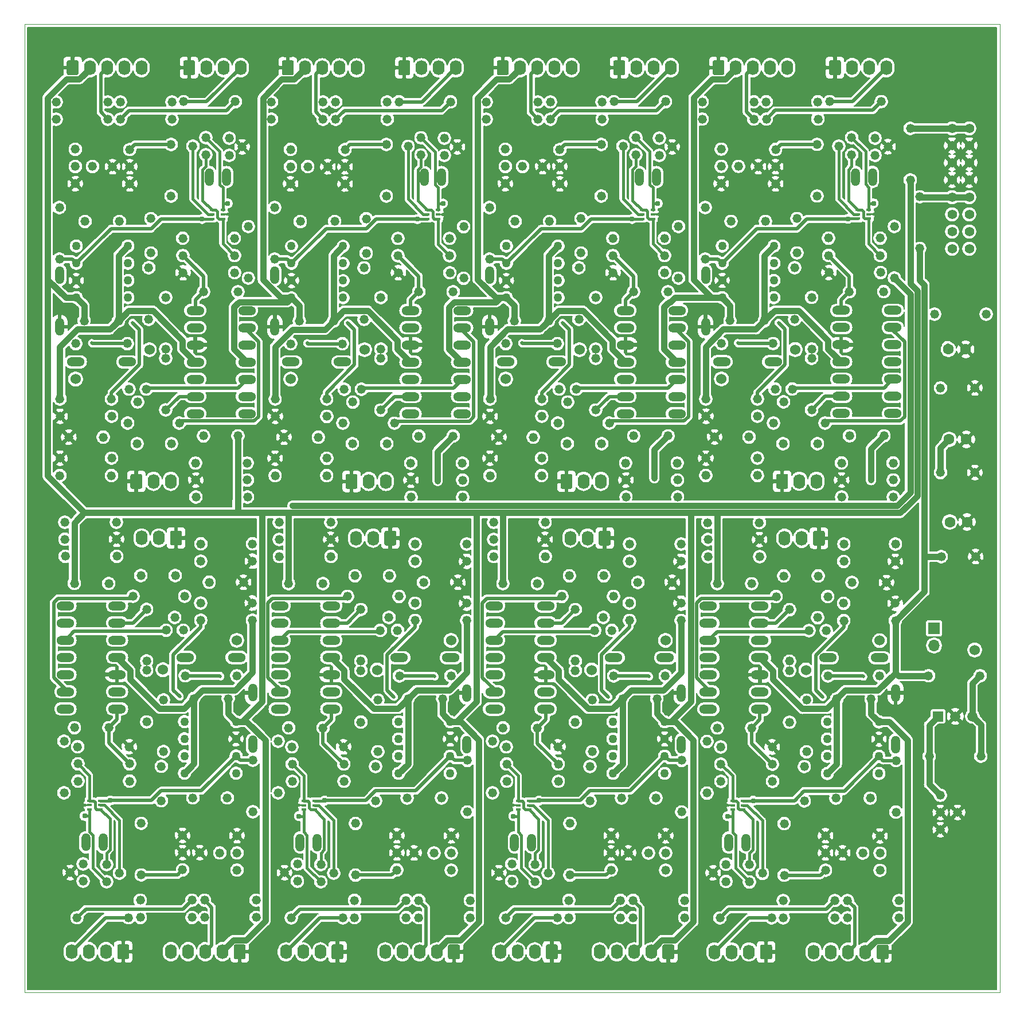
<source format=gbr>
%TF.GenerationSoftware,KiCad,Pcbnew,5.1.8-db9833491~88~ubuntu16.04.1*%
%TF.CreationDate,2021-01-16T20:59:40+01:00*%
%TF.ProjectId,vco,76636f2e-6b69-4636-9164-5f7063625858,rev?*%
%TF.SameCoordinates,Original*%
%TF.FileFunction,Copper,L1,Top*%
%TF.FilePolarity,Positive*%
%FSLAX46Y46*%
G04 Gerber Fmt 4.6, Leading zero omitted, Abs format (unit mm)*
G04 Created by KiCad (PCBNEW 5.1.8-db9833491~88~ubuntu16.04.1) date 2021-01-16 20:59:40*
%MOMM*%
%LPD*%
G01*
G04 APERTURE LIST*
%TA.AperFunction,Profile*%
%ADD10C,0.050000*%
%TD*%
%TA.AperFunction,ComponentPad*%
%ADD11C,1.524000*%
%TD*%
%TA.AperFunction,SMDPad,CuDef*%
%ADD12R,0.800000X0.400000*%
%TD*%
%TA.AperFunction,ComponentPad*%
%ADD13C,1.320800*%
%TD*%
%TA.AperFunction,ComponentPad*%
%ADD14R,1.500000X1.500000*%
%TD*%
%TA.AperFunction,ComponentPad*%
%ADD15C,1.500000*%
%TD*%
%TA.AperFunction,ComponentPad*%
%ADD16O,1.700000X1.700000*%
%TD*%
%TA.AperFunction,ComponentPad*%
%ADD17R,1.700000X1.700000*%
%TD*%
%TA.AperFunction,ComponentPad*%
%ADD18O,1.740000X2.190000*%
%TD*%
%TA.AperFunction,ComponentPad*%
%ADD19O,1.320800X2.641600*%
%TD*%
%TA.AperFunction,ComponentPad*%
%ADD20C,1.270000*%
%TD*%
%TA.AperFunction,ComponentPad*%
%ADD21O,2.641600X1.320800*%
%TD*%
%TA.AperFunction,ComponentPad*%
%ADD22C,1.600200*%
%TD*%
%TA.AperFunction,ComponentPad*%
%ADD23C,1.422400*%
%TD*%
%TA.AperFunction,ViaPad*%
%ADD24C,4.000000*%
%TD*%
%TA.AperFunction,ViaPad*%
%ADD25C,0.889000*%
%TD*%
%TA.AperFunction,ViaPad*%
%ADD26C,0.508000*%
%TD*%
%TA.AperFunction,ViaPad*%
%ADD27C,0.787400*%
%TD*%
%TA.AperFunction,Conductor*%
%ADD28C,0.889000*%
%TD*%
%TA.AperFunction,Conductor*%
%ADD29C,0.508000*%
%TD*%
%TA.AperFunction,Conductor*%
%ADD30C,0.381000*%
%TD*%
%TA.AperFunction,Conductor*%
%ADD31C,0.127000*%
%TD*%
%TA.AperFunction,Conductor*%
%ADD32C,0.100000*%
%TD*%
G04 APERTURE END LIST*
D10*
X163000000Y-187000000D02*
X19000000Y-187000000D01*
X163000000Y-44000000D02*
X163000000Y-187000000D01*
X19000000Y-44000000D02*
X163000000Y-44000000D01*
X19000000Y-187000000D02*
X19000000Y-44000000D01*
D11*
%TO.P,TP,1*%
%TO.N,5V_ALT*%
X159300000Y-136400000D03*
%TD*%
D12*
%TO.P,Q1,6*%
%TO.N,Net-(C8-Pad2)*%
X48272100Y-71406000D03*
%TO.P,Q1,5*%
%TO.N,GND*%
X48272100Y-72056000D03*
%TO.P,Q1,4*%
%TO.N,Net-(Q1-Pad1)*%
X48272100Y-72706000D03*
%TO.P,Q1,3*%
%TO.N,Net-(IC2-Pad2)*%
X46672100Y-72706000D03*
%TO.P,Q1,2*%
%TO.N,Net-(Q1-Pad2)*%
X46672100Y-72056000D03*
%TO.P,Q1,1*%
%TO.N,Net-(Q1-Pad1)*%
X46672100Y-71406000D03*
%TD*%
%TO.P,Q3,6*%
%TO.N,Net-(C15-Pad2)*%
X80049505Y-71417899D03*
%TO.P,Q3,5*%
%TO.N,GND*%
X80049505Y-72067899D03*
%TO.P,Q3,4*%
%TO.N,Net-(Q3-Pad1)*%
X80049505Y-72717899D03*
%TO.P,Q3,3*%
%TO.N,Net-(IC4-Pad2)*%
X78449505Y-72717899D03*
%TO.P,Q3,2*%
%TO.N,Net-(Q3-Pad2)*%
X78449505Y-72067899D03*
%TO.P,Q3,1*%
%TO.N,Net-(Q3-Pad1)*%
X78449505Y-71417899D03*
%TD*%
%TO.P,Q5,6*%
%TO.N,Net-(C22-Pad2)*%
X111783170Y-71407077D03*
%TO.P,Q5,5*%
%TO.N,GND*%
X111783170Y-72057077D03*
%TO.P,Q5,4*%
%TO.N,Net-(Q5-Pad1)*%
X111783170Y-72707077D03*
%TO.P,Q5,3*%
%TO.N,Net-(IC6-Pad2)*%
X110183170Y-72707077D03*
%TO.P,Q5,2*%
%TO.N,Net-(Q5-Pad2)*%
X110183170Y-72057077D03*
%TO.P,Q5,1*%
%TO.N,Net-(Q5-Pad1)*%
X110183170Y-71407077D03*
%TD*%
%TO.P,Q7,6*%
%TO.N,Net-(C29-Pad2)*%
X143648565Y-71393770D03*
%TO.P,Q7,5*%
%TO.N,GND*%
X143648565Y-72043770D03*
%TO.P,Q7,4*%
%TO.N,Net-(Q7-Pad1)*%
X143648565Y-72693770D03*
%TO.P,Q7,3*%
%TO.N,Net-(IC8-Pad2)*%
X142048565Y-72693770D03*
%TO.P,Q7,2*%
%TO.N,Net-(Q7-Pad2)*%
X142048565Y-72043770D03*
%TO.P,Q7,1*%
%TO.N,Net-(Q7-Pad1)*%
X142048565Y-71393770D03*
%TD*%
%TO.P,Q9,6*%
%TO.N,Net-(C36-Pad2)*%
X28595999Y-159951400D03*
%TO.P,Q9,5*%
%TO.N,GND*%
X28595999Y-159301400D03*
%TO.P,Q9,4*%
%TO.N,Net-(Q9-Pad1)*%
X28595999Y-158651400D03*
%TO.P,Q9,3*%
%TO.N,Net-(IC10-Pad2)*%
X30195999Y-158651400D03*
%TO.P,Q9,2*%
%TO.N,Net-(Q9-Pad2)*%
X30195999Y-159301400D03*
%TO.P,Q9,1*%
%TO.N,Net-(Q9-Pad1)*%
X30195999Y-159951400D03*
%TD*%
%TO.P,Q11,6*%
%TO.N,Net-(C43-Pad2)*%
X60235999Y-159971400D03*
%TO.P,Q11,5*%
%TO.N,GND*%
X60235999Y-159321400D03*
%TO.P,Q11,4*%
%TO.N,Net-(Q11-Pad1)*%
X60235999Y-158671400D03*
%TO.P,Q11,3*%
%TO.N,Net-(IC12-Pad2)*%
X61835999Y-158671400D03*
%TO.P,Q11,2*%
%TO.N,Net-(Q11-Pad2)*%
X61835999Y-159321400D03*
%TO.P,Q11,1*%
%TO.N,Net-(Q11-Pad1)*%
X61835999Y-159971400D03*
%TD*%
%TO.P,Q13,6*%
%TO.N,Net-(C50-Pad2)*%
X91895999Y-159971400D03*
%TO.P,Q13,5*%
%TO.N,GND*%
X91895999Y-159321400D03*
%TO.P,Q13,4*%
%TO.N,Net-(Q13-Pad1)*%
X91895999Y-158671400D03*
%TO.P,Q13,3*%
%TO.N,Net-(IC14-Pad2)*%
X93495999Y-158671400D03*
%TO.P,Q13,2*%
%TO.N,Net-(Q13-Pad2)*%
X93495999Y-159321400D03*
%TO.P,Q13,1*%
%TO.N,Net-(Q13-Pad1)*%
X93495999Y-159971400D03*
%TD*%
%TO.P,Q15,6*%
%TO.N,Net-(C57-Pad2)*%
X123535999Y-159991400D03*
%TO.P,Q15,5*%
%TO.N,GND*%
X123535999Y-159341400D03*
%TO.P,Q15,4*%
%TO.N,Net-(Q15-Pad1)*%
X123535999Y-158691400D03*
%TO.P,Q15,3*%
%TO.N,Net-(IC16-Pad2)*%
X125135999Y-158691400D03*
%TO.P,Q15,2*%
%TO.N,Net-(Q15-Pad2)*%
X125135999Y-159341400D03*
%TO.P,Q15,1*%
%TO.N,Net-(Q15-Pad1)*%
X125135999Y-159991400D03*
%TD*%
D13*
%TO.P,SCALE1,S*%
%TO.N,GND*%
X34533300Y-65024400D03*
X31993300Y-65024400D03*
%TO.P,SCALE1,E*%
%TO.N,Net-(R11-Pad1)*%
X34533300Y-62484400D03*
%TO.P,SCALE1,A*%
%TO.N,GND*%
X34533300Y-67564400D03*
%TD*%
%TO.P,OFFSET1,S*%
%TO.N,Net-(IC1-Pad5)*%
X26493300Y-64994400D03*
X29033300Y-64994400D03*
%TO.P,OFFSET1,E*%
%TO.N,GND*%
X26493300Y-67534400D03*
%TO.P,OFFSET1,A*%
%TO.N,Net-(OFFSET1-PadA)*%
X26493300Y-62454400D03*
%TD*%
%TO.P,TRIM_5V1,S*%
%TO.N,GND*%
X154230000Y-160400000D03*
X156770000Y-160400000D03*
%TO.P,TRIM_5V1,E*%
X154230000Y-162940000D03*
%TO.P,TRIM_5V1,A*%
%TO.N,Net-(R197-Pad2)*%
X154230000Y-157860000D03*
%TD*%
D14*
%TO.P,U1,1*%
%TO.N,Net-(R197-Pad2)*%
X153900000Y-146200000D03*
D15*
%TO.P,U1,3*%
%TO.N,5V_ALT*%
X158980000Y-146200000D03*
%TO.P,U1,2*%
%TO.N,GND*%
X156440000Y-146200000D03*
%TD*%
D16*
%TO.P,5V_ALT,2*%
%TO.N,5V_ALT*%
X153300000Y-135740000D03*
D17*
%TO.P,5V_ALT,1*%
%TO.N,+5V*%
X153300000Y-133200000D03*
%TD*%
D13*
%TO.P,R197,2*%
%TO.N,Net-(R197-Pad2)*%
X152590000Y-152100000D03*
%TO.P,R197,1*%
%TO.N,5V_ALT*%
X160210000Y-152100000D03*
%TD*%
%TO.P,R196,2*%
%TO.N,5V_ALT*%
X160110000Y-140200000D03*
%TO.P,R196,1*%
%TO.N,+12V*%
X152490000Y-140200000D03*
%TD*%
%TO.P,C16,2*%
%TO.N,+12V*%
X77220705Y-104796299D03*
%TO.P,C16,1*%
%TO.N,-12V*%
X82300705Y-104796299D03*
%TD*%
D18*
%TO.P,PW_IN1,4*%
%TO.N,Net-(PW_IN1-Pad4)*%
X50920000Y-50400000D03*
%TO.P,PW_IN1,3*%
%TO.N,Net-(PW_IN1-Pad3)*%
X48380000Y-50400000D03*
%TO.P,PW_IN1,2*%
%TO.N,+12V*%
X45840000Y-50400000D03*
%TO.P,PW_IN1,1*%
%TO.N,GND*%
%TA.AperFunction,ComponentPad*%
G36*
G01*
X42430000Y-51245001D02*
X42430000Y-49554999D01*
G75*
G02*
X42679999Y-49305000I249999J0D01*
G01*
X43920001Y-49305000D01*
G75*
G02*
X44170000Y-49554999I0J-249999D01*
G01*
X44170000Y-51245001D01*
G75*
G02*
X43920001Y-51495000I-249999J0D01*
G01*
X42679999Y-51495000D01*
G75*
G02*
X42430000Y-51245001I0J249999D01*
G01*
G37*
%TD.AperFunction*%
%TD*%
%TO.P,PW_IN8,4*%
%TO.N,Net-(PW_IN8-Pad4)*%
X120888099Y-180997400D03*
%TO.P,PW_IN8,3*%
%TO.N,Net-(PW_IN8-Pad3)*%
X123428099Y-180997400D03*
%TO.P,PW_IN8,2*%
%TO.N,+12V*%
X125968099Y-180997400D03*
%TO.P,PW_IN8,1*%
%TO.N,GND*%
%TA.AperFunction,ComponentPad*%
G36*
G01*
X129378099Y-180152399D02*
X129378099Y-181842401D01*
G75*
G02*
X129128100Y-182092400I-249999J0D01*
G01*
X127888098Y-182092400D01*
G75*
G02*
X127638099Y-181842401I0J249999D01*
G01*
X127638099Y-180152399D01*
G75*
G02*
X127888098Y-179902400I249999J0D01*
G01*
X129128100Y-179902400D01*
G75*
G02*
X129378099Y-180152399I0J-249999D01*
G01*
G37*
%TD.AperFunction*%
%TD*%
%TO.P,PW_IN7,4*%
%TO.N,Net-(PW_IN7-Pad4)*%
X89248099Y-180977400D03*
%TO.P,PW_IN7,3*%
%TO.N,Net-(PW_IN7-Pad3)*%
X91788099Y-180977400D03*
%TO.P,PW_IN7,2*%
%TO.N,+12V*%
X94328099Y-180977400D03*
%TO.P,PW_IN7,1*%
%TO.N,GND*%
%TA.AperFunction,ComponentPad*%
G36*
G01*
X97738099Y-180132399D02*
X97738099Y-181822401D01*
G75*
G02*
X97488100Y-182072400I-249999J0D01*
G01*
X96248098Y-182072400D01*
G75*
G02*
X95998099Y-181822401I0J249999D01*
G01*
X95998099Y-180132399D01*
G75*
G02*
X96248098Y-179882400I249999J0D01*
G01*
X97488100Y-179882400D01*
G75*
G02*
X97738099Y-180132399I0J-249999D01*
G01*
G37*
%TD.AperFunction*%
%TD*%
%TO.P,PW_IN6,4*%
%TO.N,Net-(PW_IN6-Pad4)*%
X57588099Y-180977400D03*
%TO.P,PW_IN6,3*%
%TO.N,Net-(PW_IN6-Pad3)*%
X60128099Y-180977400D03*
%TO.P,PW_IN6,2*%
%TO.N,+12V*%
X62668099Y-180977400D03*
%TO.P,PW_IN6,1*%
%TO.N,GND*%
%TA.AperFunction,ComponentPad*%
G36*
G01*
X66078099Y-180132399D02*
X66078099Y-181822401D01*
G75*
G02*
X65828100Y-182072400I-249999J0D01*
G01*
X64588098Y-182072400D01*
G75*
G02*
X64338099Y-181822401I0J249999D01*
G01*
X64338099Y-180132399D01*
G75*
G02*
X64588098Y-179882400I249999J0D01*
G01*
X65828100Y-179882400D01*
G75*
G02*
X66078099Y-180132399I0J-249999D01*
G01*
G37*
%TD.AperFunction*%
%TD*%
%TO.P,PW_IN5,4*%
%TO.N,Net-(PW_IN5-Pad4)*%
X25948099Y-180957400D03*
%TO.P,PW_IN5,3*%
%TO.N,Net-(PW_IN5-Pad3)*%
X28488099Y-180957400D03*
%TO.P,PW_IN5,2*%
%TO.N,+12V*%
X31028099Y-180957400D03*
%TO.P,PW_IN5,1*%
%TO.N,GND*%
%TA.AperFunction,ComponentPad*%
G36*
G01*
X34438099Y-180112399D02*
X34438099Y-181802401D01*
G75*
G02*
X34188100Y-182052400I-249999J0D01*
G01*
X32948098Y-182052400D01*
G75*
G02*
X32698099Y-181802401I0J249999D01*
G01*
X32698099Y-180112399D01*
G75*
G02*
X32948098Y-179862400I249999J0D01*
G01*
X34188100Y-179862400D01*
G75*
G02*
X34438099Y-180112399I0J-249999D01*
G01*
G37*
%TD.AperFunction*%
%TD*%
%TO.P,PW_IN3,4*%
%TO.N,Net-(PW_IN3-Pad4)*%
X146296465Y-50387770D03*
%TO.P,PW_IN3,3*%
%TO.N,Net-(PW_IN3-Pad3)*%
X143756465Y-50387770D03*
%TO.P,PW_IN3,2*%
%TO.N,+12V*%
X141216465Y-50387770D03*
%TO.P,PW_IN3,1*%
%TO.N,GND*%
%TA.AperFunction,ComponentPad*%
G36*
G01*
X137806465Y-51232771D02*
X137806465Y-49542769D01*
G75*
G02*
X138056464Y-49292770I249999J0D01*
G01*
X139296466Y-49292770D01*
G75*
G02*
X139546465Y-49542769I0J-249999D01*
G01*
X139546465Y-51232771D01*
G75*
G02*
X139296466Y-51482770I-249999J0D01*
G01*
X138056464Y-51482770D01*
G75*
G02*
X137806465Y-51232771I0J249999D01*
G01*
G37*
%TD.AperFunction*%
%TD*%
%TO.P,PW_IN4,4*%
%TO.N,Net-(PW_IN4-Pad4)*%
X114431070Y-50401077D03*
%TO.P,PW_IN4,3*%
%TO.N,Net-(PW_IN4-Pad3)*%
X111891070Y-50401077D03*
%TO.P,PW_IN4,2*%
%TO.N,+12V*%
X109351070Y-50401077D03*
%TO.P,PW_IN4,1*%
%TO.N,GND*%
%TA.AperFunction,ComponentPad*%
G36*
G01*
X105941070Y-51246078D02*
X105941070Y-49556076D01*
G75*
G02*
X106191069Y-49306077I249999J0D01*
G01*
X107431071Y-49306077D01*
G75*
G02*
X107681070Y-49556076I0J-249999D01*
G01*
X107681070Y-51246078D01*
G75*
G02*
X107431071Y-51496077I-249999J0D01*
G01*
X106191069Y-51496077D01*
G75*
G02*
X105941070Y-51246078I0J249999D01*
G01*
G37*
%TD.AperFunction*%
%TD*%
%TO.P,PW_IN2,4*%
%TO.N,Net-(PW_IN2-Pad4)*%
X82697405Y-50411899D03*
%TO.P,PW_IN2,3*%
%TO.N,Net-(PW_IN2-Pad3)*%
X80157405Y-50411899D03*
%TO.P,PW_IN2,2*%
%TO.N,+12V*%
X77617405Y-50411899D03*
%TO.P,PW_IN2,1*%
%TO.N,GND*%
%TA.AperFunction,ComponentPad*%
G36*
G01*
X74207405Y-51256900D02*
X74207405Y-49566898D01*
G75*
G02*
X74457404Y-49316899I249999J0D01*
G01*
X75697406Y-49316899D01*
G75*
G02*
X75947405Y-49566898I0J-249999D01*
G01*
X75947405Y-51256900D01*
G75*
G02*
X75697406Y-51506899I-249999J0D01*
G01*
X74457404Y-51506899D01*
G75*
G02*
X74207405Y-51256900I0J249999D01*
G01*
G37*
%TD.AperFunction*%
%TD*%
%TO.P,CV_IN1,5*%
%TO.N,Net-(CV_IN1-Pad5)*%
X36260000Y-50400000D03*
%TO.P,CV_IN1,4*%
%TO.N,Net-(CV_IN1-Pad4)*%
X33720000Y-50400000D03*
%TO.P,CV_IN1,3*%
%TO.N,+12V*%
X31180000Y-50400000D03*
%TO.P,CV_IN1,2*%
%TO.N,-12V*%
X28640000Y-50400000D03*
%TO.P,CV_IN1,1*%
%TO.N,GND*%
%TA.AperFunction,ComponentPad*%
G36*
G01*
X25230000Y-51245001D02*
X25230000Y-49554999D01*
G75*
G02*
X25479999Y-49305000I249999J0D01*
G01*
X26720001Y-49305000D01*
G75*
G02*
X26970000Y-49554999I0J-249999D01*
G01*
X26970000Y-51245001D01*
G75*
G02*
X26720001Y-51495000I-249999J0D01*
G01*
X25479999Y-51495000D01*
G75*
G02*
X25230000Y-51245001I0J249999D01*
G01*
G37*
%TD.AperFunction*%
%TD*%
%TO.P,CV_IN8,5*%
%TO.N,Net-(CV_IN8-Pad5)*%
X135548099Y-180997400D03*
%TO.P,CV_IN8,4*%
%TO.N,Net-(CV_IN8-Pad4)*%
X138088099Y-180997400D03*
%TO.P,CV_IN8,3*%
%TO.N,+12V*%
X140628099Y-180997400D03*
%TO.P,CV_IN8,2*%
%TO.N,-12V*%
X143168099Y-180997400D03*
%TO.P,CV_IN8,1*%
%TO.N,GND*%
%TA.AperFunction,ComponentPad*%
G36*
G01*
X146578099Y-180152399D02*
X146578099Y-181842401D01*
G75*
G02*
X146328100Y-182092400I-249999J0D01*
G01*
X145088098Y-182092400D01*
G75*
G02*
X144838099Y-181842401I0J249999D01*
G01*
X144838099Y-180152399D01*
G75*
G02*
X145088098Y-179902400I249999J0D01*
G01*
X146328100Y-179902400D01*
G75*
G02*
X146578099Y-180152399I0J-249999D01*
G01*
G37*
%TD.AperFunction*%
%TD*%
%TO.P,CV_IN7,5*%
%TO.N,Net-(CV_IN7-Pad5)*%
X103908099Y-180977400D03*
%TO.P,CV_IN7,4*%
%TO.N,Net-(CV_IN7-Pad4)*%
X106448099Y-180977400D03*
%TO.P,CV_IN7,3*%
%TO.N,+12V*%
X108988099Y-180977400D03*
%TO.P,CV_IN7,2*%
%TO.N,-12V*%
X111528099Y-180977400D03*
%TO.P,CV_IN7,1*%
%TO.N,GND*%
%TA.AperFunction,ComponentPad*%
G36*
G01*
X114938099Y-180132399D02*
X114938099Y-181822401D01*
G75*
G02*
X114688100Y-182072400I-249999J0D01*
G01*
X113448098Y-182072400D01*
G75*
G02*
X113198099Y-181822401I0J249999D01*
G01*
X113198099Y-180132399D01*
G75*
G02*
X113448098Y-179882400I249999J0D01*
G01*
X114688100Y-179882400D01*
G75*
G02*
X114938099Y-180132399I0J-249999D01*
G01*
G37*
%TD.AperFunction*%
%TD*%
%TO.P,CV_IN6,5*%
%TO.N,Net-(CV_IN6-Pad5)*%
X72248099Y-180977400D03*
%TO.P,CV_IN6,4*%
%TO.N,Net-(CV_IN6-Pad4)*%
X74788099Y-180977400D03*
%TO.P,CV_IN6,3*%
%TO.N,+12V*%
X77328099Y-180977400D03*
%TO.P,CV_IN6,2*%
%TO.N,-12V*%
X79868099Y-180977400D03*
%TO.P,CV_IN6,1*%
%TO.N,GND*%
%TA.AperFunction,ComponentPad*%
G36*
G01*
X83278099Y-180132399D02*
X83278099Y-181822401D01*
G75*
G02*
X83028100Y-182072400I-249999J0D01*
G01*
X81788098Y-182072400D01*
G75*
G02*
X81538099Y-181822401I0J249999D01*
G01*
X81538099Y-180132399D01*
G75*
G02*
X81788098Y-179882400I249999J0D01*
G01*
X83028100Y-179882400D01*
G75*
G02*
X83278099Y-180132399I0J-249999D01*
G01*
G37*
%TD.AperFunction*%
%TD*%
%TO.P,CV_IN5,5*%
%TO.N,Net-(CV_IN5-Pad5)*%
X40608099Y-180957400D03*
%TO.P,CV_IN5,4*%
%TO.N,Net-(CV_IN5-Pad4)*%
X43148099Y-180957400D03*
%TO.P,CV_IN5,3*%
%TO.N,+12V*%
X45688099Y-180957400D03*
%TO.P,CV_IN5,2*%
%TO.N,-12V*%
X48228099Y-180957400D03*
%TO.P,CV_IN5,1*%
%TO.N,GND*%
%TA.AperFunction,ComponentPad*%
G36*
G01*
X51638099Y-180112399D02*
X51638099Y-181802401D01*
G75*
G02*
X51388100Y-182052400I-249999J0D01*
G01*
X50148098Y-182052400D01*
G75*
G02*
X49898099Y-181802401I0J249999D01*
G01*
X49898099Y-180112399D01*
G75*
G02*
X50148098Y-179862400I249999J0D01*
G01*
X51388100Y-179862400D01*
G75*
G02*
X51638099Y-180112399I0J-249999D01*
G01*
G37*
%TD.AperFunction*%
%TD*%
%TO.P,CV_IN4,5*%
%TO.N,Net-(CV_IN4-Pad5)*%
X131636465Y-50387770D03*
%TO.P,CV_IN4,4*%
%TO.N,Net-(CV_IN4-Pad4)*%
X129096465Y-50387770D03*
%TO.P,CV_IN4,3*%
%TO.N,+12V*%
X126556465Y-50387770D03*
%TO.P,CV_IN4,2*%
%TO.N,-12V*%
X124016465Y-50387770D03*
%TO.P,CV_IN4,1*%
%TO.N,GND*%
%TA.AperFunction,ComponentPad*%
G36*
G01*
X120606465Y-51232771D02*
X120606465Y-49542769D01*
G75*
G02*
X120856464Y-49292770I249999J0D01*
G01*
X122096466Y-49292770D01*
G75*
G02*
X122346465Y-49542769I0J-249999D01*
G01*
X122346465Y-51232771D01*
G75*
G02*
X122096466Y-51482770I-249999J0D01*
G01*
X120856464Y-51482770D01*
G75*
G02*
X120606465Y-51232771I0J249999D01*
G01*
G37*
%TD.AperFunction*%
%TD*%
%TO.P,CV_IN3,5*%
%TO.N,Net-(CV_IN3-Pad5)*%
X99771070Y-50401077D03*
%TO.P,CV_IN3,4*%
%TO.N,Net-(CV_IN3-Pad4)*%
X97231070Y-50401077D03*
%TO.P,CV_IN3,3*%
%TO.N,+12V*%
X94691070Y-50401077D03*
%TO.P,CV_IN3,2*%
%TO.N,-12V*%
X92151070Y-50401077D03*
%TO.P,CV_IN3,1*%
%TO.N,GND*%
%TA.AperFunction,ComponentPad*%
G36*
G01*
X88741070Y-51246078D02*
X88741070Y-49556076D01*
G75*
G02*
X88991069Y-49306077I249999J0D01*
G01*
X90231071Y-49306077D01*
G75*
G02*
X90481070Y-49556076I0J-249999D01*
G01*
X90481070Y-51246078D01*
G75*
G02*
X90231071Y-51496077I-249999J0D01*
G01*
X88991069Y-51496077D01*
G75*
G02*
X88741070Y-51246078I0J249999D01*
G01*
G37*
%TD.AperFunction*%
%TD*%
%TO.P,CV_IN2,5*%
%TO.N,Net-(CV_IN2-Pad5)*%
X68037405Y-50411899D03*
%TO.P,CV_IN2,4*%
%TO.N,Net-(CV_IN2-Pad4)*%
X65497405Y-50411899D03*
%TO.P,CV_IN2,3*%
%TO.N,+12V*%
X62957405Y-50411899D03*
%TO.P,CV_IN2,2*%
%TO.N,-12V*%
X60417405Y-50411899D03*
%TO.P,CV_IN2,1*%
%TO.N,GND*%
%TA.AperFunction,ComponentPad*%
G36*
G01*
X57007405Y-51256900D02*
X57007405Y-49566898D01*
G75*
G02*
X57257404Y-49316899I249999J0D01*
G01*
X58497406Y-49316899D01*
G75*
G02*
X58747405Y-49566898I0J-249999D01*
G01*
X58747405Y-51256900D01*
G75*
G02*
X58497406Y-51506899I-249999J0D01*
G01*
X57257404Y-51506899D01*
G75*
G02*
X57007405Y-51256900I0J249999D01*
G01*
G37*
%TD.AperFunction*%
%TD*%
D13*
%TO.P,C22,2*%
%TO.N,Net-(C22-Pad2)*%
X114019970Y-83485877D03*
%TO.P,C22,1*%
%TO.N,Net-(C22-Pad1)*%
X108939970Y-83485877D03*
%TD*%
%TO.P,C21,2*%
%TO.N,+12V*%
X96384370Y-87785477D03*
%TO.P,C21,1*%
%TO.N,-12V*%
X91304370Y-87785477D03*
%TD*%
D18*
%TO.P,OUT1,3*%
%TO.N,Net-(OUT1-Pad3)*%
X40580000Y-111500000D03*
%TO.P,OUT1,2*%
%TO.N,Net-(OUT1-Pad2)*%
X38040000Y-111500000D03*
%TO.P,OUT1,1*%
%TO.N,GND*%
%TA.AperFunction,ComponentPad*%
G36*
G01*
X34630000Y-112345001D02*
X34630000Y-110654999D01*
G75*
G02*
X34879999Y-110405000I249999J0D01*
G01*
X36120001Y-110405000D01*
G75*
G02*
X36370000Y-110654999I0J-249999D01*
G01*
X36370000Y-112345001D01*
G75*
G02*
X36120001Y-112595000I-249999J0D01*
G01*
X34879999Y-112595000D01*
G75*
G02*
X34630000Y-112345001I0J249999D01*
G01*
G37*
%TD.AperFunction*%
%TD*%
%TO.P,OUT8,3*%
%TO.N,Net-(OUT8-Pad3)*%
X131228099Y-119897400D03*
%TO.P,OUT8,2*%
%TO.N,Net-(OUT8-Pad2)*%
X133768099Y-119897400D03*
%TO.P,OUT8,1*%
%TO.N,GND*%
%TA.AperFunction,ComponentPad*%
G36*
G01*
X137178099Y-119052399D02*
X137178099Y-120742401D01*
G75*
G02*
X136928100Y-120992400I-249999J0D01*
G01*
X135688098Y-120992400D01*
G75*
G02*
X135438099Y-120742401I0J249999D01*
G01*
X135438099Y-119052399D01*
G75*
G02*
X135688098Y-118802400I249999J0D01*
G01*
X136928100Y-118802400D01*
G75*
G02*
X137178099Y-119052399I0J-249999D01*
G01*
G37*
%TD.AperFunction*%
%TD*%
%TO.P,OUT7,3*%
%TO.N,Net-(OUT7-Pad3)*%
X99588099Y-119877400D03*
%TO.P,OUT7,2*%
%TO.N,Net-(OUT7-Pad2)*%
X102128099Y-119877400D03*
%TO.P,OUT7,1*%
%TO.N,GND*%
%TA.AperFunction,ComponentPad*%
G36*
G01*
X105538099Y-119032399D02*
X105538099Y-120722401D01*
G75*
G02*
X105288100Y-120972400I-249999J0D01*
G01*
X104048098Y-120972400D01*
G75*
G02*
X103798099Y-120722401I0J249999D01*
G01*
X103798099Y-119032399D01*
G75*
G02*
X104048098Y-118782400I249999J0D01*
G01*
X105288100Y-118782400D01*
G75*
G02*
X105538099Y-119032399I0J-249999D01*
G01*
G37*
%TD.AperFunction*%
%TD*%
%TO.P,OUT6,3*%
%TO.N,Net-(OUT6-Pad3)*%
X67928099Y-119877400D03*
%TO.P,OUT6,2*%
%TO.N,Net-(OUT6-Pad2)*%
X70468099Y-119877400D03*
%TO.P,OUT6,1*%
%TO.N,GND*%
%TA.AperFunction,ComponentPad*%
G36*
G01*
X73878099Y-119032399D02*
X73878099Y-120722401D01*
G75*
G02*
X73628100Y-120972400I-249999J0D01*
G01*
X72388098Y-120972400D01*
G75*
G02*
X72138099Y-120722401I0J249999D01*
G01*
X72138099Y-119032399D01*
G75*
G02*
X72388098Y-118782400I249999J0D01*
G01*
X73628100Y-118782400D01*
G75*
G02*
X73878099Y-119032399I0J-249999D01*
G01*
G37*
%TD.AperFunction*%
%TD*%
%TO.P,OUT5,3*%
%TO.N,Net-(OUT5-Pad3)*%
X36288099Y-119857400D03*
%TO.P,OUT5,2*%
%TO.N,Net-(OUT5-Pad2)*%
X38828099Y-119857400D03*
%TO.P,OUT5,1*%
%TO.N,GND*%
%TA.AperFunction,ComponentPad*%
G36*
G01*
X42238099Y-119012399D02*
X42238099Y-120702401D01*
G75*
G02*
X41988100Y-120952400I-249999J0D01*
G01*
X40748098Y-120952400D01*
G75*
G02*
X40498099Y-120702401I0J249999D01*
G01*
X40498099Y-119012399D01*
G75*
G02*
X40748098Y-118762400I249999J0D01*
G01*
X41988100Y-118762400D01*
G75*
G02*
X42238099Y-119012399I0J-249999D01*
G01*
G37*
%TD.AperFunction*%
%TD*%
%TO.P,OUT4,3*%
%TO.N,Net-(OUT4-Pad3)*%
X135956465Y-111487770D03*
%TO.P,OUT4,2*%
%TO.N,Net-(OUT4-Pad2)*%
X133416465Y-111487770D03*
%TO.P,OUT4,1*%
%TO.N,GND*%
%TA.AperFunction,ComponentPad*%
G36*
G01*
X130006465Y-112332771D02*
X130006465Y-110642769D01*
G75*
G02*
X130256464Y-110392770I249999J0D01*
G01*
X131496466Y-110392770D01*
G75*
G02*
X131746465Y-110642769I0J-249999D01*
G01*
X131746465Y-112332771D01*
G75*
G02*
X131496466Y-112582770I-249999J0D01*
G01*
X130256464Y-112582770D01*
G75*
G02*
X130006465Y-112332771I0J249999D01*
G01*
G37*
%TD.AperFunction*%
%TD*%
%TO.P,OUT3,3*%
%TO.N,Net-(OUT3-Pad3)*%
X104091070Y-111501077D03*
%TO.P,OUT3,2*%
%TO.N,Net-(OUT3-Pad2)*%
X101551070Y-111501077D03*
%TO.P,OUT3,1*%
%TO.N,GND*%
%TA.AperFunction,ComponentPad*%
G36*
G01*
X98141070Y-112346078D02*
X98141070Y-110656076D01*
G75*
G02*
X98391069Y-110406077I249999J0D01*
G01*
X99631071Y-110406077D01*
G75*
G02*
X99881070Y-110656076I0J-249999D01*
G01*
X99881070Y-112346078D01*
G75*
G02*
X99631071Y-112596077I-249999J0D01*
G01*
X98391069Y-112596077D01*
G75*
G02*
X98141070Y-112346078I0J249999D01*
G01*
G37*
%TD.AperFunction*%
%TD*%
%TO.P,OUT2,3*%
%TO.N,Net-(OUT2-Pad3)*%
X72357405Y-111511899D03*
%TO.P,OUT2,2*%
%TO.N,Net-(OUT2-Pad2)*%
X69817405Y-111511899D03*
%TO.P,OUT2,1*%
%TO.N,GND*%
%TA.AperFunction,ComponentPad*%
G36*
G01*
X66407405Y-112356900D02*
X66407405Y-110666898D01*
G75*
G02*
X66657404Y-110416899I249999J0D01*
G01*
X67897406Y-110416899D01*
G75*
G02*
X68147405Y-110666898I0J-249999D01*
G01*
X68147405Y-112356900D01*
G75*
G02*
X67897406Y-112606899I-249999J0D01*
G01*
X66657404Y-112606899D01*
G75*
G02*
X66407405Y-112356900I0J249999D01*
G01*
G37*
%TD.AperFunction*%
%TD*%
D13*
%TO.P,R50,2*%
%TO.N,Net-(OUT2-Pad2)*%
X55987905Y-110648699D03*
%TO.P,R50,1*%
%TO.N,Net-(C19-Pad1)*%
X63607905Y-110648699D03*
%TD*%
%TO.P,R36,2*%
%TO.N,Net-(C15-Pad1)*%
X74144705Y-78153099D03*
%TO.P,R36,1*%
%TO.N,Net-(Q3-Pad1)*%
X81764705Y-78153099D03*
%TD*%
D19*
%TO.P,R33,2*%
%TO.N,Net-(R32-Pad1)*%
X78059505Y-66567899D03*
%TO.P,R33,1*%
%TO.N,Net-(Q3-Pad2)*%
X80599505Y-66567899D03*
%TD*%
D13*
%TO.P,T16,3*%
%TO.N,Net-(Q15-Pad1)*%
X122585999Y-170581400D03*
%TO.P,T16,2*%
%TO.N,GND*%
X120680999Y-169311400D03*
%TO.P,T16,1*%
%TO.N,Net-(IC16-Pad2)*%
X122585999Y-168041400D03*
%TD*%
%TO.P,T15,3*%
%TO.N,Net-(Q15-Pad1)*%
X126045999Y-168121400D03*
%TO.P,T15,2*%
%TO.N,Net-(Q15-Pad2)*%
X127950999Y-169391400D03*
%TO.P,T15,1*%
%TO.N,Net-(C57-Pad2)*%
X126045999Y-170661400D03*
%TD*%
%TO.P,T14,3*%
%TO.N,Net-(Q13-Pad1)*%
X90945999Y-170561400D03*
%TO.P,T14,2*%
%TO.N,GND*%
X89040999Y-169291400D03*
%TO.P,T14,1*%
%TO.N,Net-(IC14-Pad2)*%
X90945999Y-168021400D03*
%TD*%
%TO.P,T13,3*%
%TO.N,Net-(Q13-Pad1)*%
X94405999Y-168101400D03*
%TO.P,T13,2*%
%TO.N,Net-(Q13-Pad2)*%
X96310999Y-169371400D03*
%TO.P,T13,1*%
%TO.N,Net-(C50-Pad2)*%
X94405999Y-170641400D03*
%TD*%
%TO.P,T12,3*%
%TO.N,Net-(Q11-Pad1)*%
X59285999Y-170561400D03*
%TO.P,T12,2*%
%TO.N,GND*%
X57380999Y-169291400D03*
%TO.P,T12,1*%
%TO.N,Net-(IC12-Pad2)*%
X59285999Y-168021400D03*
%TD*%
%TO.P,T11,3*%
%TO.N,Net-(Q11-Pad1)*%
X62745999Y-168101400D03*
%TO.P,T11,2*%
%TO.N,Net-(Q11-Pad2)*%
X64650999Y-169371400D03*
%TO.P,T11,1*%
%TO.N,Net-(C43-Pad2)*%
X62745999Y-170641400D03*
%TD*%
%TO.P,T10,3*%
%TO.N,Net-(Q9-Pad1)*%
X27645999Y-170541400D03*
%TO.P,T10,2*%
%TO.N,GND*%
X25740999Y-169271400D03*
%TO.P,T10,1*%
%TO.N,Net-(IC10-Pad2)*%
X27645999Y-168001400D03*
%TD*%
%TO.P,T9,3*%
%TO.N,Net-(Q9-Pad1)*%
X31105999Y-168081400D03*
%TO.P,T9,2*%
%TO.N,Net-(Q9-Pad2)*%
X33010999Y-169351400D03*
%TO.P,T9,1*%
%TO.N,Net-(C36-Pad2)*%
X31105999Y-170621400D03*
%TD*%
%TO.P,T8,3*%
%TO.N,Net-(Q7-Pad1)*%
X144598565Y-60803770D03*
%TO.P,T8,2*%
%TO.N,GND*%
X146503565Y-62073770D03*
%TO.P,T8,1*%
%TO.N,Net-(IC8-Pad2)*%
X144598565Y-63343770D03*
%TD*%
%TO.P,T7,3*%
%TO.N,Net-(Q7-Pad1)*%
X141138565Y-63263770D03*
%TO.P,T7,2*%
%TO.N,Net-(Q7-Pad2)*%
X139233565Y-61993770D03*
%TO.P,T7,1*%
%TO.N,Net-(C29-Pad2)*%
X141138565Y-60723770D03*
%TD*%
%TO.P,T6,3*%
%TO.N,Net-(Q5-Pad1)*%
X112733170Y-60817077D03*
%TO.P,T6,2*%
%TO.N,GND*%
X114638170Y-62087077D03*
%TO.P,T6,1*%
%TO.N,Net-(IC6-Pad2)*%
X112733170Y-63357077D03*
%TD*%
%TO.P,T5,3*%
%TO.N,Net-(Q5-Pad1)*%
X109273170Y-63277077D03*
%TO.P,T5,2*%
%TO.N,Net-(Q5-Pad2)*%
X107368170Y-62007077D03*
%TO.P,T5,1*%
%TO.N,Net-(C22-Pad2)*%
X109273170Y-60737077D03*
%TD*%
D11*
%TO.P,SYNC_MOD8,1*%
%TO.N,Net-(C62-Pad2)*%
X145276799Y-135009400D03*
%TD*%
%TO.P,SYNC_MOD7,1*%
%TO.N,Net-(C55-Pad2)*%
X113636799Y-134989400D03*
%TD*%
%TO.P,SYNC_MOD6,1*%
%TO.N,Net-(C48-Pad2)*%
X81976799Y-134989400D03*
%TD*%
%TO.P,SYNC_MOD5,1*%
%TO.N,Net-(C41-Pad2)*%
X50336799Y-134969400D03*
%TD*%
%TO.P,SYNC_MOD4,1*%
%TO.N,Net-(C34-Pad2)*%
X121907765Y-96375770D03*
%TD*%
%TO.P,SYNC_MOD3,1*%
%TO.N,Net-(C27-Pad2)*%
X90042370Y-96389077D03*
%TD*%
D13*
%TO.P,SCALE8,S*%
%TO.N,GND*%
X137274799Y-166373000D03*
X139814799Y-166373000D03*
%TO.P,SCALE8,E*%
%TO.N,Net-(R179-Pad1)*%
X137274799Y-168913000D03*
%TO.P,SCALE8,A*%
%TO.N,GND*%
X137274799Y-163833000D03*
%TD*%
%TO.P,SCALE7,S*%
%TO.N,GND*%
X105634799Y-166353000D03*
X108174799Y-166353000D03*
%TO.P,SCALE7,E*%
%TO.N,Net-(R155-Pad1)*%
X105634799Y-168893000D03*
%TO.P,SCALE7,A*%
%TO.N,GND*%
X105634799Y-163813000D03*
%TD*%
%TO.P,SCALE6,S*%
%TO.N,GND*%
X73974799Y-166353000D03*
X76514799Y-166353000D03*
%TO.P,SCALE6,E*%
%TO.N,Net-(R131-Pad1)*%
X73974799Y-168893000D03*
%TO.P,SCALE6,A*%
%TO.N,GND*%
X73974799Y-163813000D03*
%TD*%
%TO.P,SCALE5,S*%
%TO.N,GND*%
X42334799Y-166333000D03*
X44874799Y-166333000D03*
%TO.P,SCALE5,E*%
%TO.N,Net-(R107-Pad1)*%
X42334799Y-168873000D03*
%TO.P,SCALE5,A*%
%TO.N,GND*%
X42334799Y-163793000D03*
%TD*%
%TO.P,SCALE4,S*%
%TO.N,GND*%
X129909765Y-65012170D03*
X127369765Y-65012170D03*
%TO.P,SCALE4,E*%
%TO.N,Net-(R83-Pad1)*%
X129909765Y-62472170D03*
%TO.P,SCALE4,A*%
%TO.N,GND*%
X129909765Y-67552170D03*
%TD*%
%TO.P,SCALE3,S*%
%TO.N,GND*%
X98044370Y-65025477D03*
X95504370Y-65025477D03*
%TO.P,SCALE3,E*%
%TO.N,Net-(R59-Pad1)*%
X98044370Y-62485477D03*
%TO.P,SCALE3,A*%
%TO.N,GND*%
X98044370Y-67565477D03*
%TD*%
D11*
%TO.P,SAW_0-10V8,1*%
%TO.N,Net-(C59-Pad1)*%
X134373679Y-139359240D03*
%TD*%
%TO.P,SAW_0-10V7,1*%
%TO.N,Net-(C52-Pad1)*%
X102733679Y-139339240D03*
%TD*%
%TO.P,SAW_0-10V6,1*%
%TO.N,Net-(C45-Pad1)*%
X71073679Y-139339240D03*
%TD*%
%TO.P,SAW_0-10V5,1*%
%TO.N,Net-(C38-Pad1)*%
X39433679Y-139319240D03*
%TD*%
%TO.P,SAW_0-10V4,1*%
%TO.N,Net-(C31-Pad1)*%
X132810885Y-92025930D03*
%TD*%
%TO.P,SAW_0-10V3,1*%
%TO.N,Net-(C24-Pad1)*%
X100945490Y-92039237D03*
%TD*%
D13*
%TO.P,R195,2*%
%TO.N,Net-(R189-Pad2)*%
X119891998Y-117577000D03*
%TO.P,R195,1*%
%TO.N,Net-(OUT8-Pad3)*%
X127511998Y-117577000D03*
%TD*%
%TO.P,R194,2*%
%TO.N,Net-(OUT8-Pad2)*%
X147597599Y-120760600D03*
%TO.P,R194,1*%
%TO.N,Net-(C61-Pad1)*%
X139977599Y-120760600D03*
%TD*%
%TO.P,R193,2*%
%TO.N,GND*%
X147585199Y-123325400D03*
%TO.P,R193,1*%
%TO.N,Net-(C61-Pad1)*%
X139965199Y-123325400D03*
%TD*%
%TO.P,R192,2*%
%TO.N,GND*%
X127523598Y-120087400D03*
%TO.P,R192,1*%
%TO.N,Net-(R189-Pad2)*%
X119903598Y-120087400D03*
%TD*%
%TO.P,R191,2*%
%TO.N,GND*%
X147571199Y-129509400D03*
%TO.P,R191,1*%
%TO.N,Net-(C62-Pad2)*%
X139951199Y-129509400D03*
%TD*%
%TO.P,R190,2*%
%TO.N,Net-(C62-Pad2)*%
X139971199Y-132057000D03*
%TO.P,R190,1*%
%TO.N,+12V*%
X147591199Y-132057000D03*
%TD*%
%TO.P,R189,2*%
%TO.N,Net-(R189-Pad2)*%
X119934798Y-122607000D03*
%TO.P,R189,1*%
%TO.N,Net-(IC15-Pad14)*%
X127554798Y-122607000D03*
%TD*%
%TO.P,R188,2*%
%TO.N,Net-(C60-Pad2)*%
X134464799Y-151443000D03*
%TO.P,R188,1*%
%TO.N,Net-(C59-Pad1)*%
X134464799Y-143823000D03*
%TD*%
%TO.P,R187,2*%
%TO.N,Net-(IC15-Pad13)*%
X129971999Y-128505000D03*
%TO.P,R187,1*%
%TO.N,Net-(C59-Pad1)*%
X137591999Y-128505000D03*
%TD*%
%TO.P,R186,2*%
%TO.N,Net-(D16-PadA)*%
X145264799Y-140243000D03*
%TO.P,R186,1*%
%TO.N,Net-(C59-Pad1)*%
X137644799Y-140243000D03*
%TD*%
%TO.P,R185,2*%
%TO.N,GND*%
X129402799Y-150723800D03*
%TO.P,R185,1*%
%TO.N,Net-(IC15-Pad12)*%
X121782799Y-150723800D03*
%TD*%
%TO.P,R184,2*%
%TO.N,Net-(PW_IN8-Pad3)*%
X131024399Y-173395400D03*
%TO.P,R184,1*%
%TO.N,Net-(IC15-Pad12)*%
X138644399Y-173395400D03*
%TD*%
%TO.P,R183,2*%
%TO.N,Net-(PW_IN8-Pad4)*%
X129303199Y-175972200D03*
%TO.P,R183,1*%
%TO.N,Net-(IC15-Pad12)*%
X121683199Y-175972200D03*
%TD*%
%TO.P,R182,2*%
%TO.N,Net-(C59-Pad2)*%
X147664799Y-160343000D03*
%TO.P,R182,1*%
%TO.N,Net-(IC16-Pad2)*%
X147664799Y-152723000D03*
%TD*%
%TO.P,R181,2*%
%TO.N,+5V*%
X119754799Y-149912600D03*
%TO.P,R181,1*%
%TO.N,Net-(C57-Pad2)*%
X119754799Y-157532600D03*
%TD*%
%TO.P,R180,2*%
%TO.N,Net-(C57-Pad1)*%
X129440799Y-153256200D03*
%TO.P,R180,1*%
%TO.N,Net-(Q15-Pad1)*%
X121820799Y-153256200D03*
%TD*%
%TO.P,R179,2*%
%TO.N,Net-(Q15-Pad2)*%
X131164799Y-162043000D03*
%TO.P,R179,1*%
%TO.N,Net-(R179-Pad1)*%
X131164799Y-169663000D03*
%TD*%
%TO.P,R178,2*%
%TO.N,Net-(R176-Pad1)*%
X121840799Y-155805400D03*
%TO.P,R178,1*%
%TO.N,Net-(Q15-Pad2)*%
X129460799Y-155805400D03*
%TD*%
D19*
%TO.P,R177,2*%
%TO.N,Net-(R176-Pad1)*%
X125525999Y-164841400D03*
%TO.P,R177,1*%
%TO.N,Net-(Q15-Pad2)*%
X122985999Y-164841400D03*
%TD*%
D13*
%TO.P,R176,2*%
%TO.N,Net-(IC15-Pad7)*%
X131964799Y-139443000D03*
%TO.P,R176,1*%
%TO.N,Net-(R176-Pad1)*%
X131964799Y-147063000D03*
%TD*%
%TO.P,R175,2*%
%TO.N,+12V*%
X140508799Y-173393800D03*
%TO.P,R175,1*%
%TO.N,Net-(OFFSET8-PadA)*%
X148128799Y-173393800D03*
%TD*%
%TO.P,R174,2*%
%TO.N,Net-(IC15-Pad6)*%
X131964799Y-130443000D03*
%TO.P,R174,1*%
%TO.N,Net-(IC15-Pad7)*%
X131964799Y-138063000D03*
%TD*%
%TO.P,R173,2*%
%TO.N,Net-(CV_IN8-Pad4)*%
X148128799Y-175944600D03*
%TO.P,R173,1*%
%TO.N,Net-(IC15-Pad6)*%
X140508799Y-175944600D03*
%TD*%
%TO.P,R172,2*%
%TO.N,Net-(CV_IN8-Pad5)*%
X131035199Y-175944600D03*
%TO.P,R172,1*%
%TO.N,Net-(IC15-Pad6)*%
X138655199Y-175944600D03*
%TD*%
%TO.P,R171,2*%
%TO.N,Net-(R165-Pad2)*%
X88251998Y-117557000D03*
%TO.P,R171,1*%
%TO.N,Net-(OUT7-Pad3)*%
X95871998Y-117557000D03*
%TD*%
%TO.P,R170,2*%
%TO.N,Net-(OUT7-Pad2)*%
X115957599Y-120740600D03*
%TO.P,R170,1*%
%TO.N,Net-(C54-Pad1)*%
X108337599Y-120740600D03*
%TD*%
%TO.P,R169,2*%
%TO.N,GND*%
X115945199Y-123305400D03*
%TO.P,R169,1*%
%TO.N,Net-(C54-Pad1)*%
X108325199Y-123305400D03*
%TD*%
%TO.P,R168,2*%
%TO.N,GND*%
X95883598Y-120067400D03*
%TO.P,R168,1*%
%TO.N,Net-(R165-Pad2)*%
X88263598Y-120067400D03*
%TD*%
%TO.P,R167,2*%
%TO.N,GND*%
X115931199Y-129489400D03*
%TO.P,R167,1*%
%TO.N,Net-(C55-Pad2)*%
X108311199Y-129489400D03*
%TD*%
%TO.P,R166,2*%
%TO.N,Net-(C55-Pad2)*%
X108331199Y-132037000D03*
%TO.P,R166,1*%
%TO.N,+12V*%
X115951199Y-132037000D03*
%TD*%
%TO.P,R165,2*%
%TO.N,Net-(R165-Pad2)*%
X88294798Y-122587000D03*
%TO.P,R165,1*%
%TO.N,Net-(IC13-Pad14)*%
X95914798Y-122587000D03*
%TD*%
%TO.P,R164,2*%
%TO.N,Net-(C53-Pad2)*%
X102824799Y-151423000D03*
%TO.P,R164,1*%
%TO.N,Net-(C52-Pad1)*%
X102824799Y-143803000D03*
%TD*%
%TO.P,R163,2*%
%TO.N,Net-(IC13-Pad13)*%
X98331999Y-128485000D03*
%TO.P,R163,1*%
%TO.N,Net-(C52-Pad1)*%
X105951999Y-128485000D03*
%TD*%
%TO.P,R162,2*%
%TO.N,Net-(D14-PadA)*%
X113624799Y-140223000D03*
%TO.P,R162,1*%
%TO.N,Net-(C52-Pad1)*%
X106004799Y-140223000D03*
%TD*%
%TO.P,R161,2*%
%TO.N,GND*%
X97762799Y-150703800D03*
%TO.P,R161,1*%
%TO.N,Net-(IC13-Pad12)*%
X90142799Y-150703800D03*
%TD*%
%TO.P,R160,2*%
%TO.N,Net-(PW_IN7-Pad3)*%
X99384399Y-173375400D03*
%TO.P,R160,1*%
%TO.N,Net-(IC13-Pad12)*%
X107004399Y-173375400D03*
%TD*%
%TO.P,R159,2*%
%TO.N,Net-(PW_IN7-Pad4)*%
X97663199Y-175952200D03*
%TO.P,R159,1*%
%TO.N,Net-(IC13-Pad12)*%
X90043199Y-175952200D03*
%TD*%
%TO.P,R158,2*%
%TO.N,Net-(C52-Pad2)*%
X116024799Y-160323000D03*
%TO.P,R158,1*%
%TO.N,Net-(IC14-Pad2)*%
X116024799Y-152703000D03*
%TD*%
%TO.P,R157,2*%
%TO.N,+5V*%
X88114799Y-149892600D03*
%TO.P,R157,1*%
%TO.N,Net-(C50-Pad2)*%
X88114799Y-157512600D03*
%TD*%
%TO.P,R156,2*%
%TO.N,Net-(C50-Pad1)*%
X97800799Y-153236200D03*
%TO.P,R156,1*%
%TO.N,Net-(Q13-Pad1)*%
X90180799Y-153236200D03*
%TD*%
%TO.P,R155,2*%
%TO.N,Net-(Q13-Pad2)*%
X99524799Y-162023000D03*
%TO.P,R155,1*%
%TO.N,Net-(R155-Pad1)*%
X99524799Y-169643000D03*
%TD*%
%TO.P,R154,2*%
%TO.N,Net-(R152-Pad1)*%
X90200799Y-155785400D03*
%TO.P,R154,1*%
%TO.N,Net-(Q13-Pad2)*%
X97820799Y-155785400D03*
%TD*%
D19*
%TO.P,R153,2*%
%TO.N,Net-(R152-Pad1)*%
X93885999Y-164821400D03*
%TO.P,R153,1*%
%TO.N,Net-(Q13-Pad2)*%
X91345999Y-164821400D03*
%TD*%
D13*
%TO.P,R152,2*%
%TO.N,Net-(IC13-Pad7)*%
X100324799Y-139423000D03*
%TO.P,R152,1*%
%TO.N,Net-(R152-Pad1)*%
X100324799Y-147043000D03*
%TD*%
%TO.P,R151,2*%
%TO.N,+12V*%
X108868799Y-173373800D03*
%TO.P,R151,1*%
%TO.N,Net-(OFFSET7-PadA)*%
X116488799Y-173373800D03*
%TD*%
%TO.P,R150,2*%
%TO.N,Net-(IC13-Pad6)*%
X100324799Y-130423000D03*
%TO.P,R150,1*%
%TO.N,Net-(IC13-Pad7)*%
X100324799Y-138043000D03*
%TD*%
%TO.P,R149,2*%
%TO.N,Net-(CV_IN7-Pad4)*%
X116488799Y-175924600D03*
%TO.P,R149,1*%
%TO.N,Net-(IC13-Pad6)*%
X108868799Y-175924600D03*
%TD*%
%TO.P,R148,2*%
%TO.N,Net-(CV_IN7-Pad5)*%
X99395199Y-175924600D03*
%TO.P,R148,1*%
%TO.N,Net-(IC13-Pad6)*%
X107015199Y-175924600D03*
%TD*%
%TO.P,R147,2*%
%TO.N,Net-(R141-Pad2)*%
X56591998Y-117557000D03*
%TO.P,R147,1*%
%TO.N,Net-(OUT6-Pad3)*%
X64211998Y-117557000D03*
%TD*%
%TO.P,R146,2*%
%TO.N,Net-(OUT6-Pad2)*%
X84297599Y-120740600D03*
%TO.P,R146,1*%
%TO.N,Net-(C47-Pad1)*%
X76677599Y-120740600D03*
%TD*%
%TO.P,R145,2*%
%TO.N,GND*%
X84285199Y-123305400D03*
%TO.P,R145,1*%
%TO.N,Net-(C47-Pad1)*%
X76665199Y-123305400D03*
%TD*%
%TO.P,R144,2*%
%TO.N,GND*%
X64223598Y-120067400D03*
%TO.P,R144,1*%
%TO.N,Net-(R141-Pad2)*%
X56603598Y-120067400D03*
%TD*%
%TO.P,R143,2*%
%TO.N,GND*%
X84271199Y-129489400D03*
%TO.P,R143,1*%
%TO.N,Net-(C48-Pad2)*%
X76651199Y-129489400D03*
%TD*%
%TO.P,R142,2*%
%TO.N,Net-(C48-Pad2)*%
X76671199Y-132037000D03*
%TO.P,R142,1*%
%TO.N,+12V*%
X84291199Y-132037000D03*
%TD*%
%TO.P,R141,2*%
%TO.N,Net-(R141-Pad2)*%
X56634798Y-122587000D03*
%TO.P,R141,1*%
%TO.N,Net-(IC11-Pad14)*%
X64254798Y-122587000D03*
%TD*%
%TO.P,R140,2*%
%TO.N,Net-(C46-Pad2)*%
X71164799Y-151423000D03*
%TO.P,R140,1*%
%TO.N,Net-(C45-Pad1)*%
X71164799Y-143803000D03*
%TD*%
%TO.P,R139,2*%
%TO.N,Net-(IC11-Pad13)*%
X66671999Y-128485000D03*
%TO.P,R139,1*%
%TO.N,Net-(C45-Pad1)*%
X74291999Y-128485000D03*
%TD*%
%TO.P,R138,2*%
%TO.N,Net-(D12-PadA)*%
X81964799Y-140223000D03*
%TO.P,R138,1*%
%TO.N,Net-(C45-Pad1)*%
X74344799Y-140223000D03*
%TD*%
%TO.P,R137,2*%
%TO.N,GND*%
X66102799Y-150703800D03*
%TO.P,R137,1*%
%TO.N,Net-(IC11-Pad12)*%
X58482799Y-150703800D03*
%TD*%
%TO.P,R136,2*%
%TO.N,Net-(PW_IN6-Pad3)*%
X67724399Y-173375400D03*
%TO.P,R136,1*%
%TO.N,Net-(IC11-Pad12)*%
X75344399Y-173375400D03*
%TD*%
%TO.P,R135,2*%
%TO.N,Net-(PW_IN6-Pad4)*%
X66003199Y-175952200D03*
%TO.P,R135,1*%
%TO.N,Net-(IC11-Pad12)*%
X58383199Y-175952200D03*
%TD*%
%TO.P,R134,2*%
%TO.N,Net-(C45-Pad2)*%
X84364799Y-160323000D03*
%TO.P,R134,1*%
%TO.N,Net-(IC12-Pad2)*%
X84364799Y-152703000D03*
%TD*%
%TO.P,R133,2*%
%TO.N,+5V*%
X56454799Y-149892600D03*
%TO.P,R133,1*%
%TO.N,Net-(C43-Pad2)*%
X56454799Y-157512600D03*
%TD*%
%TO.P,R132,2*%
%TO.N,Net-(C43-Pad1)*%
X66140799Y-153236200D03*
%TO.P,R132,1*%
%TO.N,Net-(Q11-Pad1)*%
X58520799Y-153236200D03*
%TD*%
%TO.P,R131,2*%
%TO.N,Net-(Q11-Pad2)*%
X67864799Y-162023000D03*
%TO.P,R131,1*%
%TO.N,Net-(R131-Pad1)*%
X67864799Y-169643000D03*
%TD*%
%TO.P,R130,2*%
%TO.N,Net-(R128-Pad1)*%
X58540799Y-155785400D03*
%TO.P,R130,1*%
%TO.N,Net-(Q11-Pad2)*%
X66160799Y-155785400D03*
%TD*%
D19*
%TO.P,R129,2*%
%TO.N,Net-(R128-Pad1)*%
X62225999Y-164821400D03*
%TO.P,R129,1*%
%TO.N,Net-(Q11-Pad2)*%
X59685999Y-164821400D03*
%TD*%
D13*
%TO.P,R128,2*%
%TO.N,Net-(IC11-Pad7)*%
X68664799Y-139423000D03*
%TO.P,R128,1*%
%TO.N,Net-(R128-Pad1)*%
X68664799Y-147043000D03*
%TD*%
%TO.P,R127,2*%
%TO.N,+12V*%
X77208799Y-173373800D03*
%TO.P,R127,1*%
%TO.N,Net-(OFFSET6-PadA)*%
X84828799Y-173373800D03*
%TD*%
%TO.P,R126,2*%
%TO.N,Net-(IC11-Pad6)*%
X68664799Y-130423000D03*
%TO.P,R126,1*%
%TO.N,Net-(IC11-Pad7)*%
X68664799Y-138043000D03*
%TD*%
%TO.P,R125,2*%
%TO.N,Net-(CV_IN6-Pad4)*%
X84828799Y-175924600D03*
%TO.P,R125,1*%
%TO.N,Net-(IC11-Pad6)*%
X77208799Y-175924600D03*
%TD*%
%TO.P,R124,2*%
%TO.N,Net-(CV_IN6-Pad5)*%
X67735199Y-175924600D03*
%TO.P,R124,1*%
%TO.N,Net-(IC11-Pad6)*%
X75355199Y-175924600D03*
%TD*%
%TO.P,R123,2*%
%TO.N,Net-(R117-Pad2)*%
X24951998Y-117537000D03*
%TO.P,R123,1*%
%TO.N,Net-(OUT5-Pad3)*%
X32571998Y-117537000D03*
%TD*%
%TO.P,R122,2*%
%TO.N,Net-(OUT5-Pad2)*%
X52657599Y-120720600D03*
%TO.P,R122,1*%
%TO.N,Net-(C40-Pad1)*%
X45037599Y-120720600D03*
%TD*%
%TO.P,R121,2*%
%TO.N,GND*%
X52645199Y-123285400D03*
%TO.P,R121,1*%
%TO.N,Net-(C40-Pad1)*%
X45025199Y-123285400D03*
%TD*%
%TO.P,R120,2*%
%TO.N,GND*%
X32583598Y-120047400D03*
%TO.P,R120,1*%
%TO.N,Net-(R117-Pad2)*%
X24963598Y-120047400D03*
%TD*%
%TO.P,R119,2*%
%TO.N,GND*%
X52631199Y-129469400D03*
%TO.P,R119,1*%
%TO.N,Net-(C41-Pad2)*%
X45011199Y-129469400D03*
%TD*%
%TO.P,R118,2*%
%TO.N,Net-(C41-Pad2)*%
X45031199Y-132017000D03*
%TO.P,R118,1*%
%TO.N,+12V*%
X52651199Y-132017000D03*
%TD*%
%TO.P,R117,2*%
%TO.N,Net-(R117-Pad2)*%
X24994798Y-122567000D03*
%TO.P,R117,1*%
%TO.N,Net-(IC9-Pad14)*%
X32614798Y-122567000D03*
%TD*%
%TO.P,R116,2*%
%TO.N,Net-(C39-Pad2)*%
X39524799Y-151403000D03*
%TO.P,R116,1*%
%TO.N,Net-(C38-Pad1)*%
X39524799Y-143783000D03*
%TD*%
%TO.P,R115,2*%
%TO.N,Net-(IC9-Pad13)*%
X35031999Y-128465000D03*
%TO.P,R115,1*%
%TO.N,Net-(C38-Pad1)*%
X42651999Y-128465000D03*
%TD*%
%TO.P,R114,2*%
%TO.N,Net-(D10-PadA)*%
X50324799Y-140203000D03*
%TO.P,R114,1*%
%TO.N,Net-(C38-Pad1)*%
X42704799Y-140203000D03*
%TD*%
%TO.P,R113,2*%
%TO.N,GND*%
X34462799Y-150683800D03*
%TO.P,R113,1*%
%TO.N,Net-(IC9-Pad12)*%
X26842799Y-150683800D03*
%TD*%
%TO.P,R112,2*%
%TO.N,Net-(PW_IN5-Pad3)*%
X36084399Y-173355400D03*
%TO.P,R112,1*%
%TO.N,Net-(IC9-Pad12)*%
X43704399Y-173355400D03*
%TD*%
%TO.P,R111,2*%
%TO.N,Net-(PW_IN5-Pad4)*%
X34363199Y-175932200D03*
%TO.P,R111,1*%
%TO.N,Net-(IC9-Pad12)*%
X26743199Y-175932200D03*
%TD*%
%TO.P,R110,2*%
%TO.N,Net-(C38-Pad2)*%
X52724799Y-160303000D03*
%TO.P,R110,1*%
%TO.N,Net-(IC10-Pad2)*%
X52724799Y-152683000D03*
%TD*%
%TO.P,R109,2*%
%TO.N,+5V*%
X24814799Y-149872600D03*
%TO.P,R109,1*%
%TO.N,Net-(C36-Pad2)*%
X24814799Y-157492600D03*
%TD*%
%TO.P,R108,2*%
%TO.N,Net-(C36-Pad1)*%
X34500799Y-153216200D03*
%TO.P,R108,1*%
%TO.N,Net-(Q9-Pad1)*%
X26880799Y-153216200D03*
%TD*%
%TO.P,R107,2*%
%TO.N,Net-(Q9-Pad2)*%
X36224799Y-162003000D03*
%TO.P,R107,1*%
%TO.N,Net-(R107-Pad1)*%
X36224799Y-169623000D03*
%TD*%
%TO.P,R106,2*%
%TO.N,Net-(R104-Pad1)*%
X26900799Y-155765400D03*
%TO.P,R106,1*%
%TO.N,Net-(Q9-Pad2)*%
X34520799Y-155765400D03*
%TD*%
D19*
%TO.P,R105,2*%
%TO.N,Net-(R104-Pad1)*%
X30585999Y-164801400D03*
%TO.P,R105,1*%
%TO.N,Net-(Q9-Pad2)*%
X28045999Y-164801400D03*
%TD*%
D13*
%TO.P,R104,2*%
%TO.N,Net-(IC9-Pad7)*%
X37024799Y-139403000D03*
%TO.P,R104,1*%
%TO.N,Net-(R104-Pad1)*%
X37024799Y-147023000D03*
%TD*%
%TO.P,R103,2*%
%TO.N,+12V*%
X45568799Y-173353800D03*
%TO.P,R103,1*%
%TO.N,Net-(OFFSET5-PadA)*%
X53188799Y-173353800D03*
%TD*%
%TO.P,R102,2*%
%TO.N,Net-(IC9-Pad6)*%
X37024799Y-130403000D03*
%TO.P,R102,1*%
%TO.N,Net-(IC9-Pad7)*%
X37024799Y-138023000D03*
%TD*%
%TO.P,R101,2*%
%TO.N,Net-(CV_IN5-Pad4)*%
X53188799Y-175904600D03*
%TO.P,R101,1*%
%TO.N,Net-(IC9-Pad6)*%
X45568799Y-175904600D03*
%TD*%
%TO.P,R100,2*%
%TO.N,Net-(CV_IN5-Pad5)*%
X36095199Y-175904600D03*
%TO.P,R100,1*%
%TO.N,Net-(IC9-Pad6)*%
X43715199Y-175904600D03*
%TD*%
%TO.P,R99,2*%
%TO.N,Net-(R93-Pad2)*%
X147292565Y-113808170D03*
%TO.P,R99,1*%
%TO.N,Net-(OUT4-Pad3)*%
X139672565Y-113808170D03*
%TD*%
%TO.P,R98,2*%
%TO.N,Net-(OUT4-Pad2)*%
X119586965Y-110624570D03*
%TO.P,R98,1*%
%TO.N,Net-(C33-Pad1)*%
X127206965Y-110624570D03*
%TD*%
%TO.P,R97,2*%
%TO.N,GND*%
X119599365Y-108059770D03*
%TO.P,R97,1*%
%TO.N,Net-(C33-Pad1)*%
X127219365Y-108059770D03*
%TD*%
%TO.P,R96,2*%
%TO.N,GND*%
X139660965Y-111297770D03*
%TO.P,R96,1*%
%TO.N,Net-(R93-Pad2)*%
X147280965Y-111297770D03*
%TD*%
%TO.P,R95,2*%
%TO.N,GND*%
X119613365Y-101875770D03*
%TO.P,R95,1*%
%TO.N,Net-(C34-Pad2)*%
X127233365Y-101875770D03*
%TD*%
%TO.P,R94,2*%
%TO.N,Net-(C34-Pad2)*%
X127213365Y-99328170D03*
%TO.P,R94,1*%
%TO.N,+12V*%
X119593365Y-99328170D03*
%TD*%
%TO.P,R93,2*%
%TO.N,Net-(R93-Pad2)*%
X147249765Y-108778170D03*
%TO.P,R93,1*%
%TO.N,Net-(IC7-Pad14)*%
X139629765Y-108778170D03*
%TD*%
%TO.P,R92,2*%
%TO.N,Net-(C32-Pad2)*%
X132719765Y-79942170D03*
%TO.P,R92,1*%
%TO.N,Net-(C31-Pad1)*%
X132719765Y-87562170D03*
%TD*%
%TO.P,R91,2*%
%TO.N,Net-(IC7-Pad13)*%
X137212565Y-102880170D03*
%TO.P,R91,1*%
%TO.N,Net-(C31-Pad1)*%
X129592565Y-102880170D03*
%TD*%
%TO.P,R90,2*%
%TO.N,Net-(D8-PadA)*%
X121919765Y-91142170D03*
%TO.P,R90,1*%
%TO.N,Net-(C31-Pad1)*%
X129539765Y-91142170D03*
%TD*%
%TO.P,R89,2*%
%TO.N,GND*%
X137781765Y-80661370D03*
%TO.P,R89,1*%
%TO.N,Net-(IC7-Pad12)*%
X145401765Y-80661370D03*
%TD*%
%TO.P,R88,2*%
%TO.N,Net-(PW_IN3-Pad3)*%
X136160165Y-57989770D03*
%TO.P,R88,1*%
%TO.N,Net-(IC7-Pad12)*%
X128540165Y-57989770D03*
%TD*%
%TO.P,R87,2*%
%TO.N,Net-(PW_IN3-Pad4)*%
X137881365Y-55412970D03*
%TO.P,R87,1*%
%TO.N,Net-(IC7-Pad12)*%
X145501365Y-55412970D03*
%TD*%
%TO.P,R86,2*%
%TO.N,Net-(C31-Pad2)*%
X119519765Y-71042170D03*
%TO.P,R86,1*%
%TO.N,Net-(IC8-Pad2)*%
X119519765Y-78662170D03*
%TD*%
%TO.P,R85,2*%
%TO.N,+5V*%
X147429765Y-81472570D03*
%TO.P,R85,1*%
%TO.N,Net-(C29-Pad2)*%
X147429765Y-73852570D03*
%TD*%
%TO.P,R84,2*%
%TO.N,Net-(C29-Pad1)*%
X137743765Y-78128970D03*
%TO.P,R84,1*%
%TO.N,Net-(Q7-Pad1)*%
X145363765Y-78128970D03*
%TD*%
%TO.P,R83,2*%
%TO.N,Net-(Q7-Pad2)*%
X136019765Y-69342170D03*
%TO.P,R83,1*%
%TO.N,Net-(R83-Pad1)*%
X136019765Y-61722170D03*
%TD*%
%TO.P,R82,2*%
%TO.N,Net-(R80-Pad1)*%
X145343765Y-75579770D03*
%TO.P,R82,1*%
%TO.N,Net-(Q7-Pad2)*%
X137723765Y-75579770D03*
%TD*%
D19*
%TO.P,R81,2*%
%TO.N,Net-(R80-Pad1)*%
X141658565Y-66543770D03*
%TO.P,R81,1*%
%TO.N,Net-(Q7-Pad2)*%
X144198565Y-66543770D03*
%TD*%
D13*
%TO.P,R80,2*%
%TO.N,Net-(IC7-Pad7)*%
X135219765Y-91942170D03*
%TO.P,R80,1*%
%TO.N,Net-(R80-Pad1)*%
X135219765Y-84322170D03*
%TD*%
%TO.P,R79,2*%
%TO.N,+12V*%
X126675765Y-57991370D03*
%TO.P,R79,1*%
%TO.N,Net-(OFFSET4-PadA)*%
X119055765Y-57991370D03*
%TD*%
%TO.P,R78,2*%
%TO.N,Net-(IC7-Pad6)*%
X135219765Y-100942170D03*
%TO.P,R78,1*%
%TO.N,Net-(IC7-Pad7)*%
X135219765Y-93322170D03*
%TD*%
%TO.P,R77,2*%
%TO.N,Net-(CV_IN4-Pad4)*%
X119055765Y-55440570D03*
%TO.P,R77,1*%
%TO.N,Net-(IC7-Pad6)*%
X126675765Y-55440570D03*
%TD*%
%TO.P,R76,2*%
%TO.N,Net-(CV_IN4-Pad5)*%
X136149365Y-55440570D03*
%TO.P,R76,1*%
%TO.N,Net-(IC7-Pad6)*%
X128529365Y-55440570D03*
%TD*%
%TO.P,R75,2*%
%TO.N,Net-(R69-Pad2)*%
X115427170Y-113821477D03*
%TO.P,R75,1*%
%TO.N,Net-(OUT3-Pad3)*%
X107807170Y-113821477D03*
%TD*%
%TO.P,R74,2*%
%TO.N,Net-(OUT3-Pad2)*%
X87721570Y-110637877D03*
%TO.P,R74,1*%
%TO.N,Net-(C26-Pad1)*%
X95341570Y-110637877D03*
%TD*%
%TO.P,R73,2*%
%TO.N,GND*%
X87733970Y-108073077D03*
%TO.P,R73,1*%
%TO.N,Net-(C26-Pad1)*%
X95353970Y-108073077D03*
%TD*%
%TO.P,R72,2*%
%TO.N,GND*%
X107795570Y-111311077D03*
%TO.P,R72,1*%
%TO.N,Net-(R69-Pad2)*%
X115415570Y-111311077D03*
%TD*%
%TO.P,R71,2*%
%TO.N,GND*%
X87747970Y-101889077D03*
%TO.P,R71,1*%
%TO.N,Net-(C27-Pad2)*%
X95367970Y-101889077D03*
%TD*%
%TO.P,R70,2*%
%TO.N,Net-(C27-Pad2)*%
X95347970Y-99341477D03*
%TO.P,R70,1*%
%TO.N,+12V*%
X87727970Y-99341477D03*
%TD*%
%TO.P,R69,2*%
%TO.N,Net-(R69-Pad2)*%
X115384370Y-108791477D03*
%TO.P,R69,1*%
%TO.N,Net-(IC5-Pad14)*%
X107764370Y-108791477D03*
%TD*%
%TO.P,R68,2*%
%TO.N,Net-(C25-Pad2)*%
X100854370Y-79955477D03*
%TO.P,R68,1*%
%TO.N,Net-(C24-Pad1)*%
X100854370Y-87575477D03*
%TD*%
%TO.P,R67,2*%
%TO.N,Net-(IC5-Pad13)*%
X105347170Y-102893477D03*
%TO.P,R67,1*%
%TO.N,Net-(C24-Pad1)*%
X97727170Y-102893477D03*
%TD*%
%TO.P,R66,2*%
%TO.N,Net-(D6-PadA)*%
X90054370Y-91155477D03*
%TO.P,R66,1*%
%TO.N,Net-(C24-Pad1)*%
X97674370Y-91155477D03*
%TD*%
%TO.P,R65,2*%
%TO.N,GND*%
X105916370Y-80674677D03*
%TO.P,R65,1*%
%TO.N,Net-(IC5-Pad12)*%
X113536370Y-80674677D03*
%TD*%
%TO.P,R64,2*%
%TO.N,Net-(PW_IN4-Pad3)*%
X104294770Y-58003077D03*
%TO.P,R64,1*%
%TO.N,Net-(IC5-Pad12)*%
X96674770Y-58003077D03*
%TD*%
%TO.P,R63,2*%
%TO.N,Net-(PW_IN4-Pad4)*%
X106015970Y-55426277D03*
%TO.P,R63,1*%
%TO.N,Net-(IC5-Pad12)*%
X113635970Y-55426277D03*
%TD*%
%TO.P,R62,2*%
%TO.N,Net-(C24-Pad2)*%
X87654370Y-71055477D03*
%TO.P,R62,1*%
%TO.N,Net-(IC6-Pad2)*%
X87654370Y-78675477D03*
%TD*%
%TO.P,R61,2*%
%TO.N,+5V*%
X115564370Y-81485877D03*
%TO.P,R61,1*%
%TO.N,Net-(C22-Pad2)*%
X115564370Y-73865877D03*
%TD*%
%TO.P,R60,2*%
%TO.N,Net-(C22-Pad1)*%
X105878370Y-78142277D03*
%TO.P,R60,1*%
%TO.N,Net-(Q5-Pad1)*%
X113498370Y-78142277D03*
%TD*%
%TO.P,R59,2*%
%TO.N,Net-(Q5-Pad2)*%
X104154370Y-69355477D03*
%TO.P,R59,1*%
%TO.N,Net-(R59-Pad1)*%
X104154370Y-61735477D03*
%TD*%
%TO.P,R58,2*%
%TO.N,Net-(R56-Pad1)*%
X113478370Y-75593077D03*
%TO.P,R58,1*%
%TO.N,Net-(Q5-Pad2)*%
X105858370Y-75593077D03*
%TD*%
D19*
%TO.P,R57,2*%
%TO.N,Net-(R56-Pad1)*%
X109793170Y-66557077D03*
%TO.P,R57,1*%
%TO.N,Net-(Q5-Pad2)*%
X112333170Y-66557077D03*
%TD*%
D13*
%TO.P,R56,2*%
%TO.N,Net-(IC5-Pad7)*%
X103354370Y-91955477D03*
%TO.P,R56,1*%
%TO.N,Net-(R56-Pad1)*%
X103354370Y-84335477D03*
%TD*%
%TO.P,R55,2*%
%TO.N,+12V*%
X94810370Y-58004677D03*
%TO.P,R55,1*%
%TO.N,Net-(OFFSET3-PadA)*%
X87190370Y-58004677D03*
%TD*%
%TO.P,R32,2*%
%TO.N,Net-(IC3-Pad7)*%
X71620705Y-91966299D03*
%TO.P,R32,1*%
%TO.N,Net-(R32-Pad1)*%
X71620705Y-84346299D03*
%TD*%
%TO.P,R31,2*%
%TO.N,+12V*%
X63076705Y-58015499D03*
%TO.P,R31,1*%
%TO.N,Net-(OFFSET2-PadA)*%
X55456705Y-58015499D03*
%TD*%
%TO.P,R30,2*%
%TO.N,Net-(IC3-Pad6)*%
X71620705Y-100966299D03*
%TO.P,R30,1*%
%TO.N,Net-(IC3-Pad7)*%
X71620705Y-93346299D03*
%TD*%
%TO.P,Q16,S*%
%TO.N,Net-(C59-Pad2)*%
X137374799Y-133523000D03*
%TO.P,Q16,G*%
%TO.N,Net-(D16-PadA)*%
X136104799Y-131618000D03*
%TO.P,Q16,D*%
%TO.N,Net-(C59-Pad1)*%
X134834799Y-133523000D03*
%TD*%
%TO.P,Q14,S*%
%TO.N,Net-(C52-Pad2)*%
X105734799Y-133503000D03*
%TO.P,Q14,G*%
%TO.N,Net-(D14-PadA)*%
X104464799Y-131598000D03*
%TO.P,Q14,D*%
%TO.N,Net-(C52-Pad1)*%
X103194799Y-133503000D03*
%TD*%
%TO.P,Q12,S*%
%TO.N,Net-(C45-Pad2)*%
X74074799Y-133503000D03*
%TO.P,Q12,G*%
%TO.N,Net-(D12-PadA)*%
X72804799Y-131598000D03*
%TO.P,Q12,D*%
%TO.N,Net-(C45-Pad1)*%
X71534799Y-133503000D03*
%TD*%
%TO.P,Q10,S*%
%TO.N,Net-(C38-Pad2)*%
X42434799Y-133483000D03*
%TO.P,Q10,G*%
%TO.N,Net-(D10-PadA)*%
X41164799Y-131578000D03*
%TO.P,Q10,D*%
%TO.N,Net-(C38-Pad1)*%
X39894799Y-133483000D03*
%TD*%
%TO.P,Q8,S*%
%TO.N,Net-(C31-Pad2)*%
X129809765Y-97862170D03*
%TO.P,Q8,G*%
%TO.N,Net-(D8-PadA)*%
X131079765Y-99767170D03*
%TO.P,Q8,D*%
%TO.N,Net-(C31-Pad1)*%
X132349765Y-97862170D03*
%TD*%
%TO.P,Q6,S*%
%TO.N,Net-(C24-Pad2)*%
X97944370Y-97875477D03*
%TO.P,Q6,G*%
%TO.N,Net-(D6-PadA)*%
X99214370Y-99780477D03*
%TO.P,Q6,D*%
%TO.N,Net-(C24-Pad1)*%
X100484370Y-97875477D03*
%TD*%
%TO.P,OFFSET8,S*%
%TO.N,Net-(IC15-Pad5)*%
X145314799Y-166403000D03*
X142774799Y-166403000D03*
%TO.P,OFFSET8,E*%
%TO.N,GND*%
X145314799Y-163863000D03*
%TO.P,OFFSET8,A*%
%TO.N,Net-(OFFSET8-PadA)*%
X145314799Y-168943000D03*
%TD*%
%TO.P,OFFSET7,S*%
%TO.N,Net-(IC13-Pad5)*%
X113674799Y-166383000D03*
X111134799Y-166383000D03*
%TO.P,OFFSET7,E*%
%TO.N,GND*%
X113674799Y-163843000D03*
%TO.P,OFFSET7,A*%
%TO.N,Net-(OFFSET7-PadA)*%
X113674799Y-168923000D03*
%TD*%
%TO.P,OFFSET6,S*%
%TO.N,Net-(IC11-Pad5)*%
X82014799Y-166383000D03*
X79474799Y-166383000D03*
%TO.P,OFFSET6,E*%
%TO.N,GND*%
X82014799Y-163843000D03*
%TO.P,OFFSET6,A*%
%TO.N,Net-(OFFSET6-PadA)*%
X82014799Y-168923000D03*
%TD*%
%TO.P,OFFSET5,S*%
%TO.N,Net-(IC9-Pad5)*%
X50374799Y-166363000D03*
X47834799Y-166363000D03*
%TO.P,OFFSET5,E*%
%TO.N,GND*%
X50374799Y-163823000D03*
%TO.P,OFFSET5,A*%
%TO.N,Net-(OFFSET5-PadA)*%
X50374799Y-168903000D03*
%TD*%
%TO.P,OFFSET4,S*%
%TO.N,Net-(IC7-Pad5)*%
X121869765Y-64982170D03*
X124409765Y-64982170D03*
%TO.P,OFFSET4,E*%
%TO.N,GND*%
X121869765Y-67522170D03*
%TO.P,OFFSET4,A*%
%TO.N,Net-(OFFSET4-PadA)*%
X121869765Y-62442170D03*
%TD*%
%TO.P,OFFSET3,S*%
%TO.N,Net-(IC5-Pad5)*%
X90004370Y-64995477D03*
X92544370Y-64995477D03*
%TO.P,OFFSET3,E*%
%TO.N,GND*%
X90004370Y-67535477D03*
%TO.P,OFFSET3,A*%
%TO.N,Net-(OFFSET3-PadA)*%
X90004370Y-62455477D03*
%TD*%
D20*
%TO.P,IC16,5*%
%TO.N,Net-(C60-Pad2)*%
X137544799Y-147023000D03*
%TO.P,IC16,6*%
%TO.N,Net-(C62-Pad2)*%
X137544799Y-149563000D03*
%TO.P,IC16,4*%
%TO.N,-12V*%
X145164799Y-147023000D03*
%TO.P,IC16,3*%
%TO.N,GND*%
X145164799Y-149563000D03*
%TO.P,IC16,8*%
%TO.N,+12V*%
X137544799Y-154643000D03*
%TO.P,IC16,7*%
%TO.N,Net-(C60-Pad1)*%
X137544799Y-152103000D03*
%TO.P,IC16,2*%
%TO.N,Net-(IC16-Pad2)*%
X145164799Y-152103000D03*
%TO.P,IC16,1*%
%TO.N,Net-(C59-Pad1)*%
X145164799Y-154643000D03*
%TD*%
D21*
%TO.P,IC15,14*%
%TO.N,Net-(IC15-Pad14)*%
X119974799Y-145143000D03*
%TO.P,IC15,13*%
%TO.N,Net-(IC15-Pad13)*%
X119974799Y-142603000D03*
%TO.P,IC15,12*%
%TO.N,Net-(IC15-Pad12)*%
X119974799Y-140063000D03*
%TO.P,IC15,11*%
%TO.N,-12V*%
X119974799Y-137523000D03*
%TO.P,IC15,10*%
%TO.N,Net-(C59-Pad1)*%
X119974799Y-134983000D03*
%TO.P,IC15,9*%
%TO.N,Net-(C61-Pad2)*%
X119974799Y-132443000D03*
%TO.P,IC15,5*%
%TO.N,Net-(IC15-Pad5)*%
X127594799Y-134983000D03*
%TO.P,IC15,6*%
%TO.N,Net-(IC15-Pad6)*%
X127594799Y-132443000D03*
%TO.P,IC15,4*%
%TO.N,+12V*%
X127594799Y-137523000D03*
%TO.P,IC15,3*%
%TO.N,GND*%
X127594799Y-140063000D03*
%TO.P,IC15,8*%
%TO.N,Net-(C61-Pad2)*%
X119974799Y-129903000D03*
%TO.P,IC15,7*%
%TO.N,Net-(IC15-Pad7)*%
X127594799Y-129903000D03*
%TO.P,IC15,2*%
%TO.N,Net-(C57-Pad2)*%
X127594799Y-142603000D03*
%TO.P,IC15,1*%
%TO.N,Net-(C57-Pad1)*%
X127594799Y-145143000D03*
%TD*%
D20*
%TO.P,IC14,5*%
%TO.N,Net-(C53-Pad2)*%
X105904799Y-147003000D03*
%TO.P,IC14,6*%
%TO.N,Net-(C55-Pad2)*%
X105904799Y-149543000D03*
%TO.P,IC14,4*%
%TO.N,-12V*%
X113524799Y-147003000D03*
%TO.P,IC14,3*%
%TO.N,GND*%
X113524799Y-149543000D03*
%TO.P,IC14,8*%
%TO.N,+12V*%
X105904799Y-154623000D03*
%TO.P,IC14,7*%
%TO.N,Net-(C53-Pad1)*%
X105904799Y-152083000D03*
%TO.P,IC14,2*%
%TO.N,Net-(IC14-Pad2)*%
X113524799Y-152083000D03*
%TO.P,IC14,1*%
%TO.N,Net-(C52-Pad1)*%
X113524799Y-154623000D03*
%TD*%
D21*
%TO.P,IC13,14*%
%TO.N,Net-(IC13-Pad14)*%
X88334799Y-145123000D03*
%TO.P,IC13,13*%
%TO.N,Net-(IC13-Pad13)*%
X88334799Y-142583000D03*
%TO.P,IC13,12*%
%TO.N,Net-(IC13-Pad12)*%
X88334799Y-140043000D03*
%TO.P,IC13,11*%
%TO.N,-12V*%
X88334799Y-137503000D03*
%TO.P,IC13,10*%
%TO.N,Net-(C52-Pad1)*%
X88334799Y-134963000D03*
%TO.P,IC13,9*%
%TO.N,Net-(C54-Pad2)*%
X88334799Y-132423000D03*
%TO.P,IC13,5*%
%TO.N,Net-(IC13-Pad5)*%
X95954799Y-134963000D03*
%TO.P,IC13,6*%
%TO.N,Net-(IC13-Pad6)*%
X95954799Y-132423000D03*
%TO.P,IC13,4*%
%TO.N,+12V*%
X95954799Y-137503000D03*
%TO.P,IC13,3*%
%TO.N,GND*%
X95954799Y-140043000D03*
%TO.P,IC13,8*%
%TO.N,Net-(C54-Pad2)*%
X88334799Y-129883000D03*
%TO.P,IC13,7*%
%TO.N,Net-(IC13-Pad7)*%
X95954799Y-129883000D03*
%TO.P,IC13,2*%
%TO.N,Net-(C50-Pad2)*%
X95954799Y-142583000D03*
%TO.P,IC13,1*%
%TO.N,Net-(C50-Pad1)*%
X95954799Y-145123000D03*
%TD*%
D20*
%TO.P,IC12,5*%
%TO.N,Net-(C46-Pad2)*%
X74244799Y-147003000D03*
%TO.P,IC12,6*%
%TO.N,Net-(C48-Pad2)*%
X74244799Y-149543000D03*
%TO.P,IC12,4*%
%TO.N,-12V*%
X81864799Y-147003000D03*
%TO.P,IC12,3*%
%TO.N,GND*%
X81864799Y-149543000D03*
%TO.P,IC12,8*%
%TO.N,+12V*%
X74244799Y-154623000D03*
%TO.P,IC12,7*%
%TO.N,Net-(C46-Pad1)*%
X74244799Y-152083000D03*
%TO.P,IC12,2*%
%TO.N,Net-(IC12-Pad2)*%
X81864799Y-152083000D03*
%TO.P,IC12,1*%
%TO.N,Net-(C45-Pad1)*%
X81864799Y-154623000D03*
%TD*%
D21*
%TO.P,IC11,14*%
%TO.N,Net-(IC11-Pad14)*%
X56674799Y-145123000D03*
%TO.P,IC11,13*%
%TO.N,Net-(IC11-Pad13)*%
X56674799Y-142583000D03*
%TO.P,IC11,12*%
%TO.N,Net-(IC11-Pad12)*%
X56674799Y-140043000D03*
%TO.P,IC11,11*%
%TO.N,-12V*%
X56674799Y-137503000D03*
%TO.P,IC11,10*%
%TO.N,Net-(C45-Pad1)*%
X56674799Y-134963000D03*
%TO.P,IC11,9*%
%TO.N,Net-(C47-Pad2)*%
X56674799Y-132423000D03*
%TO.P,IC11,5*%
%TO.N,Net-(IC11-Pad5)*%
X64294799Y-134963000D03*
%TO.P,IC11,6*%
%TO.N,Net-(IC11-Pad6)*%
X64294799Y-132423000D03*
%TO.P,IC11,4*%
%TO.N,+12V*%
X64294799Y-137503000D03*
%TO.P,IC11,3*%
%TO.N,GND*%
X64294799Y-140043000D03*
%TO.P,IC11,8*%
%TO.N,Net-(C47-Pad2)*%
X56674799Y-129883000D03*
%TO.P,IC11,7*%
%TO.N,Net-(IC11-Pad7)*%
X64294799Y-129883000D03*
%TO.P,IC11,2*%
%TO.N,Net-(C43-Pad2)*%
X64294799Y-142583000D03*
%TO.P,IC11,1*%
%TO.N,Net-(C43-Pad1)*%
X64294799Y-145123000D03*
%TD*%
D20*
%TO.P,IC10,5*%
%TO.N,Net-(C39-Pad2)*%
X42604799Y-146983000D03*
%TO.P,IC10,6*%
%TO.N,Net-(C41-Pad2)*%
X42604799Y-149523000D03*
%TO.P,IC10,4*%
%TO.N,-12V*%
X50224799Y-146983000D03*
%TO.P,IC10,3*%
%TO.N,GND*%
X50224799Y-149523000D03*
%TO.P,IC10,8*%
%TO.N,+12V*%
X42604799Y-154603000D03*
%TO.P,IC10,7*%
%TO.N,Net-(C39-Pad1)*%
X42604799Y-152063000D03*
%TO.P,IC10,2*%
%TO.N,Net-(IC10-Pad2)*%
X50224799Y-152063000D03*
%TO.P,IC10,1*%
%TO.N,Net-(C38-Pad1)*%
X50224799Y-154603000D03*
%TD*%
D21*
%TO.P,IC9,14*%
%TO.N,Net-(IC9-Pad14)*%
X25034799Y-145103000D03*
%TO.P,IC9,13*%
%TO.N,Net-(IC9-Pad13)*%
X25034799Y-142563000D03*
%TO.P,IC9,12*%
%TO.N,Net-(IC9-Pad12)*%
X25034799Y-140023000D03*
%TO.P,IC9,11*%
%TO.N,-12V*%
X25034799Y-137483000D03*
%TO.P,IC9,10*%
%TO.N,Net-(C38-Pad1)*%
X25034799Y-134943000D03*
%TO.P,IC9,9*%
%TO.N,Net-(C40-Pad2)*%
X25034799Y-132403000D03*
%TO.P,IC9,5*%
%TO.N,Net-(IC9-Pad5)*%
X32654799Y-134943000D03*
%TO.P,IC9,6*%
%TO.N,Net-(IC9-Pad6)*%
X32654799Y-132403000D03*
%TO.P,IC9,4*%
%TO.N,+12V*%
X32654799Y-137483000D03*
%TO.P,IC9,3*%
%TO.N,GND*%
X32654799Y-140023000D03*
%TO.P,IC9,8*%
%TO.N,Net-(C40-Pad2)*%
X25034799Y-129863000D03*
%TO.P,IC9,7*%
%TO.N,Net-(IC9-Pad7)*%
X32654799Y-129863000D03*
%TO.P,IC9,2*%
%TO.N,Net-(C36-Pad2)*%
X32654799Y-142563000D03*
%TO.P,IC9,1*%
%TO.N,Net-(C36-Pad1)*%
X32654799Y-145103000D03*
%TD*%
D20*
%TO.P,IC8,5*%
%TO.N,Net-(C32-Pad2)*%
X129639765Y-84362170D03*
%TO.P,IC8,6*%
%TO.N,Net-(C34-Pad2)*%
X129639765Y-81822170D03*
%TO.P,IC8,4*%
%TO.N,-12V*%
X122019765Y-84362170D03*
%TO.P,IC8,3*%
%TO.N,GND*%
X122019765Y-81822170D03*
%TO.P,IC8,8*%
%TO.N,+12V*%
X129639765Y-76742170D03*
%TO.P,IC8,7*%
%TO.N,Net-(C32-Pad1)*%
X129639765Y-79282170D03*
%TO.P,IC8,2*%
%TO.N,Net-(IC8-Pad2)*%
X122019765Y-79282170D03*
%TO.P,IC8,1*%
%TO.N,Net-(C31-Pad1)*%
X122019765Y-76742170D03*
%TD*%
D21*
%TO.P,IC7,14*%
%TO.N,Net-(IC7-Pad14)*%
X147209765Y-86242170D03*
%TO.P,IC7,13*%
%TO.N,Net-(IC7-Pad13)*%
X147209765Y-88782170D03*
%TO.P,IC7,12*%
%TO.N,Net-(IC7-Pad12)*%
X147209765Y-91322170D03*
%TO.P,IC7,11*%
%TO.N,-12V*%
X147209765Y-93862170D03*
%TO.P,IC7,10*%
%TO.N,Net-(C31-Pad1)*%
X147209765Y-96402170D03*
%TO.P,IC7,9*%
%TO.N,Net-(C33-Pad2)*%
X147209765Y-98942170D03*
%TO.P,IC7,5*%
%TO.N,Net-(IC7-Pad5)*%
X139589765Y-96402170D03*
%TO.P,IC7,6*%
%TO.N,Net-(IC7-Pad6)*%
X139589765Y-98942170D03*
%TO.P,IC7,4*%
%TO.N,+12V*%
X139589765Y-93862170D03*
%TO.P,IC7,3*%
%TO.N,GND*%
X139589765Y-91322170D03*
%TO.P,IC7,8*%
%TO.N,Net-(C33-Pad2)*%
X147209765Y-101482170D03*
%TO.P,IC7,7*%
%TO.N,Net-(IC7-Pad7)*%
X139589765Y-101482170D03*
%TO.P,IC7,2*%
%TO.N,Net-(C29-Pad2)*%
X139589765Y-88782170D03*
%TO.P,IC7,1*%
%TO.N,Net-(C29-Pad1)*%
X139589765Y-86242170D03*
%TD*%
D20*
%TO.P,IC6,5*%
%TO.N,Net-(C25-Pad2)*%
X97774370Y-84375477D03*
%TO.P,IC6,6*%
%TO.N,Net-(C27-Pad2)*%
X97774370Y-81835477D03*
%TO.P,IC6,4*%
%TO.N,-12V*%
X90154370Y-84375477D03*
%TO.P,IC6,3*%
%TO.N,GND*%
X90154370Y-81835477D03*
%TO.P,IC6,8*%
%TO.N,+12V*%
X97774370Y-76755477D03*
%TO.P,IC6,7*%
%TO.N,Net-(C25-Pad1)*%
X97774370Y-79295477D03*
%TO.P,IC6,2*%
%TO.N,Net-(IC6-Pad2)*%
X90154370Y-79295477D03*
%TO.P,IC6,1*%
%TO.N,Net-(C24-Pad1)*%
X90154370Y-76755477D03*
%TD*%
D21*
%TO.P,IC5,14*%
%TO.N,Net-(IC5-Pad14)*%
X115344370Y-86255477D03*
%TO.P,IC5,13*%
%TO.N,Net-(IC5-Pad13)*%
X115344370Y-88795477D03*
%TO.P,IC5,12*%
%TO.N,Net-(IC5-Pad12)*%
X115344370Y-91335477D03*
%TO.P,IC5,11*%
%TO.N,-12V*%
X115344370Y-93875477D03*
%TO.P,IC5,10*%
%TO.N,Net-(C24-Pad1)*%
X115344370Y-96415477D03*
%TO.P,IC5,9*%
%TO.N,Net-(C26-Pad2)*%
X115344370Y-98955477D03*
%TO.P,IC5,5*%
%TO.N,Net-(IC5-Pad5)*%
X107724370Y-96415477D03*
%TO.P,IC5,6*%
%TO.N,Net-(IC5-Pad6)*%
X107724370Y-98955477D03*
%TO.P,IC5,4*%
%TO.N,+12V*%
X107724370Y-93875477D03*
%TO.P,IC5,3*%
%TO.N,GND*%
X107724370Y-91335477D03*
%TO.P,IC5,8*%
%TO.N,Net-(C26-Pad2)*%
X115344370Y-101495477D03*
%TO.P,IC5,7*%
%TO.N,Net-(IC5-Pad7)*%
X107724370Y-101495477D03*
%TO.P,IC5,2*%
%TO.N,Net-(C22-Pad2)*%
X107724370Y-88795477D03*
%TO.P,IC5,1*%
%TO.N,Net-(C22-Pad1)*%
X107724370Y-86255477D03*
%TD*%
%TO.P,D16,A*%
%TO.N,Net-(D16-PadA)*%
X145244799Y-137553000D03*
%TO.P,D16,C*%
%TO.N,Net-(C60-Pad1)*%
X137624799Y-137553000D03*
%TD*%
D19*
%TO.P,D15,A*%
%TO.N,GND*%
X147624799Y-142743000D03*
%TO.P,D15,C*%
%TO.N,Net-(C59-Pad1)*%
X147624799Y-150363000D03*
%TD*%
D21*
%TO.P,D14,A*%
%TO.N,Net-(D14-PadA)*%
X113604799Y-137533000D03*
%TO.P,D14,C*%
%TO.N,Net-(C53-Pad1)*%
X105984799Y-137533000D03*
%TD*%
D19*
%TO.P,D13,A*%
%TO.N,GND*%
X115984799Y-142723000D03*
%TO.P,D13,C*%
%TO.N,Net-(C52-Pad1)*%
X115984799Y-150343000D03*
%TD*%
D21*
%TO.P,D12,A*%
%TO.N,Net-(D12-PadA)*%
X81944799Y-137533000D03*
%TO.P,D12,C*%
%TO.N,Net-(C46-Pad1)*%
X74324799Y-137533000D03*
%TD*%
D19*
%TO.P,D11,A*%
%TO.N,GND*%
X84324799Y-142723000D03*
%TO.P,D11,C*%
%TO.N,Net-(C45-Pad1)*%
X84324799Y-150343000D03*
%TD*%
D21*
%TO.P,D10,A*%
%TO.N,Net-(D10-PadA)*%
X50304799Y-137513000D03*
%TO.P,D10,C*%
%TO.N,Net-(C39-Pad1)*%
X42684799Y-137513000D03*
%TD*%
D19*
%TO.P,D9,A*%
%TO.N,GND*%
X52684799Y-142703000D03*
%TO.P,D9,C*%
%TO.N,Net-(C38-Pad1)*%
X52684799Y-150323000D03*
%TD*%
D21*
%TO.P,D8,A*%
%TO.N,Net-(D8-PadA)*%
X121939765Y-93832170D03*
%TO.P,D8,C*%
%TO.N,Net-(C32-Pad1)*%
X129559765Y-93832170D03*
%TD*%
D19*
%TO.P,D7,A*%
%TO.N,GND*%
X119559765Y-88642170D03*
%TO.P,D7,C*%
%TO.N,Net-(C31-Pad1)*%
X119559765Y-81022170D03*
%TD*%
D21*
%TO.P,D6,A*%
%TO.N,Net-(D6-PadA)*%
X90074370Y-93845477D03*
%TO.P,D6,C*%
%TO.N,Net-(C25-Pad1)*%
X97694370Y-93845477D03*
%TD*%
D19*
%TO.P,D5,A*%
%TO.N,GND*%
X87694370Y-88655477D03*
%TO.P,D5,C*%
%TO.N,Net-(C24-Pad1)*%
X87694370Y-81035477D03*
%TD*%
D13*
%TO.P,C62,2*%
%TO.N,Net-(C62-Pad2)*%
X141200399Y-126435000D03*
%TO.P,C62,1*%
%TO.N,GND*%
X146280399Y-126435000D03*
%TD*%
%TO.P,C61,2*%
%TO.N,Net-(C61-Pad2)*%
X131103599Y-125459000D03*
%TO.P,C61,1*%
%TO.N,Net-(C61-Pad1)*%
X136183599Y-125459000D03*
%TD*%
%TO.P,C60,2*%
%TO.N,Net-(C60-Pad2)*%
X134139199Y-153623800D03*
%TO.P,C60,1*%
%TO.N,Net-(C60-Pad1)*%
X134139199Y-158703800D03*
%TD*%
%TO.P,C59,2*%
%TO.N,Net-(C59-Pad2)*%
X138794799Y-158283000D03*
%TO.P,C59,1*%
%TO.N,Net-(C59-Pad1)*%
X143874799Y-158283000D03*
%TD*%
%TO.P,C58,2*%
%TO.N,+12V*%
X126364798Y-126613000D03*
%TO.P,C58,1*%
%TO.N,-12V*%
X121284798Y-126613000D03*
%TD*%
%TO.P,C57,2*%
%TO.N,Net-(C57-Pad2)*%
X121299199Y-147912600D03*
%TO.P,C57,1*%
%TO.N,Net-(C57-Pad1)*%
X126379199Y-147912600D03*
%TD*%
%TO.P,C56,2*%
%TO.N,+12V*%
X138934799Y-143613000D03*
%TO.P,C56,1*%
%TO.N,-12V*%
X144014799Y-143613000D03*
%TD*%
%TO.P,C55,2*%
%TO.N,Net-(C55-Pad2)*%
X109560399Y-126415000D03*
%TO.P,C55,1*%
%TO.N,GND*%
X114640399Y-126415000D03*
%TD*%
%TO.P,C54,2*%
%TO.N,Net-(C54-Pad2)*%
X99463599Y-125439000D03*
%TO.P,C54,1*%
%TO.N,Net-(C54-Pad1)*%
X104543599Y-125439000D03*
%TD*%
%TO.P,C53,2*%
%TO.N,Net-(C53-Pad2)*%
X102499199Y-153603800D03*
%TO.P,C53,1*%
%TO.N,Net-(C53-Pad1)*%
X102499199Y-158683800D03*
%TD*%
%TO.P,C52,2*%
%TO.N,Net-(C52-Pad2)*%
X107154799Y-158263000D03*
%TO.P,C52,1*%
%TO.N,Net-(C52-Pad1)*%
X112234799Y-158263000D03*
%TD*%
%TO.P,C51,2*%
%TO.N,+12V*%
X94724798Y-126593000D03*
%TO.P,C51,1*%
%TO.N,-12V*%
X89644798Y-126593000D03*
%TD*%
%TO.P,C50,2*%
%TO.N,Net-(C50-Pad2)*%
X89659199Y-147892600D03*
%TO.P,C50,1*%
%TO.N,Net-(C50-Pad1)*%
X94739199Y-147892600D03*
%TD*%
%TO.P,C49,2*%
%TO.N,+12V*%
X107294799Y-143593000D03*
%TO.P,C49,1*%
%TO.N,-12V*%
X112374799Y-143593000D03*
%TD*%
%TO.P,C48,2*%
%TO.N,Net-(C48-Pad2)*%
X77900399Y-126415000D03*
%TO.P,C48,1*%
%TO.N,GND*%
X82980399Y-126415000D03*
%TD*%
%TO.P,C47,2*%
%TO.N,Net-(C47-Pad2)*%
X67803599Y-125439000D03*
%TO.P,C47,1*%
%TO.N,Net-(C47-Pad1)*%
X72883599Y-125439000D03*
%TD*%
%TO.P,C46,2*%
%TO.N,Net-(C46-Pad2)*%
X70839199Y-153603800D03*
%TO.P,C46,1*%
%TO.N,Net-(C46-Pad1)*%
X70839199Y-158683800D03*
%TD*%
%TO.P,C45,2*%
%TO.N,Net-(C45-Pad2)*%
X75494799Y-158263000D03*
%TO.P,C45,1*%
%TO.N,Net-(C45-Pad1)*%
X80574799Y-158263000D03*
%TD*%
%TO.P,C44,2*%
%TO.N,+12V*%
X63064798Y-126593000D03*
%TO.P,C44,1*%
%TO.N,-12V*%
X57984798Y-126593000D03*
%TD*%
%TO.P,C43,2*%
%TO.N,Net-(C43-Pad2)*%
X57999199Y-147892600D03*
%TO.P,C43,1*%
%TO.N,Net-(C43-Pad1)*%
X63079199Y-147892600D03*
%TD*%
%TO.P,C42,2*%
%TO.N,+12V*%
X75634799Y-143593000D03*
%TO.P,C42,1*%
%TO.N,-12V*%
X80714799Y-143593000D03*
%TD*%
%TO.P,C41,2*%
%TO.N,Net-(C41-Pad2)*%
X46260399Y-126395000D03*
%TO.P,C41,1*%
%TO.N,GND*%
X51340399Y-126395000D03*
%TD*%
%TO.P,C40,2*%
%TO.N,Net-(C40-Pad2)*%
X36163599Y-125419000D03*
%TO.P,C40,1*%
%TO.N,Net-(C40-Pad1)*%
X41243599Y-125419000D03*
%TD*%
%TO.P,C39,2*%
%TO.N,Net-(C39-Pad2)*%
X39199199Y-153583800D03*
%TO.P,C39,1*%
%TO.N,Net-(C39-Pad1)*%
X39199199Y-158663800D03*
%TD*%
%TO.P,C38,2*%
%TO.N,Net-(C38-Pad2)*%
X43854799Y-158243000D03*
%TO.P,C38,1*%
%TO.N,Net-(C38-Pad1)*%
X48934799Y-158243000D03*
%TD*%
%TO.P,C37,2*%
%TO.N,+12V*%
X31424798Y-126573000D03*
%TO.P,C37,1*%
%TO.N,-12V*%
X26344798Y-126573000D03*
%TD*%
%TO.P,C36,2*%
%TO.N,Net-(C36-Pad2)*%
X26359199Y-147872600D03*
%TO.P,C36,1*%
%TO.N,Net-(C36-Pad1)*%
X31439199Y-147872600D03*
%TD*%
%TO.P,C35,2*%
%TO.N,+12V*%
X43994799Y-143573000D03*
%TO.P,C35,1*%
%TO.N,-12V*%
X49074799Y-143573000D03*
%TD*%
%TO.P,C34,2*%
%TO.N,Net-(C34-Pad2)*%
X125984165Y-104950170D03*
%TO.P,C34,1*%
%TO.N,GND*%
X120904165Y-104950170D03*
%TD*%
%TO.P,C33,2*%
%TO.N,Net-(C33-Pad2)*%
X136080965Y-105926170D03*
%TO.P,C33,1*%
%TO.N,Net-(C33-Pad1)*%
X131000965Y-105926170D03*
%TD*%
%TO.P,C32,2*%
%TO.N,Net-(C32-Pad2)*%
X133045365Y-77761370D03*
%TO.P,C32,1*%
%TO.N,Net-(C32-Pad1)*%
X133045365Y-72681370D03*
%TD*%
%TO.P,C31,2*%
%TO.N,Net-(C31-Pad2)*%
X128389765Y-73102170D03*
%TO.P,C31,1*%
%TO.N,Net-(C31-Pad1)*%
X123309765Y-73102170D03*
%TD*%
%TO.P,C30,2*%
%TO.N,+12V*%
X140819765Y-104772170D03*
%TO.P,C30,1*%
%TO.N,-12V*%
X145899765Y-104772170D03*
%TD*%
%TO.P,C29,2*%
%TO.N,Net-(C29-Pad2)*%
X145885365Y-83472570D03*
%TO.P,C29,1*%
%TO.N,Net-(C29-Pad1)*%
X140805365Y-83472570D03*
%TD*%
%TO.P,C28,2*%
%TO.N,+12V*%
X128249765Y-87772170D03*
%TO.P,C28,1*%
%TO.N,-12V*%
X123169765Y-87772170D03*
%TD*%
%TO.P,C27,2*%
%TO.N,Net-(C27-Pad2)*%
X94118770Y-104963477D03*
%TO.P,C27,1*%
%TO.N,GND*%
X89038770Y-104963477D03*
%TD*%
%TO.P,C19,2*%
%TO.N,Net-(C19-Pad2)*%
X72481905Y-105950299D03*
%TO.P,C19,1*%
%TO.N,Net-(C19-Pad1)*%
X67401905Y-105950299D03*
%TD*%
%TO.P,C18,2*%
%TO.N,Net-(C18-Pad2)*%
X69446305Y-77785499D03*
%TO.P,C18,1*%
%TO.N,Net-(C18-Pad1)*%
X69446305Y-72705499D03*
%TD*%
%TO.P,C17,2*%
%TO.N,Net-(C17-Pad2)*%
X64790705Y-73126299D03*
%TO.P,C17,1*%
%TO.N,Net-(C17-Pad1)*%
X59710705Y-73126299D03*
%TD*%
%TO.P,C15,2*%
%TO.N,Net-(C15-Pad2)*%
X82286305Y-83496699D03*
%TO.P,C15,1*%
%TO.N,Net-(C15-Pad1)*%
X77206305Y-83496699D03*
%TD*%
%TO.P,C14,2*%
%TO.N,+12V*%
X64650705Y-87796299D03*
%TO.P,C14,1*%
%TO.N,-12V*%
X59570705Y-87796299D03*
%TD*%
D22*
%TO.P,C6,+*%
%TO.N,+12V*%
X155630000Y-117500000D03*
%TO.P,C6,-*%
%TO.N,GND*%
X158170000Y-117500000D03*
%TD*%
D13*
%TO.P,R4,2*%
%TO.N,Net-(PWR1-Pad10)*%
X151200000Y-69463942D03*
%TO.P,R4,1*%
%TO.N,+12V*%
X151200000Y-77083942D03*
%TD*%
%TO.P,R5,2*%
%TO.N,Net-(PWR1-Pad1)*%
X149796145Y-59364950D03*
%TO.P,R5,1*%
%TO.N,-12V*%
X149796145Y-66984950D03*
%TD*%
D23*
%TO.P,PWR1,16*%
%TO.N,Net-(PWR1-Pad16)*%
X158502345Y-77138649D03*
%TO.P,PWR1,15*%
%TO.N,Net-(PWR1-Pad15)*%
X155962345Y-77138649D03*
%TO.P,PWR1,14*%
%TO.N,Net-(PWR1-Pad14)*%
X158502345Y-74598649D03*
%TO.P,PWR1,13*%
%TO.N,Net-(PWR1-Pad13)*%
X155962345Y-74598649D03*
%TO.P,PWR1,12*%
%TO.N,Net-(PWR1-Pad11)*%
X158502345Y-72058649D03*
%TO.P,PWR1,11*%
X155962345Y-72058649D03*
%TO.P,PWR1,10*%
%TO.N,Net-(PWR1-Pad10)*%
X158502345Y-69518649D03*
%TO.P,PWR1,9*%
X155962345Y-69518649D03*
%TO.P,PWR1,8*%
%TO.N,GND*%
X158502345Y-66978649D03*
%TO.P,PWR1,7*%
X155962345Y-66978649D03*
%TO.P,PWR1,6*%
X158502345Y-64438649D03*
%TO.P,PWR1,5*%
X155962345Y-64438649D03*
%TO.P,PWR1,4*%
X158502345Y-61898649D03*
%TO.P,PWR1,3*%
X155962345Y-61898649D03*
%TO.P,PWR1,2*%
%TO.N,Net-(PWR1-Pad1)*%
X158502345Y-59358649D03*
%TO.P,PWR1,1*%
X155962345Y-59358649D03*
%TD*%
D13*
%TO.P,C2,2*%
%TO.N,-12V*%
X154260000Y-110200000D03*
%TO.P,C2,1*%
%TO.N,GND*%
X159340000Y-110200000D03*
%TD*%
%TO.P,C5,2*%
%TO.N,+12V*%
X154360000Y-122600000D03*
%TO.P,C5,1*%
%TO.N,GND*%
X159440000Y-122600000D03*
%TD*%
D22*
%TO.P,C4,+*%
%TO.N,GND*%
X158070000Y-105300000D03*
%TO.P,C4,-*%
%TO.N,-12V*%
X155530000Y-105300000D03*
%TD*%
D13*
%TO.P,R3,2*%
%TO.N,Net-(PWR1-Pad11)*%
X161010000Y-86800000D03*
%TO.P,R3,1*%
%TO.N,+5V*%
X153390000Y-86800000D03*
%TD*%
%TO.P,C3,2*%
%TO.N,+5V*%
X154260000Y-97700000D03*
%TO.P,C3,1*%
%TO.N,GND*%
X159340000Y-97700000D03*
%TD*%
D22*
%TO.P,C1,+*%
%TO.N,+5V*%
X155430000Y-92000000D03*
%TO.P,C1,-*%
%TO.N,GND*%
X157970000Y-92000000D03*
%TD*%
D20*
%TO.P,IC2,5*%
%TO.N,Net-(C11-Pad2)*%
X34263300Y-84374400D03*
%TO.P,IC2,6*%
%TO.N,Net-(C13-Pad2)*%
X34263300Y-81834400D03*
%TO.P,IC2,4*%
%TO.N,-12V*%
X26643300Y-84374400D03*
%TO.P,IC2,3*%
%TO.N,GND*%
X26643300Y-81834400D03*
%TO.P,IC2,8*%
%TO.N,+12V*%
X34263300Y-76754400D03*
%TO.P,IC2,7*%
%TO.N,Net-(C11-Pad1)*%
X34263300Y-79294400D03*
%TO.P,IC2,2*%
%TO.N,Net-(IC2-Pad2)*%
X26643300Y-79294400D03*
%TO.P,IC2,1*%
%TO.N,Net-(C10-Pad1)*%
X26643300Y-76754400D03*
%TD*%
D21*
%TO.P,IC1,14*%
%TO.N,Net-(IC1-Pad14)*%
X51833300Y-86254400D03*
%TO.P,IC1,13*%
%TO.N,Net-(IC1-Pad13)*%
X51833300Y-88794400D03*
%TO.P,IC1,12*%
%TO.N,Net-(IC1-Pad12)*%
X51833300Y-91334400D03*
%TO.P,IC1,11*%
%TO.N,-12V*%
X51833300Y-93874400D03*
%TO.P,IC1,10*%
%TO.N,Net-(C10-Pad1)*%
X51833300Y-96414400D03*
%TO.P,IC1,9*%
%TO.N,Net-(C12-Pad2)*%
X51833300Y-98954400D03*
%TO.P,IC1,5*%
%TO.N,Net-(IC1-Pad5)*%
X44213300Y-96414400D03*
%TO.P,IC1,6*%
%TO.N,Net-(IC1-Pad6)*%
X44213300Y-98954400D03*
%TO.P,IC1,4*%
%TO.N,+12V*%
X44213300Y-93874400D03*
%TO.P,IC1,3*%
%TO.N,GND*%
X44213300Y-91334400D03*
%TO.P,IC1,8*%
%TO.N,Net-(C12-Pad2)*%
X51833300Y-101494400D03*
%TO.P,IC1,7*%
%TO.N,Net-(IC1-Pad7)*%
X44213300Y-101494400D03*
%TO.P,IC1,2*%
%TO.N,Net-(C8-Pad2)*%
X44213300Y-88794400D03*
%TO.P,IC1,1*%
%TO.N,Net-(C8-Pad1)*%
X44213300Y-86254400D03*
%TD*%
D13*
%TO.P,T4,3*%
%TO.N,Net-(Q3-Pad1)*%
X80999505Y-60827899D03*
%TO.P,T4,2*%
%TO.N,GND*%
X82904505Y-62097899D03*
%TO.P,T4,1*%
%TO.N,Net-(IC4-Pad2)*%
X80999505Y-63367899D03*
%TD*%
%TO.P,T3,3*%
%TO.N,Net-(Q3-Pad1)*%
X77539505Y-63287899D03*
%TO.P,T3,2*%
%TO.N,Net-(Q3-Pad2)*%
X75634505Y-62017899D03*
%TO.P,T3,1*%
%TO.N,Net-(C15-Pad2)*%
X77539505Y-60747899D03*
%TD*%
D11*
%TO.P,SYNC_MOD2,1*%
%TO.N,Net-(C20-Pad2)*%
X58308705Y-96399899D03*
%TD*%
D13*
%TO.P,SCALE2,S*%
%TO.N,GND*%
X66310705Y-65036299D03*
X63770705Y-65036299D03*
%TO.P,SCALE2,E*%
%TO.N,Net-(R35-Pad1)*%
X66310705Y-62496299D03*
%TO.P,SCALE2,A*%
%TO.N,GND*%
X66310705Y-67576299D03*
%TD*%
D11*
%TO.P,SAW_0-10V2,1*%
%TO.N,Net-(C17-Pad1)*%
X69211825Y-92050059D03*
%TD*%
D13*
%TO.P,R54,2*%
%TO.N,Net-(IC5-Pad6)*%
X103354370Y-100955477D03*
%TO.P,R54,1*%
%TO.N,Net-(IC5-Pad7)*%
X103354370Y-93335477D03*
%TD*%
%TO.P,R53,2*%
%TO.N,Net-(CV_IN3-Pad4)*%
X87190370Y-55453877D03*
%TO.P,R53,1*%
%TO.N,Net-(IC5-Pad6)*%
X94810370Y-55453877D03*
%TD*%
%TO.P,R52,2*%
%TO.N,Net-(CV_IN3-Pad5)*%
X104283970Y-55453877D03*
%TO.P,R52,1*%
%TO.N,Net-(IC5-Pad6)*%
X96663970Y-55453877D03*
%TD*%
%TO.P,R51,2*%
%TO.N,Net-(R45-Pad2)*%
X83693505Y-113832299D03*
%TO.P,R51,1*%
%TO.N,Net-(OUT2-Pad3)*%
X76073505Y-113832299D03*
%TD*%
%TO.P,R49,2*%
%TO.N,GND*%
X56000305Y-108083899D03*
%TO.P,R49,1*%
%TO.N,Net-(C19-Pad1)*%
X63620305Y-108083899D03*
%TD*%
%TO.P,R48,2*%
%TO.N,GND*%
X76061905Y-111321899D03*
%TO.P,R48,1*%
%TO.N,Net-(R45-Pad2)*%
X83681905Y-111321899D03*
%TD*%
%TO.P,R47,2*%
%TO.N,GND*%
X56014305Y-101899899D03*
%TO.P,R47,1*%
%TO.N,Net-(C20-Pad2)*%
X63634305Y-101899899D03*
%TD*%
%TO.P,R46,2*%
%TO.N,Net-(C20-Pad2)*%
X63614305Y-99352299D03*
%TO.P,R46,1*%
%TO.N,+12V*%
X55994305Y-99352299D03*
%TD*%
%TO.P,R45,2*%
%TO.N,Net-(R45-Pad2)*%
X83650705Y-108802299D03*
%TO.P,R45,1*%
%TO.N,Net-(IC3-Pad14)*%
X76030705Y-108802299D03*
%TD*%
%TO.P,R44,2*%
%TO.N,Net-(C18-Pad2)*%
X69120705Y-79966299D03*
%TO.P,R44,1*%
%TO.N,Net-(C17-Pad1)*%
X69120705Y-87586299D03*
%TD*%
%TO.P,R43,2*%
%TO.N,Net-(IC3-Pad13)*%
X73613505Y-102904299D03*
%TO.P,R43,1*%
%TO.N,Net-(C17-Pad1)*%
X65993505Y-102904299D03*
%TD*%
%TO.P,R42,2*%
%TO.N,Net-(D4-PadA)*%
X58320705Y-91166299D03*
%TO.P,R42,1*%
%TO.N,Net-(C17-Pad1)*%
X65940705Y-91166299D03*
%TD*%
%TO.P,R41,2*%
%TO.N,GND*%
X74182705Y-80685499D03*
%TO.P,R41,1*%
%TO.N,Net-(IC3-Pad12)*%
X81802705Y-80685499D03*
%TD*%
%TO.P,R40,2*%
%TO.N,Net-(PW_IN2-Pad3)*%
X72561105Y-58013899D03*
%TO.P,R40,1*%
%TO.N,Net-(IC3-Pad12)*%
X64941105Y-58013899D03*
%TD*%
%TO.P,R39,2*%
%TO.N,Net-(PW_IN2-Pad4)*%
X74282305Y-55437099D03*
%TO.P,R39,1*%
%TO.N,Net-(IC3-Pad12)*%
X81902305Y-55437099D03*
%TD*%
%TO.P,R38,2*%
%TO.N,Net-(C17-Pad2)*%
X55920705Y-71066299D03*
%TO.P,R38,1*%
%TO.N,Net-(IC4-Pad2)*%
X55920705Y-78686299D03*
%TD*%
%TO.P,R37,2*%
%TO.N,+5V*%
X83830705Y-81496699D03*
%TO.P,R37,1*%
%TO.N,Net-(C15-Pad2)*%
X83830705Y-73876699D03*
%TD*%
%TO.P,R35,2*%
%TO.N,Net-(Q3-Pad2)*%
X72420705Y-69366299D03*
%TO.P,R35,1*%
%TO.N,Net-(R35-Pad1)*%
X72420705Y-61746299D03*
%TD*%
%TO.P,R34,2*%
%TO.N,Net-(R32-Pad1)*%
X81744705Y-75603899D03*
%TO.P,R34,1*%
%TO.N,Net-(Q3-Pad2)*%
X74124705Y-75603899D03*
%TD*%
%TO.P,R29,2*%
%TO.N,Net-(CV_IN2-Pad4)*%
X55456705Y-55464699D03*
%TO.P,R29,1*%
%TO.N,Net-(IC3-Pad6)*%
X63076705Y-55464699D03*
%TD*%
%TO.P,R28,2*%
%TO.N,Net-(CV_IN2-Pad5)*%
X72550305Y-55464699D03*
%TO.P,R28,1*%
%TO.N,Net-(IC3-Pad6)*%
X64930305Y-55464699D03*
%TD*%
%TO.P,Q4,S*%
%TO.N,Net-(C17-Pad2)*%
X66210705Y-97886299D03*
%TO.P,Q4,G*%
%TO.N,Net-(D4-PadA)*%
X67480705Y-99791299D03*
%TO.P,Q4,D*%
%TO.N,Net-(C17-Pad1)*%
X68750705Y-97886299D03*
%TD*%
%TO.P,OFFSET2,S*%
%TO.N,Net-(IC3-Pad5)*%
X58270705Y-65006299D03*
X60810705Y-65006299D03*
%TO.P,OFFSET2,E*%
%TO.N,GND*%
X58270705Y-67546299D03*
%TO.P,OFFSET2,A*%
%TO.N,Net-(OFFSET2-PadA)*%
X58270705Y-62466299D03*
%TD*%
D20*
%TO.P,IC4,5*%
%TO.N,Net-(C18-Pad2)*%
X66040705Y-84386299D03*
%TO.P,IC4,6*%
%TO.N,Net-(C20-Pad2)*%
X66040705Y-81846299D03*
%TO.P,IC4,4*%
%TO.N,-12V*%
X58420705Y-84386299D03*
%TO.P,IC4,3*%
%TO.N,GND*%
X58420705Y-81846299D03*
%TO.P,IC4,8*%
%TO.N,+12V*%
X66040705Y-76766299D03*
%TO.P,IC4,7*%
%TO.N,Net-(C18-Pad1)*%
X66040705Y-79306299D03*
%TO.P,IC4,2*%
%TO.N,Net-(IC4-Pad2)*%
X58420705Y-79306299D03*
%TO.P,IC4,1*%
%TO.N,Net-(C17-Pad1)*%
X58420705Y-76766299D03*
%TD*%
D21*
%TO.P,IC3,14*%
%TO.N,Net-(IC3-Pad14)*%
X83610705Y-86266299D03*
%TO.P,IC3,13*%
%TO.N,Net-(IC3-Pad13)*%
X83610705Y-88806299D03*
%TO.P,IC3,12*%
%TO.N,Net-(IC3-Pad12)*%
X83610705Y-91346299D03*
%TO.P,IC3,11*%
%TO.N,-12V*%
X83610705Y-93886299D03*
%TO.P,IC3,10*%
%TO.N,Net-(C17-Pad1)*%
X83610705Y-96426299D03*
%TO.P,IC3,9*%
%TO.N,Net-(C19-Pad2)*%
X83610705Y-98966299D03*
%TO.P,IC3,5*%
%TO.N,Net-(IC3-Pad5)*%
X75990705Y-96426299D03*
%TO.P,IC3,6*%
%TO.N,Net-(IC3-Pad6)*%
X75990705Y-98966299D03*
%TO.P,IC3,4*%
%TO.N,+12V*%
X75990705Y-93886299D03*
%TO.P,IC3,3*%
%TO.N,GND*%
X75990705Y-91346299D03*
%TO.P,IC3,8*%
%TO.N,Net-(C19-Pad2)*%
X83610705Y-101506299D03*
%TO.P,IC3,7*%
%TO.N,Net-(IC3-Pad7)*%
X75990705Y-101506299D03*
%TO.P,IC3,2*%
%TO.N,Net-(C15-Pad2)*%
X75990705Y-88806299D03*
%TO.P,IC3,1*%
%TO.N,Net-(C15-Pad1)*%
X75990705Y-86266299D03*
%TD*%
%TO.P,D4,A*%
%TO.N,Net-(D4-PadA)*%
X58340705Y-93856299D03*
%TO.P,D4,C*%
%TO.N,Net-(C18-Pad1)*%
X65960705Y-93856299D03*
%TD*%
D19*
%TO.P,D3,A*%
%TO.N,GND*%
X55960705Y-88666299D03*
%TO.P,D3,C*%
%TO.N,Net-(C17-Pad1)*%
X55960705Y-81046299D03*
%TD*%
D13*
%TO.P,C26,2*%
%TO.N,Net-(C26-Pad2)*%
X104215570Y-105939477D03*
%TO.P,C26,1*%
%TO.N,Net-(C26-Pad1)*%
X99135570Y-105939477D03*
%TD*%
%TO.P,C25,2*%
%TO.N,Net-(C25-Pad2)*%
X101179970Y-77774677D03*
%TO.P,C25,1*%
%TO.N,Net-(C25-Pad1)*%
X101179970Y-72694677D03*
%TD*%
%TO.P,C24,2*%
%TO.N,Net-(C24-Pad2)*%
X96524370Y-73115477D03*
%TO.P,C24,1*%
%TO.N,Net-(C24-Pad1)*%
X91444370Y-73115477D03*
%TD*%
%TO.P,C23,2*%
%TO.N,+12V*%
X108954370Y-104785477D03*
%TO.P,C23,1*%
%TO.N,-12V*%
X114034370Y-104785477D03*
%TD*%
%TO.P,C20,2*%
%TO.N,Net-(C20-Pad2)*%
X62385105Y-104974299D03*
%TO.P,C20,1*%
%TO.N,GND*%
X57305105Y-104974299D03*
%TD*%
%TO.P,C10,2*%
%TO.N,Net-(C10-Pad2)*%
X33013300Y-73114400D03*
%TO.P,C10,1*%
%TO.N,Net-(C10-Pad1)*%
X27933300Y-73114400D03*
%TD*%
%TO.P,C7,2*%
%TO.N,+12V*%
X32873300Y-87784400D03*
%TO.P,C7,1*%
%TO.N,-12V*%
X27793300Y-87784400D03*
%TD*%
%TO.P,C13,2*%
%TO.N,Net-(C13-Pad2)*%
X30607700Y-104962400D03*
%TO.P,C13,1*%
%TO.N,GND*%
X25527700Y-104962400D03*
%TD*%
%TO.P,C11,2*%
%TO.N,Net-(C11-Pad2)*%
X37668900Y-77773600D03*
%TO.P,C11,1*%
%TO.N,Net-(C11-Pad1)*%
X37668900Y-72693600D03*
%TD*%
%TO.P,C9,2*%
%TO.N,+12V*%
X45443300Y-104784400D03*
%TO.P,C9,1*%
%TO.N,-12V*%
X50523300Y-104784400D03*
%TD*%
D21*
%TO.P,D2,A*%
%TO.N,Net-(D2-PadA)*%
X26563300Y-93844400D03*
%TO.P,D2,C*%
%TO.N,Net-(C11-Pad1)*%
X34183300Y-93844400D03*
%TD*%
D19*
%TO.P,D1,A*%
%TO.N,GND*%
X24183300Y-88654400D03*
%TO.P,D1,C*%
%TO.N,Net-(C10-Pad1)*%
X24183300Y-81034400D03*
%TD*%
D13*
%TO.P,Q2,S*%
%TO.N,Net-(C10-Pad2)*%
X34433300Y-97874400D03*
%TO.P,Q2,G*%
%TO.N,Net-(D2-PadA)*%
X35703300Y-99779400D03*
%TO.P,Q2,D*%
%TO.N,Net-(C10-Pad1)*%
X36973300Y-97874400D03*
%TD*%
%TO.P,R6,2*%
%TO.N,Net-(IC1-Pad6)*%
X39843300Y-100954400D03*
%TO.P,R6,1*%
%TO.N,Net-(IC1-Pad7)*%
X39843300Y-93334400D03*
%TD*%
%TO.P,R7,2*%
%TO.N,+12V*%
X31299300Y-58003600D03*
%TO.P,R7,1*%
%TO.N,Net-(OFFSET1-PadA)*%
X23679300Y-58003600D03*
%TD*%
%TO.P,R12,2*%
%TO.N,Net-(C8-Pad1)*%
X42367300Y-78141200D03*
%TO.P,R12,1*%
%TO.N,Net-(Q1-Pad1)*%
X49987300Y-78141200D03*
%TD*%
%TO.P,R20,2*%
%TO.N,Net-(C11-Pad2)*%
X37343300Y-79954400D03*
%TO.P,R20,1*%
%TO.N,Net-(C10-Pad1)*%
X37343300Y-87574400D03*
%TD*%
%TO.P,R2,2*%
%TO.N,Net-(CV_IN1-Pad4)*%
X23679300Y-55452800D03*
%TO.P,R2,1*%
%TO.N,Net-(IC1-Pad6)*%
X31299300Y-55452800D03*
%TD*%
%TO.P,R19,2*%
%TO.N,Net-(IC1-Pad13)*%
X41836100Y-102892400D03*
%TO.P,R19,1*%
%TO.N,Net-(C10-Pad1)*%
X34216100Y-102892400D03*
%TD*%
%TO.P,R21,2*%
%TO.N,Net-(R21-Pad2)*%
X51873300Y-108790400D03*
%TO.P,R21,1*%
%TO.N,Net-(IC1-Pad14)*%
X44253300Y-108790400D03*
%TD*%
%TO.P,R24,2*%
%TO.N,GND*%
X44284500Y-111310000D03*
%TO.P,R24,1*%
%TO.N,Net-(R21-Pad2)*%
X51904500Y-111310000D03*
%TD*%
%TO.P,R13,2*%
%TO.N,+5V*%
X52053300Y-81484800D03*
%TO.P,R13,1*%
%TO.N,Net-(C8-Pad2)*%
X52053300Y-73864800D03*
%TD*%
%TO.P,R27,2*%
%TO.N,Net-(R21-Pad2)*%
X51916100Y-113820400D03*
%TO.P,R27,1*%
%TO.N,Net-(OUT1-Pad3)*%
X44296100Y-113820400D03*
%TD*%
%TO.P,R15,2*%
%TO.N,Net-(PW_IN1-Pad4)*%
X42504900Y-55425200D03*
%TO.P,R15,1*%
%TO.N,Net-(IC1-Pad12)*%
X50124900Y-55425200D03*
%TD*%
%TO.P,R16,2*%
%TO.N,Net-(PW_IN1-Pad3)*%
X40783700Y-58002000D03*
%TO.P,R16,1*%
%TO.N,Net-(IC1-Pad12)*%
X33163700Y-58002000D03*
%TD*%
%TO.P,R8,2*%
%TO.N,Net-(IC1-Pad7)*%
X39843300Y-91954400D03*
%TO.P,R8,1*%
%TO.N,Net-(R10-Pad2)*%
X39843300Y-84334400D03*
%TD*%
%TO.P,R18,2*%
%TO.N,Net-(D2-PadA)*%
X26543300Y-91154400D03*
%TO.P,R18,1*%
%TO.N,Net-(C10-Pad1)*%
X34163300Y-91154400D03*
%TD*%
%TO.P,R14,2*%
%TO.N,Net-(C10-Pad2)*%
X24143300Y-71054400D03*
%TO.P,R14,1*%
%TO.N,Net-(IC2-Pad2)*%
X24143300Y-78674400D03*
%TD*%
%TO.P,R23,2*%
%TO.N,GND*%
X24236900Y-101888000D03*
%TO.P,R23,1*%
%TO.N,Net-(C13-Pad2)*%
X31856900Y-101888000D03*
%TD*%
%TO.P,R10,2*%
%TO.N,Net-(R10-Pad2)*%
X49967300Y-75592000D03*
%TO.P,R10,1*%
%TO.N,Net-(Q1-Pad2)*%
X42347300Y-75592000D03*
%TD*%
%TO.P,R22,2*%
%TO.N,Net-(C13-Pad2)*%
X31836900Y-99340400D03*
%TO.P,R22,1*%
%TO.N,+12V*%
X24216900Y-99340400D03*
%TD*%
%TO.P,R1,2*%
%TO.N,Net-(CV_IN1-Pad5)*%
X40772900Y-55452800D03*
%TO.P,R1,1*%
%TO.N,Net-(IC1-Pad6)*%
X33152900Y-55452800D03*
%TD*%
D19*
%TO.P,R9,2*%
%TO.N,Net-(R10-Pad2)*%
X46282100Y-66556000D03*
%TO.P,R9,1*%
%TO.N,Net-(Q1-Pad2)*%
X48822100Y-66556000D03*
%TD*%
D13*
%TO.P,R26,2*%
%TO.N,Net-(OUT1-Pad2)*%
X24210500Y-110636800D03*
%TO.P,R26,1*%
%TO.N,Net-(C12-Pad1)*%
X31830500Y-110636800D03*
%TD*%
%TO.P,T1,3*%
%TO.N,Net-(Q1-Pad1)*%
X45762100Y-63276000D03*
%TO.P,T1,2*%
%TO.N,Net-(Q1-Pad2)*%
X43857100Y-62006000D03*
%TO.P,T1,1*%
%TO.N,Net-(C8-Pad2)*%
X45762100Y-60736000D03*
%TD*%
%TO.P,T2,3*%
%TO.N,Net-(Q1-Pad1)*%
X49222100Y-60816000D03*
%TO.P,T2,2*%
%TO.N,GND*%
X51127100Y-62086000D03*
%TO.P,T2,1*%
%TO.N,Net-(IC2-Pad2)*%
X49222100Y-63356000D03*
%TD*%
%TO.P,R17,2*%
%TO.N,GND*%
X42405300Y-80673600D03*
%TO.P,R17,1*%
%TO.N,Net-(IC1-Pad12)*%
X50025300Y-80673600D03*
%TD*%
%TO.P,R11,2*%
%TO.N,Net-(Q1-Pad2)*%
X40643300Y-69354400D03*
%TO.P,R11,1*%
%TO.N,Net-(R11-Pad1)*%
X40643300Y-61734400D03*
%TD*%
%TO.P,R25,2*%
%TO.N,GND*%
X24222900Y-108072000D03*
%TO.P,R25,1*%
%TO.N,Net-(C12-Pad1)*%
X31842900Y-108072000D03*
%TD*%
%TO.P,C12,2*%
%TO.N,Net-(C12-Pad2)*%
X40704500Y-105938400D03*
%TO.P,C12,1*%
%TO.N,Net-(C12-Pad1)*%
X35624500Y-105938400D03*
%TD*%
D11*
%TO.P,SAW_0-10V1,1*%
%TO.N,Net-(C10-Pad1)*%
X37434420Y-92038160D03*
%TD*%
%TO.P,SYNC_MOD1,1*%
%TO.N,Net-(C13-Pad2)*%
X26531300Y-96388000D03*
%TD*%
D13*
%TO.P,C8,2*%
%TO.N,Net-(C8-Pad2)*%
X50508900Y-83484800D03*
%TO.P,C8,1*%
%TO.N,Net-(C8-Pad1)*%
X45428900Y-83484800D03*
%TD*%
D24*
%TO.N,GND*%
X22000000Y-184000000D03*
X160000000Y-184000000D03*
X22000000Y-47000000D03*
X160000000Y-47000000D03*
X22000000Y-114250000D03*
X160000000Y-129500000D03*
D25*
%TO.N,-12V*%
X144000000Y-111300000D03*
X112000000Y-111000000D03*
X80000000Y-111400000D03*
X111968991Y-116131009D03*
X143968991Y-116131009D03*
X79968990Y-116131010D03*
X148300000Y-116100000D03*
X150829285Y-110200000D03*
%TO.N,+5V*%
X58568000Y-115089600D03*
X85756900Y-115082424D03*
X117410400Y-115089600D03*
X149780771Y-113180771D03*
D26*
%TO.N,Net-(C10-Pad1)*%
X28943300Y-91054400D03*
D27*
%TO.N,Net-(C8-Pad2)*%
X49002100Y-70446000D03*
D26*
%TO.N,Net-(C13-Pad2)*%
X34943300Y-88054400D03*
%TO.N,Net-(C24-Pad1)*%
X92454370Y-91055477D03*
D27*
%TO.N,Net-(IC2-Pad2)*%
X45202100Y-72746000D03*
%TO.N,Net-(IC4-Pad2)*%
X76979505Y-72757899D03*
%TO.N,Net-(C15-Pad2)*%
X80779505Y-70457899D03*
D26*
%TO.N,Net-(C17-Pad1)*%
X60720705Y-91066299D03*
%TO.N,Net-(C20-Pad2)*%
X66720705Y-88066299D03*
D27*
%TO.N,Net-(C22-Pad2)*%
X112513170Y-70447077D03*
D26*
%TO.N,Net-(C27-Pad2)*%
X98454370Y-88055477D03*
D27*
%TO.N,Net-(C29-Pad2)*%
X144378565Y-70433770D03*
D26*
%TO.N,Net-(C31-Pad1)*%
X124319765Y-91042170D03*
%TO.N,Net-(C34-Pad2)*%
X130319765Y-88042170D03*
D27*
%TO.N,Net-(C36-Pad2)*%
X27865999Y-160911400D03*
D26*
%TO.N,Net-(C38-Pad1)*%
X47924799Y-140303000D03*
%TO.N,Net-(C41-Pad2)*%
X41924799Y-143303000D03*
D27*
%TO.N,Net-(C43-Pad2)*%
X59505999Y-160931400D03*
D26*
%TO.N,Net-(C45-Pad1)*%
X79564799Y-140323000D03*
%TO.N,Net-(C48-Pad2)*%
X73564799Y-143323000D03*
D27*
%TO.N,Net-(C50-Pad2)*%
X91165999Y-160931400D03*
D26*
%TO.N,Net-(C52-Pad1)*%
X111224799Y-140323000D03*
%TO.N,Net-(C55-Pad2)*%
X105224799Y-143323000D03*
D27*
%TO.N,Net-(C57-Pad2)*%
X122805999Y-160951400D03*
D26*
%TO.N,Net-(C59-Pad1)*%
X142864799Y-140343000D03*
%TO.N,Net-(C62-Pad2)*%
X136864799Y-143343000D03*
D27*
%TO.N,Net-(IC6-Pad2)*%
X108713170Y-72747077D03*
%TO.N,Net-(IC8-Pad2)*%
X140578565Y-72733770D03*
%TO.N,Net-(IC10-Pad2)*%
X31665999Y-158611400D03*
%TO.N,Net-(IC12-Pad2)*%
X63305999Y-158631400D03*
%TO.N,Net-(IC14-Pad2)*%
X94965999Y-158631400D03*
%TO.N,Net-(IC16-Pad2)*%
X126605999Y-158651400D03*
%TD*%
D28*
%TO.N,-12V*%
X27793300Y-85524400D02*
X26643300Y-84374400D01*
X27793300Y-87784400D02*
X27793300Y-85524400D01*
X28640000Y-50522714D02*
X28640000Y-50400000D01*
X27070804Y-52091910D02*
X28640000Y-50522714D01*
X25179384Y-52091910D02*
X27070804Y-52091910D01*
X22421999Y-54849295D02*
X25179384Y-52091910D01*
X22421999Y-81711603D02*
X22421999Y-54849295D01*
X25084796Y-84374400D02*
X22421999Y-81711603D01*
X26643300Y-84374400D02*
X25084796Y-84374400D01*
X54199404Y-54861194D02*
X54199404Y-81723502D01*
X59570705Y-85536299D02*
X58420705Y-84386299D01*
X59570705Y-87796299D02*
X59570705Y-85536299D01*
X60417405Y-50534613D02*
X60417405Y-50411899D01*
X58848209Y-52103809D02*
X60417405Y-50534613D01*
X56956789Y-52103809D02*
X58848209Y-52103809D01*
X54199404Y-54861194D02*
X56956789Y-52103809D01*
X56862201Y-84386299D02*
X54199404Y-81723502D01*
X58420705Y-84386299D02*
X56862201Y-84386299D01*
X91304370Y-85525477D02*
X90154370Y-84375477D01*
X91304370Y-87785477D02*
X91304370Y-85525477D01*
X92151070Y-50523791D02*
X92151070Y-50401077D01*
X90581874Y-52092987D02*
X92151070Y-50523791D01*
X88690454Y-52092987D02*
X90581874Y-52092987D01*
X85933069Y-54850372D02*
X88690454Y-52092987D01*
X88595866Y-84375477D02*
X85933069Y-81712680D01*
X90154370Y-84375477D02*
X88595866Y-84375477D01*
X123169765Y-85512170D02*
X122019765Y-84362170D01*
X123169765Y-87772170D02*
X123169765Y-85512170D01*
X124016465Y-50510484D02*
X124016465Y-50387770D01*
X122447269Y-52079680D02*
X124016465Y-50510484D01*
X120555849Y-52079680D02*
X122447269Y-52079680D01*
X117798464Y-54837065D02*
X120555849Y-52079680D01*
X120461261Y-84362170D02*
X117798464Y-81699373D01*
X122019765Y-84362170D02*
X120461261Y-84362170D01*
X49074799Y-145833000D02*
X50224799Y-146983000D01*
X49074799Y-143573000D02*
X49074799Y-145833000D01*
X80714799Y-145853000D02*
X81864799Y-147003000D01*
X80714799Y-143593000D02*
X80714799Y-145853000D01*
X112374799Y-145853000D02*
X113524799Y-147003000D01*
X112374799Y-143593000D02*
X112374799Y-145853000D01*
X111528099Y-180854686D02*
X111528099Y-180977400D01*
X113097295Y-179285490D02*
X111528099Y-180854686D01*
X114988715Y-179285490D02*
X113097295Y-179285490D01*
X117746100Y-176528105D02*
X114988715Y-179285490D01*
X115083303Y-147003000D02*
X117746100Y-149665797D01*
X113524799Y-147003000D02*
X115083303Y-147003000D01*
X144014799Y-145873000D02*
X145164799Y-147023000D01*
X144014799Y-143613000D02*
X144014799Y-145873000D01*
X143168099Y-180874686D02*
X143168099Y-180997400D01*
X144737295Y-179305490D02*
X143168099Y-180874686D01*
X146628715Y-179305490D02*
X144737295Y-179305490D01*
X149386100Y-176548105D02*
X146628715Y-179305490D01*
X146723303Y-147023000D02*
X149386100Y-149685797D01*
X145164799Y-147023000D02*
X146723303Y-147023000D01*
X85933069Y-81712680D02*
X85933069Y-54850372D01*
X117798464Y-54837065D02*
X117798464Y-81699373D01*
X22421999Y-110709105D02*
X27843904Y-116131010D01*
X22421999Y-81711603D02*
X22421999Y-110709105D01*
X50523300Y-116076700D02*
X50468990Y-116131010D01*
X27843904Y-116131010D02*
X50468990Y-116131010D01*
X82300705Y-104796299D02*
X80000000Y-107097004D01*
X80000000Y-107097004D02*
X80000000Y-111400000D01*
X114034370Y-104785477D02*
X112000000Y-106819847D01*
X112000000Y-106819847D02*
X112000000Y-111000000D01*
X145899765Y-104772170D02*
X144000000Y-106671935D01*
X144000000Y-106671935D02*
X144000000Y-111300000D01*
X26344798Y-117630116D02*
X27843904Y-116131010D01*
X26344798Y-126573000D02*
X26344798Y-117630116D01*
X48228099Y-180834686D02*
X48228099Y-180957400D01*
X49797295Y-179265490D02*
X48228099Y-180834686D01*
X51688715Y-179265490D02*
X49797295Y-179265490D01*
X50224799Y-146983000D02*
X51783303Y-146983000D01*
X86086100Y-149665797D02*
X83423303Y-147003000D01*
X86086100Y-176528105D02*
X86086100Y-149665797D01*
X83423303Y-147003000D02*
X81864799Y-147003000D01*
X83328715Y-179285490D02*
X86086100Y-176528105D01*
X79868099Y-180977400D02*
X79868099Y-180854686D01*
X79868099Y-180854686D02*
X81437295Y-179285490D01*
X81437295Y-179285490D02*
X83328715Y-179285490D01*
X79968990Y-116131010D02*
X79968990Y-116131010D01*
X54537089Y-176417116D02*
X51688715Y-179265490D01*
X54537089Y-149736786D02*
X54537089Y-176417116D01*
X51783303Y-146983000D02*
X54537089Y-149736786D01*
X57984798Y-126593000D02*
X57984798Y-116184798D01*
X57984798Y-116184798D02*
X57931010Y-116131010D01*
X57931010Y-116131010D02*
X79968990Y-116131010D01*
X149386100Y-149685797D02*
X149386100Y-176548105D01*
X117746100Y-149665797D02*
X117746100Y-176528105D01*
X149800000Y-82300000D02*
X149800000Y-66910000D01*
X143968991Y-116131009D02*
X148303308Y-116131009D01*
X148303308Y-116131009D02*
X149617158Y-114817158D01*
X150829285Y-113605032D02*
X150829285Y-113270715D01*
X150829285Y-83329285D02*
X149800000Y-82300000D01*
X154260000Y-106570000D02*
X155530000Y-105300000D01*
X154260000Y-110200000D02*
X154260000Y-106570000D01*
X150829285Y-113270715D02*
X150829285Y-110270715D01*
X149617158Y-114817158D02*
X150829285Y-113605032D01*
X121284798Y-116384798D02*
X121031009Y-116131009D01*
X121284798Y-126613000D02*
X121284798Y-116384798D01*
X121031009Y-116131009D02*
X143968991Y-116131009D01*
X89644798Y-116455202D02*
X89968990Y-116131010D01*
X89644798Y-126593000D02*
X89644798Y-116455202D01*
X89968990Y-116131010D02*
X111968991Y-116131009D01*
X54096689Y-144009135D02*
X54096689Y-116303311D01*
X51122824Y-146983000D02*
X54096689Y-144009135D01*
X50224799Y-146983000D02*
X51122824Y-146983000D01*
X54096689Y-116303311D02*
X54268990Y-116131010D01*
X50468990Y-116131010D02*
X54268990Y-116131010D01*
X54268990Y-116131010D02*
X57931010Y-116131010D01*
X85756689Y-144009135D02*
X85756689Y-116456689D01*
X85756689Y-116456689D02*
X85431010Y-116131010D01*
X82762824Y-147003000D02*
X85756689Y-144009135D01*
X85431010Y-116131010D02*
X89968990Y-116131010D01*
X81864799Y-147003000D02*
X82762824Y-147003000D01*
X79968990Y-116131010D02*
X85431010Y-116131010D01*
X117396689Y-116296689D02*
X117231009Y-116131009D01*
X117396689Y-144029135D02*
X117396689Y-116296689D01*
X114422824Y-147003000D02*
X117396689Y-144029135D01*
X113524799Y-147003000D02*
X114422824Y-147003000D01*
X111968991Y-116131009D02*
X117231009Y-116131009D01*
X117231009Y-116131009D02*
X121031009Y-116131009D01*
X81692995Y-91968589D02*
X83610705Y-93886299D01*
X81692995Y-85745505D02*
X81692995Y-91968589D01*
X82429511Y-85008989D02*
X81692995Y-85745505D01*
X89256345Y-84375477D02*
X88622833Y-85008989D01*
X88622833Y-85008989D02*
X82429511Y-85008989D01*
X90154370Y-84375477D02*
X89256345Y-84375477D01*
X49915590Y-91956690D02*
X51833300Y-93874400D01*
X49915590Y-85733606D02*
X49915590Y-91956690D01*
X50652106Y-84997090D02*
X49915590Y-85733606D01*
X57809914Y-84997090D02*
X50652106Y-84997090D01*
X58420705Y-84386299D02*
X57809914Y-84997090D01*
X113426660Y-91957767D02*
X115344370Y-93875477D01*
X113426660Y-85734683D02*
X113426660Y-91957767D01*
X114163176Y-84998167D02*
X113426660Y-85734683D01*
X115004483Y-84362170D02*
X114368486Y-84998167D01*
X114368486Y-84998167D02*
X114163176Y-84998167D01*
X122019765Y-84362170D02*
X115004483Y-84362170D01*
X150829285Y-110270715D02*
X150829285Y-110270715D01*
X150829285Y-110270715D02*
X150829285Y-83329285D01*
X50468990Y-114342716D02*
X50468990Y-116131010D01*
X50523300Y-114288406D02*
X50468990Y-114342716D01*
X50523300Y-104784400D02*
X50523300Y-114288406D01*
%TO.N,+12V*%
X32873300Y-78144400D02*
X32873300Y-87784400D01*
X34263300Y-76754400D02*
X32873300Y-78144400D01*
X42295590Y-91956690D02*
X44213300Y-93874400D01*
X42295590Y-90665884D02*
X42295590Y-91956690D01*
X37946805Y-86317099D02*
X42295590Y-90665884D01*
X34340601Y-86317099D02*
X37946805Y-86317099D01*
X32873300Y-87784400D02*
X34340601Y-86317099D01*
X24216900Y-91619994D02*
X24216900Y-99340400D01*
X26795193Y-89041701D02*
X24216900Y-91619994D01*
X31615999Y-89041701D02*
X26795193Y-89041701D01*
X32873300Y-87784400D02*
X31615999Y-89041701D01*
X64650705Y-78156299D02*
X64650705Y-87796299D01*
X66040705Y-76766299D02*
X64650705Y-78156299D01*
X74072995Y-91968589D02*
X75990705Y-93886299D01*
X74072995Y-90677783D02*
X74072995Y-91968589D01*
X69724210Y-86328998D02*
X74072995Y-90677783D01*
X66118006Y-86328998D02*
X69724210Y-86328998D01*
X64650705Y-87796299D02*
X66118006Y-86328998D01*
X55994305Y-91631893D02*
X55994305Y-99352299D01*
X58572598Y-89053600D02*
X55994305Y-91631893D01*
X63393404Y-89053600D02*
X58572598Y-89053600D01*
X64650705Y-87796299D02*
X63393404Y-89053600D01*
X96384370Y-78145477D02*
X96384370Y-87785477D01*
X97774370Y-76755477D02*
X96384370Y-78145477D01*
X105806660Y-91957767D02*
X107724370Y-93875477D01*
X105806660Y-90666961D02*
X105806660Y-91957767D01*
X101457875Y-86318176D02*
X105806660Y-90666961D01*
X97851671Y-86318176D02*
X101457875Y-86318176D01*
X96384370Y-87785477D02*
X97851671Y-86318176D01*
X87727970Y-91621071D02*
X87727970Y-99341477D01*
X90306263Y-89042778D02*
X87727970Y-91621071D01*
X95127069Y-89042778D02*
X90306263Y-89042778D01*
X96384370Y-87785477D02*
X95127069Y-89042778D01*
X128249765Y-78132170D02*
X128249765Y-87772170D01*
X129639765Y-76742170D02*
X128249765Y-78132170D01*
X137672055Y-91944460D02*
X139589765Y-93862170D01*
X137672055Y-90653654D02*
X137672055Y-91944460D01*
X133323270Y-86304869D02*
X137672055Y-90653654D01*
X129717066Y-86304869D02*
X133323270Y-86304869D01*
X128249765Y-87772170D02*
X129717066Y-86304869D01*
X119593365Y-91607764D02*
X119593365Y-99328170D01*
X122171658Y-89029471D02*
X119593365Y-91607764D01*
X126992464Y-89029471D02*
X122171658Y-89029471D01*
X128249765Y-87772170D02*
X126992464Y-89029471D01*
X43994799Y-153213000D02*
X43994799Y-143573000D01*
X42604799Y-154603000D02*
X43994799Y-153213000D01*
X34572509Y-139400710D02*
X32654799Y-137483000D01*
X34572509Y-140691516D02*
X34572509Y-139400710D01*
X38921294Y-145040301D02*
X34572509Y-140691516D01*
X42527498Y-145040301D02*
X38921294Y-145040301D01*
X43994799Y-143573000D02*
X42527498Y-145040301D01*
X52651199Y-139737406D02*
X52651199Y-132017000D01*
X50072906Y-142315699D02*
X52651199Y-139737406D01*
X45252100Y-142315699D02*
X50072906Y-142315699D01*
X43994799Y-143573000D02*
X45252100Y-142315699D01*
X75634799Y-153233000D02*
X75634799Y-143593000D01*
X74244799Y-154623000D02*
X75634799Y-153233000D01*
X66212509Y-139420710D02*
X64294799Y-137503000D01*
X66212509Y-140711516D02*
X66212509Y-139420710D01*
X70561294Y-145060301D02*
X66212509Y-140711516D01*
X74167498Y-145060301D02*
X70561294Y-145060301D01*
X75634799Y-143593000D02*
X74167498Y-145060301D01*
X84291199Y-139757406D02*
X84291199Y-132037000D01*
X81712906Y-142335699D02*
X84291199Y-139757406D01*
X76892100Y-142335699D02*
X81712906Y-142335699D01*
X75634799Y-143593000D02*
X76892100Y-142335699D01*
X107294799Y-153233000D02*
X107294799Y-143593000D01*
X105904799Y-154623000D02*
X107294799Y-153233000D01*
X97872509Y-139420710D02*
X95954799Y-137503000D01*
X97872509Y-140711516D02*
X97872509Y-139420710D01*
X102221294Y-145060301D02*
X97872509Y-140711516D01*
X105827498Y-145060301D02*
X102221294Y-145060301D01*
X107294799Y-143593000D02*
X105827498Y-145060301D01*
X115951199Y-139757406D02*
X115951199Y-132037000D01*
X113372906Y-142335699D02*
X115951199Y-139757406D01*
X108552100Y-142335699D02*
X113372906Y-142335699D01*
X107294799Y-143593000D02*
X108552100Y-142335699D01*
X138934799Y-153253000D02*
X138934799Y-143613000D01*
X137544799Y-154643000D02*
X138934799Y-153253000D01*
X129512509Y-139440710D02*
X127594799Y-137523000D01*
X129512509Y-140731516D02*
X129512509Y-139440710D01*
X133861294Y-145080301D02*
X129512509Y-140731516D01*
X137467498Y-145080301D02*
X133861294Y-145080301D01*
X138934799Y-143613000D02*
X137467498Y-145080301D01*
X147591199Y-139777406D02*
X147591199Y-132057000D01*
X145012906Y-142355699D02*
X147591199Y-139777406D01*
X140192100Y-142355699D02*
X145012906Y-142355699D01*
X138934799Y-143613000D02*
X140192100Y-142355699D01*
X147591199Y-132057000D02*
X151870695Y-127777504D01*
X151870695Y-127777504D02*
X151870695Y-123370695D01*
D29*
X141575600Y-180049899D02*
X140628099Y-180997400D01*
X141575600Y-174460601D02*
X141575600Y-180049899D01*
X140508799Y-173393800D02*
X141575600Y-174460601D01*
X109935600Y-180029899D02*
X108988099Y-180977400D01*
X109935600Y-174440601D02*
X109935600Y-180029899D01*
X108868799Y-173373800D02*
X109935600Y-174440601D01*
X78275600Y-180029899D02*
X77328099Y-180977400D01*
X78275600Y-174440601D02*
X78275600Y-180029899D01*
X77208799Y-173373800D02*
X78275600Y-174440601D01*
X46635600Y-180009899D02*
X45688099Y-180957400D01*
X46635600Y-174420601D02*
X46635600Y-180009899D01*
X45568799Y-173353800D02*
X46635600Y-174420601D01*
X30232499Y-56936799D02*
X31299300Y-58003600D01*
X30232499Y-51347501D02*
X30232499Y-56936799D01*
X31180000Y-50400000D02*
X30232499Y-51347501D01*
X62009904Y-56948698D02*
X63076705Y-58015499D01*
X62009904Y-51359400D02*
X62009904Y-56948698D01*
X62957405Y-50411899D02*
X62009904Y-51359400D01*
X93743569Y-56937876D02*
X94810370Y-58004677D01*
X93743569Y-51348578D02*
X93743569Y-56937876D01*
X94691070Y-50401077D02*
X93743569Y-51348578D01*
X125608964Y-56924569D02*
X126675765Y-57991370D01*
X125608964Y-51335271D02*
X125608964Y-56924569D01*
X126556465Y-50387770D02*
X125608964Y-51335271D01*
D28*
X154360000Y-122600000D02*
X152041390Y-122600000D01*
X152041390Y-122600000D02*
X151870695Y-122770695D01*
X151870695Y-123370695D02*
X151870695Y-122770695D01*
X148013793Y-140200000D02*
X147591199Y-139777406D01*
X152490000Y-140200000D02*
X148013793Y-140200000D01*
X151870695Y-109029305D02*
X151870695Y-122770695D01*
X151870695Y-82470695D02*
X151870695Y-109029305D01*
X151200000Y-81800000D02*
X151870695Y-82470695D01*
X151200000Y-77083942D02*
X151200000Y-81800000D01*
%TO.N,+5V*%
X147429765Y-81472570D02*
X149787875Y-83830680D01*
X149787875Y-113173666D02*
X149787875Y-99712125D01*
X147871941Y-115089600D02*
X149780771Y-113180771D01*
X117789600Y-115089600D02*
X147871941Y-115089600D01*
X58568000Y-115089600D02*
X58568000Y-115089600D01*
X86289600Y-115089600D02*
X117410400Y-115089600D01*
X58568000Y-115089600D02*
X85810400Y-115089600D01*
X85810400Y-115089600D02*
X86289600Y-115089600D01*
X117410400Y-115089600D02*
X117789600Y-115089600D01*
X155300000Y-91530000D02*
X155230000Y-91600000D01*
X149787875Y-99712125D02*
X149787875Y-83830680D01*
X149780771Y-113180771D02*
X149787875Y-113173666D01*
D30*
%TO.N,Net-(Q1-Pad2)*%
X43857100Y-69675932D02*
X43857100Y-62006000D01*
X46662600Y-72046500D02*
X46095378Y-72046500D01*
X43857100Y-69808222D02*
X43857100Y-69675932D01*
X46672100Y-72056000D02*
X46662600Y-72046500D01*
X46095378Y-72046500D02*
X43857100Y-69808222D01*
D29*
%TO.N,Net-(C10-Pad1)*%
X34163300Y-91154400D02*
X29043300Y-91154400D01*
X29043300Y-91154400D02*
X28943300Y-91054400D01*
X51833300Y-96414400D02*
X50538900Y-97708800D01*
X37138900Y-97708800D02*
X36973300Y-97874400D01*
X50538900Y-97708800D02*
X37138900Y-97708800D01*
D30*
%TO.N,Net-(Q1-Pad1)*%
X46672100Y-71406000D02*
X46679200Y-71413100D01*
X45278800Y-65480019D02*
X45762100Y-64996719D01*
X45762100Y-64996719D02*
X45762100Y-63276000D01*
X45278800Y-70012700D02*
X45278800Y-65480019D01*
X48272100Y-72706000D02*
X48272100Y-76426000D01*
X48272100Y-76426000D02*
X49987300Y-78141200D01*
X46672100Y-71406000D02*
X45278800Y-70012700D01*
X47704878Y-72706000D02*
X47478629Y-72479751D01*
X48272100Y-72706000D02*
X47704878Y-72706000D01*
X47239322Y-71406000D02*
X46672100Y-71406000D01*
X47478629Y-71645307D02*
X47239322Y-71406000D01*
X47478629Y-72479751D02*
X47478629Y-71645307D01*
%TO.N,Net-(C8-Pad2)*%
X48272100Y-71406000D02*
X48272100Y-70346000D01*
X48272100Y-70346000D02*
X48272100Y-68085282D01*
X48272100Y-68085282D02*
X47818800Y-67631982D01*
X47818800Y-62792700D02*
X45762100Y-60736000D01*
X47818800Y-67631982D02*
X47818800Y-62792700D01*
X49002100Y-70446000D02*
X48372100Y-70446000D01*
X48372100Y-70446000D02*
X48272100Y-70346000D01*
D29*
%TO.N,Net-(C8-Pad1)*%
X45428900Y-83484800D02*
X45428900Y-81202800D01*
X45428900Y-81202800D02*
X42367300Y-78141200D01*
X45428900Y-83484800D02*
X44213300Y-84700400D01*
X44213300Y-84700400D02*
X44213300Y-86254400D01*
%TO.N,Net-(C13-Pad2)*%
X31836900Y-99340400D02*
X31836900Y-98359888D01*
X35943300Y-94253488D02*
X31836900Y-98359888D01*
X35943300Y-89054400D02*
X34943300Y-88054400D01*
X35943300Y-94253488D02*
X35943300Y-89054400D01*
D28*
%TO.N,Net-(PWR1-Pad10)*%
X151242895Y-69470000D02*
X151236837Y-69463942D01*
X151292895Y-69520000D02*
X151236837Y-69463942D01*
X158502345Y-69518649D02*
X155962345Y-69518649D01*
X151254707Y-69518649D02*
X151200000Y-69463942D01*
X155962345Y-69518649D02*
X151254707Y-69518649D01*
%TO.N,Net-(PWR1-Pad1)*%
X158502345Y-59358649D02*
X155962345Y-59358649D01*
X149802446Y-59358649D02*
X149796145Y-59364950D01*
X155962345Y-59358649D02*
X149802446Y-59358649D01*
D29*
%TO.N,Net-(R11-Pad1)*%
X40643300Y-61734400D02*
X35283300Y-61734400D01*
X35283300Y-61734400D02*
X34533300Y-62484400D01*
%TO.N,Net-(C24-Pad1)*%
X97674370Y-91155477D02*
X92554370Y-91155477D01*
X92554370Y-91155477D02*
X92454370Y-91055477D01*
X115344370Y-96415477D02*
X114049970Y-97709877D01*
X100649970Y-97709877D02*
X100484370Y-97875477D01*
X114049970Y-97709877D02*
X100649970Y-97709877D01*
%TO.N,Net-(IC1-Pad6)*%
X44213300Y-98954400D02*
X41843300Y-98954400D01*
X41843300Y-98954400D02*
X39843300Y-100954400D01*
D30*
%TO.N,Net-(IC2-Pad2)*%
X45202100Y-72746000D02*
X45242100Y-72706000D01*
X45242100Y-72706000D02*
X46672100Y-72706000D01*
D29*
X26643300Y-79294400D02*
X26023300Y-78674400D01*
X26023300Y-78674400D02*
X24143300Y-78674400D01*
X45202100Y-72746000D02*
X39125187Y-72746000D01*
X31756500Y-74181200D02*
X26643300Y-79294400D01*
X39125187Y-72746000D02*
X37689987Y-74181200D01*
X37689987Y-74181200D02*
X31756500Y-74181200D01*
%TO.N,Net-(IC3-Pad13)*%
X85337905Y-90904412D02*
X85337905Y-101948187D01*
X85337905Y-90904412D02*
X85337905Y-101948187D01*
X85337905Y-90904412D02*
X85337905Y-101948187D01*
X85337905Y-90904412D02*
X85337905Y-101948187D01*
X85337905Y-90904412D02*
X85337905Y-101948187D01*
X85337905Y-90904412D02*
X85337905Y-101948187D01*
X85337905Y-90904412D02*
X85337905Y-101948187D01*
X85337905Y-90904412D02*
X85337905Y-101948187D01*
X85337905Y-90904412D02*
X85337905Y-101948187D01*
X85337905Y-90904412D02*
X85337905Y-101948187D01*
X85337905Y-90904412D02*
X85337905Y-101948187D01*
X85337905Y-90904412D02*
X85337905Y-101948187D01*
X85337905Y-90904412D02*
X85337905Y-101948187D01*
X85337905Y-90904412D02*
X85337905Y-101948187D01*
X85337905Y-90904412D02*
X85337905Y-101948187D01*
X85337905Y-90904412D02*
X85337905Y-101948187D01*
X85337905Y-90904412D02*
X85337905Y-101948187D01*
X85337905Y-90904412D02*
X85337905Y-101948187D01*
X85337905Y-90904412D02*
X85337905Y-101948187D01*
X83610705Y-88806299D02*
X83610705Y-89177212D01*
X83610705Y-89177212D02*
X85337905Y-90904412D01*
X85337905Y-101948187D02*
X84686592Y-102599499D01*
X84686592Y-102599499D02*
X73918305Y-102599499D01*
X73918305Y-102599499D02*
X73613505Y-102904299D01*
X85337905Y-90904412D02*
X85337905Y-101948187D01*
%TO.N,Net-(IC3-Pad12)*%
X64941105Y-58013899D02*
X66229905Y-56725099D01*
X80614305Y-56725099D02*
X81902305Y-55437099D01*
X66229905Y-56725099D02*
X80614305Y-56725099D01*
%TO.N,Net-(IC3-Pad6)*%
X75990705Y-98966299D02*
X73620705Y-98966299D01*
X73620705Y-98966299D02*
X71620705Y-100966299D01*
D30*
%TO.N,Net-(IC4-Pad2)*%
X76979505Y-72757899D02*
X77019505Y-72717899D01*
X77019505Y-72717899D02*
X78449505Y-72717899D01*
D29*
X58420705Y-79306299D02*
X57800705Y-78686299D01*
X57800705Y-78686299D02*
X55920705Y-78686299D01*
X76979505Y-72757899D02*
X70902592Y-72757899D01*
X63533905Y-74193099D02*
X58420705Y-79306299D01*
X70902592Y-72757899D02*
X69467392Y-74193099D01*
X69467392Y-74193099D02*
X63533905Y-74193099D01*
D30*
%TO.N,Net-(Q3-Pad1)*%
X78449505Y-71417899D02*
X78456605Y-71424999D01*
X77056205Y-65491918D02*
X77539505Y-65008618D01*
X77539505Y-65008618D02*
X77539505Y-63287899D01*
X77056205Y-70024599D02*
X77056205Y-65491918D01*
X80049505Y-72717899D02*
X80049505Y-76437899D01*
X80049505Y-76437899D02*
X81764705Y-78153099D01*
X78449505Y-71417899D02*
X77056205Y-70024599D01*
X79482283Y-72717899D02*
X79256034Y-72491650D01*
X80049505Y-72717899D02*
X79482283Y-72717899D01*
X79016727Y-71417899D02*
X78449505Y-71417899D01*
X79256034Y-71657206D02*
X79016727Y-71417899D01*
X79256034Y-72491650D02*
X79256034Y-71657206D01*
%TO.N,Net-(Q3-Pad2)*%
X75634505Y-69687831D02*
X75634505Y-62017899D01*
X78440005Y-72058399D02*
X77872783Y-72058399D01*
X75634505Y-69820121D02*
X75634505Y-69687831D01*
X78449505Y-72067899D02*
X78440005Y-72058399D01*
X77872783Y-72058399D02*
X75634505Y-69820121D01*
D29*
%TO.N,Net-(IC1-Pad12)*%
X33163700Y-58002000D02*
X34452500Y-56713200D01*
X48836900Y-56713200D02*
X50124900Y-55425200D01*
X34452500Y-56713200D02*
X48836900Y-56713200D01*
%TO.N,Net-(IC1-Pad13)*%
X53560500Y-90892513D02*
X53560500Y-101936288D01*
X53560500Y-90892513D02*
X53560500Y-101936288D01*
X53560500Y-90892513D02*
X53560500Y-101936288D01*
X51833300Y-88794400D02*
X51833300Y-89165313D01*
X51833300Y-89165313D02*
X53560500Y-90892513D01*
X53560500Y-101936288D02*
X52909187Y-102587600D01*
X52909187Y-102587600D02*
X42140900Y-102587600D01*
X42140900Y-102587600D02*
X41836100Y-102892400D01*
X53560500Y-90892513D02*
X53560500Y-101936288D01*
%TO.N,Net-(R35-Pad1)*%
X72420705Y-61746299D02*
X67060705Y-61746299D01*
X67060705Y-61746299D02*
X66310705Y-62496299D01*
D30*
%TO.N,Net-(C15-Pad2)*%
X80049505Y-71417899D02*
X80049505Y-70357899D01*
X80049505Y-70357899D02*
X80049505Y-68097181D01*
X80049505Y-68097181D02*
X79596205Y-67643881D01*
X79596205Y-62804599D02*
X77539505Y-60747899D01*
X79596205Y-67643881D02*
X79596205Y-62804599D01*
X80779505Y-70457899D02*
X80149505Y-70457899D01*
X80149505Y-70457899D02*
X80049505Y-70357899D01*
D29*
%TO.N,Net-(C15-Pad1)*%
X77206305Y-83496699D02*
X77206305Y-81214699D01*
X77206305Y-81214699D02*
X74144705Y-78153099D01*
X77206305Y-83496699D02*
X75990705Y-84712299D01*
X75990705Y-84712299D02*
X75990705Y-86266299D01*
%TO.N,Net-(C17-Pad1)*%
X65940705Y-91166299D02*
X60820705Y-91166299D01*
X60820705Y-91166299D02*
X60720705Y-91066299D01*
X83610705Y-96426299D02*
X82316305Y-97720699D01*
X68916305Y-97720699D02*
X68750705Y-97886299D01*
X82316305Y-97720699D02*
X68916305Y-97720699D01*
%TO.N,Net-(C20-Pad2)*%
X63614305Y-99352299D02*
X63614305Y-98371787D01*
X67720705Y-94265387D02*
X63614305Y-98371787D01*
X67720705Y-89066299D02*
X66720705Y-88066299D01*
X67720705Y-94265387D02*
X67720705Y-89066299D01*
D30*
%TO.N,Net-(C22-Pad2)*%
X111783170Y-71407077D02*
X111783170Y-70347077D01*
X111783170Y-70347077D02*
X111783170Y-68086359D01*
X111783170Y-68086359D02*
X111329870Y-67633059D01*
X111329870Y-62793777D02*
X109273170Y-60737077D01*
X111329870Y-67633059D02*
X111329870Y-62793777D01*
X112513170Y-70447077D02*
X111883170Y-70447077D01*
X111883170Y-70447077D02*
X111783170Y-70347077D01*
D29*
%TO.N,Net-(C22-Pad1)*%
X108939970Y-83485877D02*
X108939970Y-81203877D01*
X108939970Y-81203877D02*
X105878370Y-78142277D01*
X108939970Y-83485877D02*
X107724370Y-84701477D01*
X107724370Y-84701477D02*
X107724370Y-86255477D01*
%TO.N,Net-(C27-Pad2)*%
X95347970Y-99341477D02*
X95347970Y-98360965D01*
X99454370Y-94254565D02*
X95347970Y-98360965D01*
X99454370Y-89055477D02*
X98454370Y-88055477D01*
X99454370Y-94254565D02*
X99454370Y-89055477D01*
D30*
%TO.N,Net-(C29-Pad2)*%
X143648565Y-71393770D02*
X143648565Y-70333770D01*
X143648565Y-70333770D02*
X143648565Y-68073052D01*
X143648565Y-68073052D02*
X143195265Y-67619752D01*
X143195265Y-62780470D02*
X141138565Y-60723770D01*
X143195265Y-67619752D02*
X143195265Y-62780470D01*
X144378565Y-70433770D02*
X143748565Y-70433770D01*
X143748565Y-70433770D02*
X143648565Y-70333770D01*
D29*
%TO.N,Net-(C29-Pad1)*%
X140805365Y-83472570D02*
X140805365Y-81190570D01*
X140805365Y-81190570D02*
X137743765Y-78128970D01*
X140805365Y-83472570D02*
X139589765Y-84688170D01*
X139589765Y-84688170D02*
X139589765Y-86242170D01*
%TO.N,Net-(C31-Pad1)*%
X129539765Y-91142170D02*
X124419765Y-91142170D01*
X124419765Y-91142170D02*
X124319765Y-91042170D01*
X147209765Y-96402170D02*
X145915365Y-97696570D01*
X132515365Y-97696570D02*
X132349765Y-97862170D01*
X145915365Y-97696570D02*
X132515365Y-97696570D01*
%TO.N,Net-(C34-Pad2)*%
X127213365Y-99328170D02*
X127213365Y-98347658D01*
X131319765Y-94241258D02*
X127213365Y-98347658D01*
X131319765Y-89042170D02*
X130319765Y-88042170D01*
X131319765Y-94241258D02*
X131319765Y-89042170D01*
D30*
%TO.N,Net-(C36-Pad2)*%
X28595999Y-159951400D02*
X28595999Y-161011400D01*
X28595999Y-161011400D02*
X28595999Y-163272118D01*
X28595999Y-163272118D02*
X29049299Y-163725418D01*
X29049299Y-168564700D02*
X31105999Y-170621400D01*
X29049299Y-163725418D02*
X29049299Y-168564700D01*
X27865999Y-160911400D02*
X28495999Y-160911400D01*
X28495999Y-160911400D02*
X28595999Y-161011400D01*
D29*
%TO.N,Net-(C36-Pad1)*%
X31439199Y-147872600D02*
X31439199Y-150154600D01*
X31439199Y-150154600D02*
X34500799Y-153216200D01*
X31439199Y-147872600D02*
X32654799Y-146657000D01*
X32654799Y-146657000D02*
X32654799Y-145103000D01*
%TO.N,Net-(C38-Pad1)*%
X42704799Y-140203000D02*
X47824799Y-140203000D01*
X47824799Y-140203000D02*
X47924799Y-140303000D01*
X25034799Y-134943000D02*
X26329199Y-133648600D01*
X39729199Y-133648600D02*
X39894799Y-133483000D01*
X26329199Y-133648600D02*
X39729199Y-133648600D01*
%TO.N,Net-(C41-Pad2)*%
X45031199Y-132017000D02*
X45031199Y-132997512D01*
X40924799Y-137103912D02*
X45031199Y-132997512D01*
X40924799Y-142303000D02*
X41924799Y-143303000D01*
X40924799Y-137103912D02*
X40924799Y-142303000D01*
D30*
%TO.N,Net-(C43-Pad2)*%
X60235999Y-159971400D02*
X60235999Y-161031400D01*
X60235999Y-161031400D02*
X60235999Y-163292118D01*
X60235999Y-163292118D02*
X60689299Y-163745418D01*
X60689299Y-168584700D02*
X62745999Y-170641400D01*
X60689299Y-163745418D02*
X60689299Y-168584700D01*
X59505999Y-160931400D02*
X60135999Y-160931400D01*
X60135999Y-160931400D02*
X60235999Y-161031400D01*
D29*
%TO.N,Net-(C43-Pad1)*%
X63079199Y-147892600D02*
X63079199Y-150174600D01*
X63079199Y-150174600D02*
X66140799Y-153236200D01*
X63079199Y-147892600D02*
X64294799Y-146677000D01*
X64294799Y-146677000D02*
X64294799Y-145123000D01*
%TO.N,Net-(C45-Pad1)*%
X74344799Y-140223000D02*
X79464799Y-140223000D01*
X79464799Y-140223000D02*
X79564799Y-140323000D01*
X56674799Y-134963000D02*
X57969199Y-133668600D01*
X71369199Y-133668600D02*
X71534799Y-133503000D01*
X57969199Y-133668600D02*
X71369199Y-133668600D01*
%TO.N,Net-(C48-Pad2)*%
X76671199Y-132037000D02*
X76671199Y-133017512D01*
X72564799Y-137123912D02*
X76671199Y-133017512D01*
X72564799Y-142323000D02*
X73564799Y-143323000D01*
X72564799Y-137123912D02*
X72564799Y-142323000D01*
D30*
%TO.N,Net-(C50-Pad2)*%
X91895999Y-159971400D02*
X91895999Y-161031400D01*
X91895999Y-161031400D02*
X91895999Y-163292118D01*
X91895999Y-163292118D02*
X92349299Y-163745418D01*
X92349299Y-168584700D02*
X94405999Y-170641400D01*
X92349299Y-163745418D02*
X92349299Y-168584700D01*
X91165999Y-160931400D02*
X91795999Y-160931400D01*
X91795999Y-160931400D02*
X91895999Y-161031400D01*
D29*
%TO.N,Net-(C50-Pad1)*%
X94739199Y-147892600D02*
X94739199Y-150174600D01*
X94739199Y-150174600D02*
X97800799Y-153236200D01*
X94739199Y-147892600D02*
X95954799Y-146677000D01*
X95954799Y-146677000D02*
X95954799Y-145123000D01*
%TO.N,Net-(C52-Pad1)*%
X106004799Y-140223000D02*
X111124799Y-140223000D01*
X111124799Y-140223000D02*
X111224799Y-140323000D01*
X88334799Y-134963000D02*
X89629199Y-133668600D01*
X103029199Y-133668600D02*
X103194799Y-133503000D01*
X89629199Y-133668600D02*
X103029199Y-133668600D01*
%TO.N,Net-(C55-Pad2)*%
X108331199Y-132037000D02*
X108331199Y-133017512D01*
X104224799Y-137123912D02*
X108331199Y-133017512D01*
X104224799Y-142323000D02*
X105224799Y-143323000D01*
X104224799Y-137123912D02*
X104224799Y-142323000D01*
D30*
%TO.N,Net-(C57-Pad2)*%
X123535999Y-159991400D02*
X123535999Y-161051400D01*
X123535999Y-161051400D02*
X123535999Y-163312118D01*
X123535999Y-163312118D02*
X123989299Y-163765418D01*
X123989299Y-168604700D02*
X126045999Y-170661400D01*
X123989299Y-163765418D02*
X123989299Y-168604700D01*
X122805999Y-160951400D02*
X123435999Y-160951400D01*
X123435999Y-160951400D02*
X123535999Y-161051400D01*
D29*
%TO.N,Net-(C57-Pad1)*%
X126379199Y-147912600D02*
X126379199Y-150194600D01*
X126379199Y-150194600D02*
X129440799Y-153256200D01*
X126379199Y-147912600D02*
X127594799Y-146697000D01*
X127594799Y-146697000D02*
X127594799Y-145143000D01*
%TO.N,Net-(C59-Pad1)*%
X137644799Y-140243000D02*
X142764799Y-140243000D01*
X142764799Y-140243000D02*
X142864799Y-140343000D01*
X119974799Y-134983000D02*
X121269199Y-133688600D01*
X134669199Y-133688600D02*
X134834799Y-133523000D01*
X121269199Y-133688600D02*
X134669199Y-133688600D01*
%TO.N,Net-(C62-Pad2)*%
X139971199Y-132057000D02*
X139971199Y-133037512D01*
X135864799Y-137143912D02*
X139971199Y-133037512D01*
X135864799Y-142343000D02*
X136864799Y-143343000D01*
X135864799Y-137143912D02*
X135864799Y-142343000D01*
%TO.N,Net-(IC5-Pad13)*%
X117071570Y-90893590D02*
X117071570Y-101937365D01*
X117071570Y-90893590D02*
X117071570Y-101937365D01*
X117071570Y-90893590D02*
X117071570Y-101937365D01*
X117071570Y-90893590D02*
X117071570Y-101937365D01*
X117071570Y-90893590D02*
X117071570Y-101937365D01*
X117071570Y-90893590D02*
X117071570Y-101937365D01*
X117071570Y-90893590D02*
X117071570Y-101937365D01*
X117071570Y-90893590D02*
X117071570Y-101937365D01*
X117071570Y-90893590D02*
X117071570Y-101937365D01*
X117071570Y-90893590D02*
X117071570Y-101937365D01*
X117071570Y-90893590D02*
X117071570Y-101937365D01*
X117071570Y-90893590D02*
X117071570Y-101937365D01*
X117071570Y-90893590D02*
X117071570Y-101937365D01*
X117071570Y-90893590D02*
X117071570Y-101937365D01*
X117071570Y-90893590D02*
X117071570Y-101937365D01*
X117071570Y-90893590D02*
X117071570Y-101937365D01*
X117071570Y-90893590D02*
X117071570Y-101937365D01*
X117071570Y-90893590D02*
X117071570Y-101937365D01*
X117071570Y-90893590D02*
X117071570Y-101937365D01*
X115344370Y-88795477D02*
X115344370Y-89166390D01*
X115344370Y-89166390D02*
X117071570Y-90893590D01*
X117071570Y-101937365D02*
X116420257Y-102588677D01*
X116420257Y-102588677D02*
X105651970Y-102588677D01*
X105651970Y-102588677D02*
X105347170Y-102893477D01*
X117071570Y-90893590D02*
X117071570Y-101937365D01*
%TO.N,Net-(IC5-Pad12)*%
X96674770Y-58003077D02*
X97963570Y-56714277D01*
X112347970Y-56714277D02*
X113635970Y-55426277D01*
X97963570Y-56714277D02*
X112347970Y-56714277D01*
%TO.N,Net-(IC5-Pad6)*%
X107724370Y-98955477D02*
X105354370Y-98955477D01*
X105354370Y-98955477D02*
X103354370Y-100955477D01*
D30*
%TO.N,Net-(IC6-Pad2)*%
X108713170Y-72747077D02*
X108753170Y-72707077D01*
X108753170Y-72707077D02*
X110183170Y-72707077D01*
D29*
X90154370Y-79295477D02*
X89534370Y-78675477D01*
X89534370Y-78675477D02*
X87654370Y-78675477D01*
X108713170Y-72747077D02*
X102636257Y-72747077D01*
X95267570Y-74182277D02*
X90154370Y-79295477D01*
X102636257Y-72747077D02*
X101201057Y-74182277D01*
X101201057Y-74182277D02*
X95267570Y-74182277D01*
%TO.N,Net-(IC7-Pad13)*%
X148936965Y-90880283D02*
X148936965Y-101924058D01*
X148936965Y-90880283D02*
X148936965Y-101924058D01*
X148936965Y-90880283D02*
X148936965Y-101924058D01*
X148936965Y-90880283D02*
X148936965Y-101924058D01*
X148936965Y-90880283D02*
X148936965Y-101924058D01*
X148936965Y-90880283D02*
X148936965Y-101924058D01*
X148936965Y-90880283D02*
X148936965Y-101924058D01*
X148936965Y-90880283D02*
X148936965Y-101924058D01*
X148936965Y-90880283D02*
X148936965Y-101924058D01*
X148936965Y-90880283D02*
X148936965Y-101924058D01*
X148936965Y-90880283D02*
X148936965Y-101924058D01*
X148936965Y-90880283D02*
X148936965Y-101924058D01*
X148936965Y-90880283D02*
X148936965Y-101924058D01*
X148936965Y-90880283D02*
X148936965Y-101924058D01*
X148936965Y-90880283D02*
X148936965Y-101924058D01*
X148936965Y-90880283D02*
X148936965Y-101924058D01*
X148936965Y-90880283D02*
X148936965Y-101924058D01*
X148936965Y-90880283D02*
X148936965Y-101924058D01*
X148936965Y-90880283D02*
X148936965Y-101924058D01*
X147209765Y-88782170D02*
X147209765Y-89153083D01*
X147209765Y-89153083D02*
X148936965Y-90880283D01*
X148936965Y-101924058D02*
X148285652Y-102575370D01*
X148285652Y-102575370D02*
X137517365Y-102575370D01*
X137517365Y-102575370D02*
X137212565Y-102880170D01*
X148936965Y-90880283D02*
X148936965Y-101924058D01*
%TO.N,Net-(IC7-Pad12)*%
X128540165Y-57989770D02*
X129828965Y-56700970D01*
X144213365Y-56700970D02*
X145501365Y-55412970D01*
X129828965Y-56700970D02*
X144213365Y-56700970D01*
%TO.N,Net-(IC7-Pad6)*%
X139589765Y-98942170D02*
X137219765Y-98942170D01*
X137219765Y-98942170D02*
X135219765Y-100942170D01*
D30*
%TO.N,Net-(IC8-Pad2)*%
X140578565Y-72733770D02*
X140618565Y-72693770D01*
X140618565Y-72693770D02*
X142048565Y-72693770D01*
D29*
X122019765Y-79282170D02*
X121399765Y-78662170D01*
X121399765Y-78662170D02*
X119519765Y-78662170D01*
X140578565Y-72733770D02*
X134501652Y-72733770D01*
X127132965Y-74168970D02*
X122019765Y-79282170D01*
X134501652Y-72733770D02*
X133066452Y-74168970D01*
X133066452Y-74168970D02*
X127132965Y-74168970D01*
%TO.N,Net-(IC9-Pad13)*%
X23307599Y-140464887D02*
X23307599Y-129421112D01*
X23307599Y-140464887D02*
X23307599Y-129421112D01*
X23307599Y-140464887D02*
X23307599Y-129421112D01*
X23307599Y-140464887D02*
X23307599Y-129421112D01*
X23307599Y-140464887D02*
X23307599Y-129421112D01*
X23307599Y-140464887D02*
X23307599Y-129421112D01*
X23307599Y-140464887D02*
X23307599Y-129421112D01*
X23307599Y-140464887D02*
X23307599Y-129421112D01*
X23307599Y-140464887D02*
X23307599Y-129421112D01*
X23307599Y-140464887D02*
X23307599Y-129421112D01*
X23307599Y-140464887D02*
X23307599Y-129421112D01*
X23307599Y-140464887D02*
X23307599Y-129421112D01*
X23307599Y-140464887D02*
X23307599Y-129421112D01*
X23307599Y-140464887D02*
X23307599Y-129421112D01*
X23307599Y-140464887D02*
X23307599Y-129421112D01*
X23307599Y-140464887D02*
X23307599Y-129421112D01*
X23307599Y-140464887D02*
X23307599Y-129421112D01*
X23307599Y-140464887D02*
X23307599Y-129421112D01*
X25034799Y-142563000D02*
X25034799Y-142192087D01*
X25034799Y-142192087D02*
X23307599Y-140464887D01*
X23307599Y-129421112D02*
X23958912Y-128769800D01*
X23958912Y-128769800D02*
X34727199Y-128769800D01*
X34727199Y-128769800D02*
X35031999Y-128465000D01*
X23307599Y-140464887D02*
X23307599Y-129421112D01*
%TO.N,Net-(IC9-Pad12)*%
X43704399Y-173355400D02*
X42415599Y-174644200D01*
X28031199Y-174644200D02*
X26743199Y-175932200D01*
X42415599Y-174644200D02*
X28031199Y-174644200D01*
%TO.N,Net-(IC9-Pad6)*%
X32654799Y-132403000D02*
X35024799Y-132403000D01*
X35024799Y-132403000D02*
X37024799Y-130403000D01*
D30*
%TO.N,Net-(IC10-Pad2)*%
X31665999Y-158611400D02*
X31625999Y-158651400D01*
X31625999Y-158651400D02*
X30195999Y-158651400D01*
D29*
X50224799Y-152063000D02*
X50844799Y-152683000D01*
X50844799Y-152683000D02*
X52724799Y-152683000D01*
X31665999Y-158611400D02*
X37742912Y-158611400D01*
X45111599Y-157176200D02*
X50224799Y-152063000D01*
X37742912Y-158611400D02*
X39178112Y-157176200D01*
X39178112Y-157176200D02*
X45111599Y-157176200D01*
%TO.N,Net-(IC11-Pad13)*%
X54947599Y-140484887D02*
X54947599Y-129441112D01*
X54947599Y-140484887D02*
X54947599Y-129441112D01*
X54947599Y-140484887D02*
X54947599Y-129441112D01*
X54947599Y-140484887D02*
X54947599Y-129441112D01*
X54947599Y-140484887D02*
X54947599Y-129441112D01*
X54947599Y-140484887D02*
X54947599Y-129441112D01*
X54947599Y-140484887D02*
X54947599Y-129441112D01*
X54947599Y-140484887D02*
X54947599Y-129441112D01*
X54947599Y-140484887D02*
X54947599Y-129441112D01*
X54947599Y-140484887D02*
X54947599Y-129441112D01*
X54947599Y-140484887D02*
X54947599Y-129441112D01*
X54947599Y-140484887D02*
X54947599Y-129441112D01*
X54947599Y-140484887D02*
X54947599Y-129441112D01*
X54947599Y-140484887D02*
X54947599Y-129441112D01*
X54947599Y-140484887D02*
X54947599Y-129441112D01*
X54947599Y-140484887D02*
X54947599Y-129441112D01*
X54947599Y-140484887D02*
X54947599Y-129441112D01*
X54947599Y-140484887D02*
X54947599Y-129441112D01*
X54947599Y-140484887D02*
X54947599Y-129441112D01*
X54947599Y-140484887D02*
X54947599Y-129441112D01*
X54947599Y-140484887D02*
X54947599Y-129441112D01*
X54947599Y-140484887D02*
X54947599Y-129441112D01*
X54947599Y-140484887D02*
X54947599Y-129441112D01*
X54947599Y-140484887D02*
X54947599Y-129441112D01*
X56674799Y-142583000D02*
X56674799Y-142212087D01*
X56674799Y-142212087D02*
X54947599Y-140484887D01*
X54947599Y-129441112D02*
X55598912Y-128789800D01*
X55598912Y-128789800D02*
X66367199Y-128789800D01*
X66367199Y-128789800D02*
X66671999Y-128485000D01*
X54947599Y-140484887D02*
X54947599Y-129441112D01*
%TO.N,Net-(IC11-Pad12)*%
X75344399Y-173375400D02*
X74055599Y-174664200D01*
X59671199Y-174664200D02*
X58383199Y-175952200D01*
X74055599Y-174664200D02*
X59671199Y-174664200D01*
%TO.N,Net-(IC11-Pad6)*%
X64294799Y-132423000D02*
X66664799Y-132423000D01*
X66664799Y-132423000D02*
X68664799Y-130423000D01*
D30*
%TO.N,Net-(IC12-Pad2)*%
X63305999Y-158631400D02*
X63265999Y-158671400D01*
X63265999Y-158671400D02*
X61835999Y-158671400D01*
D29*
X81864799Y-152083000D02*
X82484799Y-152703000D01*
X82484799Y-152703000D02*
X84364799Y-152703000D01*
X63305999Y-158631400D02*
X69382912Y-158631400D01*
X76751599Y-157196200D02*
X81864799Y-152083000D01*
X69382912Y-158631400D02*
X70818112Y-157196200D01*
X70818112Y-157196200D02*
X76751599Y-157196200D01*
%TO.N,Net-(IC13-Pad13)*%
X86607599Y-140484887D02*
X86607599Y-129441112D01*
X86607599Y-140484887D02*
X86607599Y-129441112D01*
X86607599Y-140484887D02*
X86607599Y-129441112D01*
X86607599Y-140484887D02*
X86607599Y-129441112D01*
X86607599Y-140484887D02*
X86607599Y-129441112D01*
X86607599Y-140484887D02*
X86607599Y-129441112D01*
X86607599Y-140484887D02*
X86607599Y-129441112D01*
X86607599Y-140484887D02*
X86607599Y-129441112D01*
X86607599Y-140484887D02*
X86607599Y-129441112D01*
X86607599Y-140484887D02*
X86607599Y-129441112D01*
X86607599Y-140484887D02*
X86607599Y-129441112D01*
X86607599Y-140484887D02*
X86607599Y-129441112D01*
X86607599Y-140484887D02*
X86607599Y-129441112D01*
X86607599Y-140484887D02*
X86607599Y-129441112D01*
X86607599Y-140484887D02*
X86607599Y-129441112D01*
X86607599Y-140484887D02*
X86607599Y-129441112D01*
X86607599Y-140484887D02*
X86607599Y-129441112D01*
X86607599Y-140484887D02*
X86607599Y-129441112D01*
X86607599Y-140484887D02*
X86607599Y-129441112D01*
X86607599Y-140484887D02*
X86607599Y-129441112D01*
X86607599Y-140484887D02*
X86607599Y-129441112D01*
X86607599Y-140484887D02*
X86607599Y-129441112D01*
X86607599Y-140484887D02*
X86607599Y-129441112D01*
X86607599Y-140484887D02*
X86607599Y-129441112D01*
X86607599Y-140484887D02*
X86607599Y-129441112D01*
X88334799Y-142583000D02*
X88334799Y-142212087D01*
X88334799Y-142212087D02*
X86607599Y-140484887D01*
X86607599Y-129441112D02*
X87258912Y-128789800D01*
X87258912Y-128789800D02*
X98027199Y-128789800D01*
X98027199Y-128789800D02*
X98331999Y-128485000D01*
X86607599Y-140484887D02*
X86607599Y-129441112D01*
%TO.N,Net-(IC13-Pad12)*%
X107004399Y-173375400D02*
X105715599Y-174664200D01*
X91331199Y-174664200D02*
X90043199Y-175952200D01*
X105715599Y-174664200D02*
X91331199Y-174664200D01*
%TO.N,Net-(IC13-Pad6)*%
X95954799Y-132423000D02*
X98324799Y-132423000D01*
X98324799Y-132423000D02*
X100324799Y-130423000D01*
D30*
%TO.N,Net-(IC14-Pad2)*%
X94965999Y-158631400D02*
X94925999Y-158671400D01*
X94925999Y-158671400D02*
X93495999Y-158671400D01*
D29*
X113524799Y-152083000D02*
X114144799Y-152703000D01*
X114144799Y-152703000D02*
X116024799Y-152703000D01*
X94965999Y-158631400D02*
X101042912Y-158631400D01*
X108411599Y-157196200D02*
X113524799Y-152083000D01*
X101042912Y-158631400D02*
X102478112Y-157196200D01*
X102478112Y-157196200D02*
X108411599Y-157196200D01*
%TO.N,Net-(IC15-Pad13)*%
X118247599Y-140504887D02*
X118247599Y-129461112D01*
X118247599Y-140504887D02*
X118247599Y-129461112D01*
X118247599Y-140504887D02*
X118247599Y-129461112D01*
X118247599Y-140504887D02*
X118247599Y-129461112D01*
X118247599Y-140504887D02*
X118247599Y-129461112D01*
X118247599Y-140504887D02*
X118247599Y-129461112D01*
X118247599Y-140504887D02*
X118247599Y-129461112D01*
X118247599Y-140504887D02*
X118247599Y-129461112D01*
X118247599Y-140504887D02*
X118247599Y-129461112D01*
X118247599Y-140504887D02*
X118247599Y-129461112D01*
X118247599Y-140504887D02*
X118247599Y-129461112D01*
X118247599Y-140504887D02*
X118247599Y-129461112D01*
X118247599Y-140504887D02*
X118247599Y-129461112D01*
X118247599Y-140504887D02*
X118247599Y-129461112D01*
X118247599Y-140504887D02*
X118247599Y-129461112D01*
X118247599Y-140504887D02*
X118247599Y-129461112D01*
X118247599Y-140504887D02*
X118247599Y-129461112D01*
X118247599Y-140504887D02*
X118247599Y-129461112D01*
X118247599Y-140504887D02*
X118247599Y-129461112D01*
X118247599Y-140504887D02*
X118247599Y-129461112D01*
X118247599Y-140504887D02*
X118247599Y-129461112D01*
X118247599Y-140504887D02*
X118247599Y-129461112D01*
X118247599Y-140504887D02*
X118247599Y-129461112D01*
X118247599Y-140504887D02*
X118247599Y-129461112D01*
X119974799Y-142603000D02*
X119974799Y-142232087D01*
X119974799Y-142232087D02*
X118247599Y-140504887D01*
X118247599Y-129461112D02*
X118898912Y-128809800D01*
X118898912Y-128809800D02*
X129667199Y-128809800D01*
X129667199Y-128809800D02*
X129971999Y-128505000D01*
X118247599Y-140504887D02*
X118247599Y-129461112D01*
%TO.N,Net-(IC15-Pad12)*%
X138644399Y-173395400D02*
X137355599Y-174684200D01*
X122971199Y-174684200D02*
X121683199Y-175972200D01*
X137355599Y-174684200D02*
X122971199Y-174684200D01*
%TO.N,Net-(IC15-Pad6)*%
X127594799Y-132443000D02*
X129964799Y-132443000D01*
X129964799Y-132443000D02*
X131964799Y-130443000D01*
D30*
%TO.N,Net-(IC16-Pad2)*%
X126605999Y-158651400D02*
X126565999Y-158691400D01*
X126565999Y-158691400D02*
X125135999Y-158691400D01*
D29*
X145164799Y-152103000D02*
X145784799Y-152723000D01*
X145784799Y-152723000D02*
X147664799Y-152723000D01*
X126605999Y-158651400D02*
X132682912Y-158651400D01*
X140051599Y-157216200D02*
X145164799Y-152103000D01*
X132682912Y-158651400D02*
X134118112Y-157216200D01*
X134118112Y-157216200D02*
X140051599Y-157216200D01*
D30*
%TO.N,Net-(Q5-Pad1)*%
X110183170Y-71407077D02*
X110190270Y-71414177D01*
X108789870Y-65481096D02*
X109273170Y-64997796D01*
X109273170Y-64997796D02*
X109273170Y-63277077D01*
X108789870Y-70013777D02*
X108789870Y-65481096D01*
X111783170Y-72707077D02*
X111783170Y-76427077D01*
X111783170Y-76427077D02*
X113498370Y-78142277D01*
X110183170Y-71407077D02*
X108789870Y-70013777D01*
X111215948Y-72707077D02*
X110989699Y-72480828D01*
X111783170Y-72707077D02*
X111215948Y-72707077D01*
X110750392Y-71407077D02*
X110183170Y-71407077D01*
X110989699Y-71646384D02*
X110750392Y-71407077D01*
X110989699Y-72480828D02*
X110989699Y-71646384D01*
%TO.N,Net-(Q5-Pad2)*%
X107368170Y-69677009D02*
X107368170Y-62007077D01*
X110173670Y-72047577D02*
X109606448Y-72047577D01*
X107368170Y-69809299D02*
X107368170Y-69677009D01*
X110183170Y-72057077D02*
X110173670Y-72047577D01*
X109606448Y-72047577D02*
X107368170Y-69809299D01*
%TO.N,Net-(Q7-Pad1)*%
X142048565Y-71393770D02*
X142055665Y-71400870D01*
X140655265Y-65467789D02*
X141138565Y-64984489D01*
X141138565Y-64984489D02*
X141138565Y-63263770D01*
X140655265Y-70000470D02*
X140655265Y-65467789D01*
X143648565Y-72693770D02*
X143648565Y-76413770D01*
X143648565Y-76413770D02*
X145363765Y-78128970D01*
X142048565Y-71393770D02*
X140655265Y-70000470D01*
X143081343Y-72693770D02*
X142855094Y-72467521D01*
X143648565Y-72693770D02*
X143081343Y-72693770D01*
X142615787Y-71393770D02*
X142048565Y-71393770D01*
X142855094Y-71633077D02*
X142615787Y-71393770D01*
X142855094Y-72467521D02*
X142855094Y-71633077D01*
%TO.N,Net-(Q7-Pad2)*%
X139233565Y-69663702D02*
X139233565Y-61993770D01*
X142039065Y-72034270D02*
X141471843Y-72034270D01*
X139233565Y-69795992D02*
X139233565Y-69663702D01*
X142048565Y-72043770D02*
X142039065Y-72034270D01*
X141471843Y-72034270D02*
X139233565Y-69795992D01*
%TO.N,Net-(Q9-Pad1)*%
X30195999Y-159951400D02*
X30188899Y-159944300D01*
X31589299Y-165877381D02*
X31105999Y-166360681D01*
X31105999Y-166360681D02*
X31105999Y-168081400D01*
X31589299Y-161344700D02*
X31589299Y-165877381D01*
X28595999Y-158651400D02*
X28595999Y-154931400D01*
X28595999Y-154931400D02*
X26880799Y-153216200D01*
X30195999Y-159951400D02*
X31589299Y-161344700D01*
X29163221Y-158651400D02*
X29389470Y-158877649D01*
X28595999Y-158651400D02*
X29163221Y-158651400D01*
X29628777Y-159951400D02*
X30195999Y-159951400D01*
X29389470Y-159712093D02*
X29628777Y-159951400D01*
X29389470Y-158877649D02*
X29389470Y-159712093D01*
%TO.N,Net-(Q9-Pad2)*%
X33010999Y-161681468D02*
X33010999Y-169351400D01*
X30205499Y-159310900D02*
X30772721Y-159310900D01*
X33010999Y-161549178D02*
X33010999Y-161681468D01*
X30195999Y-159301400D02*
X30205499Y-159310900D01*
X30772721Y-159310900D02*
X33010999Y-161549178D01*
%TO.N,Net-(Q11-Pad1)*%
X61835999Y-159971400D02*
X61828899Y-159964300D01*
X63229299Y-165897381D02*
X62745999Y-166380681D01*
X62745999Y-166380681D02*
X62745999Y-168101400D01*
X63229299Y-161364700D02*
X63229299Y-165897381D01*
X60235999Y-158671400D02*
X60235999Y-154951400D01*
X60235999Y-154951400D02*
X58520799Y-153236200D01*
X61835999Y-159971400D02*
X63229299Y-161364700D01*
X60803221Y-158671400D02*
X61029470Y-158897649D01*
X60235999Y-158671400D02*
X60803221Y-158671400D01*
X61268777Y-159971400D02*
X61835999Y-159971400D01*
X61029470Y-159732093D02*
X61268777Y-159971400D01*
X61029470Y-158897649D02*
X61029470Y-159732093D01*
%TO.N,Net-(Q11-Pad2)*%
X64650999Y-161701468D02*
X64650999Y-169371400D01*
X61845499Y-159330900D02*
X62412721Y-159330900D01*
X64650999Y-161569178D02*
X64650999Y-161701468D01*
X61835999Y-159321400D02*
X61845499Y-159330900D01*
X62412721Y-159330900D02*
X64650999Y-161569178D01*
%TO.N,Net-(Q13-Pad1)*%
X93495999Y-159971400D02*
X93488899Y-159964300D01*
X94889299Y-165897381D02*
X94405999Y-166380681D01*
X94405999Y-166380681D02*
X94405999Y-168101400D01*
X94889299Y-161364700D02*
X94889299Y-165897381D01*
X91895999Y-158671400D02*
X91895999Y-154951400D01*
X91895999Y-154951400D02*
X90180799Y-153236200D01*
X93495999Y-159971400D02*
X94889299Y-161364700D01*
X92463221Y-158671400D02*
X92689470Y-158897649D01*
X91895999Y-158671400D02*
X92463221Y-158671400D01*
X92928777Y-159971400D02*
X93495999Y-159971400D01*
X92689470Y-159732093D02*
X92928777Y-159971400D01*
X92689470Y-158897649D02*
X92689470Y-159732093D01*
%TO.N,Net-(Q13-Pad2)*%
X96310999Y-161701468D02*
X96310999Y-169371400D01*
X93505499Y-159330900D02*
X94072721Y-159330900D01*
X96310999Y-161569178D02*
X96310999Y-161701468D01*
X93495999Y-159321400D02*
X93505499Y-159330900D01*
X94072721Y-159330900D02*
X96310999Y-161569178D01*
%TO.N,Net-(Q15-Pad1)*%
X125135999Y-159991400D02*
X125128899Y-159984300D01*
X126529299Y-165917381D02*
X126045999Y-166400681D01*
X126045999Y-166400681D02*
X126045999Y-168121400D01*
X126529299Y-161384700D02*
X126529299Y-165917381D01*
X123535999Y-158691400D02*
X123535999Y-154971400D01*
X123535999Y-154971400D02*
X121820799Y-153256200D01*
X125135999Y-159991400D02*
X126529299Y-161384700D01*
X124103221Y-158691400D02*
X124329470Y-158917649D01*
X123535999Y-158691400D02*
X124103221Y-158691400D01*
X124568777Y-159991400D02*
X125135999Y-159991400D01*
X124329470Y-159752093D02*
X124568777Y-159991400D01*
X124329470Y-158917649D02*
X124329470Y-159752093D01*
%TO.N,Net-(Q15-Pad2)*%
X127950999Y-161721468D02*
X127950999Y-169391400D01*
X125145499Y-159350900D02*
X125712721Y-159350900D01*
X127950999Y-161589178D02*
X127950999Y-161721468D01*
X125135999Y-159341400D02*
X125145499Y-159350900D01*
X125712721Y-159350900D02*
X127950999Y-161589178D01*
D29*
%TO.N,Net-(R59-Pad1)*%
X104154370Y-61735477D02*
X98794370Y-61735477D01*
X98794370Y-61735477D02*
X98044370Y-62485477D01*
%TO.N,Net-(R83-Pad1)*%
X136019765Y-61722170D02*
X130659765Y-61722170D01*
X130659765Y-61722170D02*
X129909765Y-62472170D01*
%TO.N,Net-(R107-Pad1)*%
X36224799Y-169623000D02*
X41584799Y-169623000D01*
X41584799Y-169623000D02*
X42334799Y-168873000D01*
%TO.N,Net-(R131-Pad1)*%
X67864799Y-169643000D02*
X73224799Y-169643000D01*
X73224799Y-169643000D02*
X73974799Y-168893000D01*
%TO.N,Net-(R155-Pad1)*%
X99524799Y-169643000D02*
X104884799Y-169643000D01*
X104884799Y-169643000D02*
X105634799Y-168893000D01*
%TO.N,Net-(R179-Pad1)*%
X131164799Y-169663000D02*
X136524799Y-169663000D01*
X136524799Y-169663000D02*
X137274799Y-168913000D01*
%TO.N,Net-(PW_IN1-Pad4)*%
X45894800Y-55425200D02*
X42504900Y-55425200D01*
X50920000Y-50400000D02*
X45894800Y-55425200D01*
%TO.N,Net-(PW_IN2-Pad4)*%
X77672205Y-55437099D02*
X74282305Y-55437099D01*
X82697405Y-50411899D02*
X77672205Y-55437099D01*
%TO.N,Net-(PW_IN3-Pad4)*%
X141271265Y-55412970D02*
X137881365Y-55412970D01*
X146296465Y-50387770D02*
X141271265Y-55412970D01*
%TO.N,Net-(PW_IN4-Pad4)*%
X109405870Y-55426277D02*
X106015970Y-55426277D01*
X114431070Y-50401077D02*
X109405870Y-55426277D01*
%TO.N,Net-(PW_IN5-Pad4)*%
X30973299Y-175932200D02*
X34363199Y-175932200D01*
X25948099Y-180957400D02*
X30973299Y-175932200D01*
%TO.N,Net-(PW_IN6-Pad4)*%
X62613299Y-175952200D02*
X66003199Y-175952200D01*
X57588099Y-180977400D02*
X62613299Y-175952200D01*
%TO.N,Net-(PW_IN7-Pad4)*%
X94273299Y-175952200D02*
X97663199Y-175952200D01*
X89248099Y-180977400D02*
X94273299Y-175952200D01*
%TO.N,Net-(PW_IN8-Pad4)*%
X125913299Y-175972200D02*
X129303199Y-175972200D01*
X120888099Y-180997400D02*
X125913299Y-175972200D01*
D28*
%TO.N,5V_ALT*%
X160210000Y-147430000D02*
X158980000Y-146200000D01*
X160210000Y-152100000D02*
X160210000Y-147430000D01*
X158980000Y-141330000D02*
X160110000Y-140200000D01*
X158980000Y-146200000D02*
X158980000Y-141330000D01*
%TO.N,Net-(R197-Pad2)*%
X152590000Y-156220000D02*
X154230000Y-157860000D01*
X152590000Y-152100000D02*
X152590000Y-156220000D01*
X152590000Y-147510000D02*
X153900000Y-146200000D01*
X152590000Y-152100000D02*
X152590000Y-147510000D01*
%TD*%
D31*
%TO.N,GND*%
X162561501Y-186561500D02*
X19438500Y-186561500D01*
X19438500Y-170168569D01*
X25113238Y-170168569D01*
X25176188Y-170372894D01*
X25401931Y-170461919D01*
X25640705Y-170505192D01*
X25883333Y-170501051D01*
X26120491Y-170449656D01*
X26305810Y-170372894D01*
X26368760Y-170168569D01*
X25740999Y-169540808D01*
X25113238Y-170168569D01*
X19438500Y-170168569D01*
X19438500Y-169171106D01*
X24507207Y-169171106D01*
X24511348Y-169413734D01*
X24562743Y-169650892D01*
X24639505Y-169836211D01*
X24843830Y-169899161D01*
X25471591Y-169271400D01*
X24843830Y-168643639D01*
X24639505Y-168706589D01*
X24550480Y-168932332D01*
X24507207Y-169171106D01*
X19438500Y-169171106D01*
X19438500Y-168374231D01*
X25113238Y-168374231D01*
X25740999Y-169001992D01*
X26368760Y-168374231D01*
X26305810Y-168169906D01*
X26080067Y-168080881D01*
X25841293Y-168037608D01*
X25598665Y-168041749D01*
X25361507Y-168093144D01*
X25176188Y-168169906D01*
X25113238Y-168374231D01*
X19438500Y-168374231D01*
X19438500Y-157386830D01*
X23740899Y-157386830D01*
X23740899Y-157598370D01*
X23782169Y-157805845D01*
X23863121Y-158001282D01*
X23980647Y-158177171D01*
X24130228Y-158326752D01*
X24306117Y-158444278D01*
X24501554Y-158525230D01*
X24709029Y-158566500D01*
X24920569Y-158566500D01*
X25128044Y-158525230D01*
X25323481Y-158444278D01*
X25499370Y-158326752D01*
X25648951Y-158177171D01*
X25766477Y-158001282D01*
X25847429Y-157805845D01*
X25888699Y-157598370D01*
X25888699Y-157386830D01*
X25847429Y-157179355D01*
X25766477Y-156983918D01*
X25648951Y-156808029D01*
X25499370Y-156658448D01*
X25323481Y-156540922D01*
X25128044Y-156459970D01*
X24920569Y-156418700D01*
X24709029Y-156418700D01*
X24501554Y-156459970D01*
X24306117Y-156540922D01*
X24130228Y-156658448D01*
X23980647Y-156808029D01*
X23863121Y-156983918D01*
X23782169Y-157179355D01*
X23740899Y-157386830D01*
X19438500Y-157386830D01*
X19438500Y-155659630D01*
X25826899Y-155659630D01*
X25826899Y-155871170D01*
X25868169Y-156078645D01*
X25949121Y-156274082D01*
X26066647Y-156449971D01*
X26216228Y-156599552D01*
X26392117Y-156717078D01*
X26587554Y-156798030D01*
X26795029Y-156839300D01*
X27006569Y-156839300D01*
X27214044Y-156798030D01*
X27409481Y-156717078D01*
X27585370Y-156599552D01*
X27734951Y-156449971D01*
X27852477Y-156274082D01*
X27933429Y-156078645D01*
X27974699Y-155871170D01*
X27974699Y-155659630D01*
X27933429Y-155452155D01*
X27852477Y-155256718D01*
X27734951Y-155080829D01*
X27585370Y-154931248D01*
X27409481Y-154813722D01*
X27214044Y-154732770D01*
X27006569Y-154691500D01*
X26795029Y-154691500D01*
X26587554Y-154732770D01*
X26392117Y-154813722D01*
X26216228Y-154931248D01*
X26066647Y-155080829D01*
X25949121Y-155256718D01*
X25868169Y-155452155D01*
X25826899Y-155659630D01*
X19438500Y-155659630D01*
X19438500Y-149766830D01*
X23740899Y-149766830D01*
X23740899Y-149978370D01*
X23782169Y-150185845D01*
X23863121Y-150381282D01*
X23980647Y-150557171D01*
X24130228Y-150706752D01*
X24306117Y-150824278D01*
X24501554Y-150905230D01*
X24709029Y-150946500D01*
X24920569Y-150946500D01*
X25128044Y-150905230D01*
X25323481Y-150824278D01*
X25499370Y-150706752D01*
X25628092Y-150578030D01*
X25768899Y-150578030D01*
X25768899Y-150789570D01*
X25810169Y-150997045D01*
X25891121Y-151192482D01*
X26008647Y-151368371D01*
X26158228Y-151517952D01*
X26334117Y-151635478D01*
X26529554Y-151716430D01*
X26737029Y-151757700D01*
X26948569Y-151757700D01*
X27156044Y-151716430D01*
X27351481Y-151635478D01*
X27527370Y-151517952D01*
X27676951Y-151368371D01*
X27794477Y-151192482D01*
X27875429Y-150997045D01*
X27916699Y-150789570D01*
X27916699Y-150578030D01*
X27875429Y-150370555D01*
X27794477Y-150175118D01*
X27676951Y-149999229D01*
X27527370Y-149849648D01*
X27351481Y-149732122D01*
X27156044Y-149651170D01*
X26948569Y-149609900D01*
X26737029Y-149609900D01*
X26529554Y-149651170D01*
X26334117Y-149732122D01*
X26158228Y-149849648D01*
X26008647Y-149999229D01*
X25891121Y-150175118D01*
X25810169Y-150370555D01*
X25768899Y-150578030D01*
X25628092Y-150578030D01*
X25648951Y-150557171D01*
X25766477Y-150381282D01*
X25847429Y-150185845D01*
X25888699Y-149978370D01*
X25888699Y-149766830D01*
X25847429Y-149559355D01*
X25766477Y-149363918D01*
X25648951Y-149188029D01*
X25499370Y-149038448D01*
X25323481Y-148920922D01*
X25128044Y-148839970D01*
X24920569Y-148798700D01*
X24709029Y-148798700D01*
X24501554Y-148839970D01*
X24306117Y-148920922D01*
X24130228Y-149038448D01*
X23980647Y-149188029D01*
X23863121Y-149363918D01*
X23782169Y-149559355D01*
X23740899Y-149766830D01*
X19438500Y-149766830D01*
X19438500Y-147766830D01*
X25285299Y-147766830D01*
X25285299Y-147978370D01*
X25326569Y-148185845D01*
X25407521Y-148381282D01*
X25525047Y-148557171D01*
X25674628Y-148706752D01*
X25850517Y-148824278D01*
X26045954Y-148905230D01*
X26253429Y-148946500D01*
X26464969Y-148946500D01*
X26672444Y-148905230D01*
X26867881Y-148824278D01*
X27043770Y-148706752D01*
X27193351Y-148557171D01*
X27310877Y-148381282D01*
X27391829Y-148185845D01*
X27433099Y-147978370D01*
X27433099Y-147766830D01*
X30365299Y-147766830D01*
X30365299Y-147978370D01*
X30406569Y-148185845D01*
X30487521Y-148381282D01*
X30605047Y-148557171D01*
X30754628Y-148706752D01*
X30771699Y-148718159D01*
X30771700Y-150121814D01*
X30768471Y-150154600D01*
X30781358Y-150285452D01*
X30819526Y-150411276D01*
X30841384Y-150452168D01*
X30881509Y-150527237D01*
X30964923Y-150628877D01*
X30990391Y-150649778D01*
X33430905Y-153090293D01*
X33426899Y-153110430D01*
X33426899Y-153321970D01*
X33468169Y-153529445D01*
X33549121Y-153724882D01*
X33666647Y-153900771D01*
X33816228Y-154050352D01*
X33992117Y-154167878D01*
X34187554Y-154248830D01*
X34395029Y-154290100D01*
X34606569Y-154290100D01*
X34814044Y-154248830D01*
X35009481Y-154167878D01*
X35185370Y-154050352D01*
X35334951Y-153900771D01*
X35452477Y-153724882D01*
X35533429Y-153529445D01*
X35543656Y-153478030D01*
X38125299Y-153478030D01*
X38125299Y-153689570D01*
X38166569Y-153897045D01*
X38247521Y-154092482D01*
X38365047Y-154268371D01*
X38514628Y-154417952D01*
X38690517Y-154535478D01*
X38885954Y-154616430D01*
X39093429Y-154657700D01*
X39304969Y-154657700D01*
X39512444Y-154616430D01*
X39707881Y-154535478D01*
X39883770Y-154417952D01*
X40033351Y-154268371D01*
X40150877Y-154092482D01*
X40231829Y-153897045D01*
X40273099Y-153689570D01*
X40273099Y-153478030D01*
X40231829Y-153270555D01*
X40150877Y-153075118D01*
X40033351Y-152899229D01*
X39883770Y-152749648D01*
X39707881Y-152632122D01*
X39512444Y-152551170D01*
X39304969Y-152509900D01*
X39093429Y-152509900D01*
X38885954Y-152551170D01*
X38690517Y-152632122D01*
X38514628Y-152749648D01*
X38365047Y-152899229D01*
X38247521Y-153075118D01*
X38166569Y-153270555D01*
X38125299Y-153478030D01*
X35543656Y-153478030D01*
X35574699Y-153321970D01*
X35574699Y-153110430D01*
X35533429Y-152902955D01*
X35452477Y-152707518D01*
X35334951Y-152531629D01*
X35185370Y-152382048D01*
X35009481Y-152264522D01*
X34814044Y-152183570D01*
X34606569Y-152142300D01*
X34395029Y-152142300D01*
X34374892Y-152146306D01*
X34089345Y-151860758D01*
X34123731Y-151874319D01*
X34362505Y-151917592D01*
X34605133Y-151913451D01*
X34842291Y-151862056D01*
X35027610Y-151785294D01*
X35090560Y-151580969D01*
X34462799Y-150953208D01*
X34448657Y-150967350D01*
X34179249Y-150697942D01*
X34193391Y-150683800D01*
X34732207Y-150683800D01*
X35359968Y-151311561D01*
X35406483Y-151297230D01*
X38450899Y-151297230D01*
X38450899Y-151508770D01*
X38492169Y-151716245D01*
X38573121Y-151911682D01*
X38690647Y-152087571D01*
X38840228Y-152237152D01*
X39016117Y-152354678D01*
X39211554Y-152435630D01*
X39419029Y-152476900D01*
X39630569Y-152476900D01*
X39838044Y-152435630D01*
X40033481Y-152354678D01*
X40209370Y-152237152D01*
X40358951Y-152087571D01*
X40476477Y-151911682D01*
X40557429Y-151716245D01*
X40598699Y-151508770D01*
X40598699Y-151297230D01*
X40557429Y-151089755D01*
X40476477Y-150894318D01*
X40358951Y-150718429D01*
X40209370Y-150568848D01*
X40033481Y-150451322D01*
X39838044Y-150370370D01*
X39630569Y-150329100D01*
X39419029Y-150329100D01*
X39211554Y-150370370D01*
X39016117Y-150451322D01*
X38840228Y-150568848D01*
X38690647Y-150718429D01*
X38573121Y-150894318D01*
X38492169Y-151089755D01*
X38450899Y-151297230D01*
X35406483Y-151297230D01*
X35564293Y-151248611D01*
X35653318Y-151022868D01*
X35696591Y-150784094D01*
X35692450Y-150541466D01*
X35641055Y-150304308D01*
X35564293Y-150118989D01*
X35359968Y-150056039D01*
X34732207Y-150683800D01*
X34193391Y-150683800D01*
X33565630Y-150056039D01*
X33361305Y-150118989D01*
X33272280Y-150344732D01*
X33229007Y-150583506D01*
X33233148Y-150826134D01*
X33282514Y-151053928D01*
X32106699Y-149878114D01*
X32106699Y-149786631D01*
X33835038Y-149786631D01*
X34462799Y-150414392D01*
X35090560Y-149786631D01*
X35027610Y-149582306D01*
X34801867Y-149493281D01*
X34563093Y-149450008D01*
X34320465Y-149454149D01*
X34083307Y-149505544D01*
X33897988Y-149582306D01*
X33835038Y-149786631D01*
X32106699Y-149786631D01*
X32106699Y-148718159D01*
X32123770Y-148706752D01*
X32273351Y-148557171D01*
X32390877Y-148381282D01*
X32471829Y-148185845D01*
X32513099Y-147978370D01*
X32513099Y-147766830D01*
X32509093Y-147746692D01*
X33103608Y-147152178D01*
X33129076Y-147131277D01*
X33212490Y-147029637D01*
X33272572Y-146917230D01*
X35950899Y-146917230D01*
X35950899Y-147128770D01*
X35992169Y-147336245D01*
X36073121Y-147531682D01*
X36190647Y-147707571D01*
X36340228Y-147857152D01*
X36516117Y-147974678D01*
X36711554Y-148055630D01*
X36919029Y-148096900D01*
X37130569Y-148096900D01*
X37338044Y-148055630D01*
X37533481Y-147974678D01*
X37709370Y-147857152D01*
X37858951Y-147707571D01*
X37976477Y-147531682D01*
X38057429Y-147336245D01*
X38098699Y-147128770D01*
X38098699Y-146917230D01*
X38057429Y-146709755D01*
X37976477Y-146514318D01*
X37858951Y-146338429D01*
X37709370Y-146188848D01*
X37533481Y-146071322D01*
X37338044Y-145990370D01*
X37130569Y-145949100D01*
X36919029Y-145949100D01*
X36711554Y-145990370D01*
X36516117Y-146071322D01*
X36340228Y-146188848D01*
X36190647Y-146338429D01*
X36073121Y-146514318D01*
X35992169Y-146709755D01*
X35950899Y-146917230D01*
X33272572Y-146917230D01*
X33274472Y-146913677D01*
X33312640Y-146787853D01*
X33322299Y-146689784D01*
X33322299Y-146689777D01*
X33325527Y-146657001D01*
X33322299Y-146624224D01*
X33322299Y-146176900D01*
X33367954Y-146176900D01*
X33525720Y-146161361D01*
X33728151Y-146099955D01*
X33914713Y-146000236D01*
X34078235Y-145866036D01*
X34212435Y-145702514D01*
X34312154Y-145515952D01*
X34373560Y-145313521D01*
X34394295Y-145103000D01*
X34373560Y-144892479D01*
X34312154Y-144690048D01*
X34212435Y-144503486D01*
X34078235Y-144339964D01*
X33914713Y-144205764D01*
X33728151Y-144106045D01*
X33525720Y-144044639D01*
X33367954Y-144029100D01*
X31941644Y-144029100D01*
X31783878Y-144044639D01*
X31581447Y-144106045D01*
X31394885Y-144205764D01*
X31231363Y-144339964D01*
X31097163Y-144503486D01*
X30997444Y-144690048D01*
X30936038Y-144892479D01*
X30915303Y-145103000D01*
X30936038Y-145313521D01*
X30997444Y-145515952D01*
X31097163Y-145702514D01*
X31231363Y-145866036D01*
X31394885Y-146000236D01*
X31581447Y-146099955D01*
X31783878Y-146161361D01*
X31941644Y-146176900D01*
X31987299Y-146176900D01*
X31987299Y-146380513D01*
X31565107Y-146802706D01*
X31544969Y-146798700D01*
X31333429Y-146798700D01*
X31125954Y-146839970D01*
X30930517Y-146920922D01*
X30754628Y-147038448D01*
X30605047Y-147188029D01*
X30487521Y-147363918D01*
X30406569Y-147559355D01*
X30365299Y-147766830D01*
X27433099Y-147766830D01*
X27391829Y-147559355D01*
X27310877Y-147363918D01*
X27193351Y-147188029D01*
X27043770Y-147038448D01*
X26867881Y-146920922D01*
X26672444Y-146839970D01*
X26464969Y-146798700D01*
X26253429Y-146798700D01*
X26045954Y-146839970D01*
X25850517Y-146920922D01*
X25674628Y-147038448D01*
X25525047Y-147188029D01*
X25407521Y-147363918D01*
X25326569Y-147559355D01*
X25285299Y-147766830D01*
X19438500Y-147766830D01*
X19438500Y-145103000D01*
X23295303Y-145103000D01*
X23316038Y-145313521D01*
X23377444Y-145515952D01*
X23477163Y-145702514D01*
X23611363Y-145866036D01*
X23774885Y-146000236D01*
X23961447Y-146099955D01*
X24163878Y-146161361D01*
X24321644Y-146176900D01*
X25747954Y-146176900D01*
X25905720Y-146161361D01*
X26108151Y-146099955D01*
X26294713Y-146000236D01*
X26458235Y-145866036D01*
X26592435Y-145702514D01*
X26692154Y-145515952D01*
X26753560Y-145313521D01*
X26774295Y-145103000D01*
X26753560Y-144892479D01*
X26692154Y-144690048D01*
X26592435Y-144503486D01*
X26458235Y-144339964D01*
X26294713Y-144205764D01*
X26108151Y-144106045D01*
X25905720Y-144044639D01*
X25747954Y-144029100D01*
X24321644Y-144029100D01*
X24163878Y-144044639D01*
X23961447Y-144106045D01*
X23774885Y-144205764D01*
X23611363Y-144339964D01*
X23477163Y-144503486D01*
X23377444Y-144690048D01*
X23316038Y-144892479D01*
X23295303Y-145103000D01*
X19438500Y-145103000D01*
X19438500Y-129421112D01*
X22636871Y-129421112D01*
X22640100Y-129453899D01*
X22640099Y-140432110D01*
X22636871Y-140464887D01*
X22640099Y-140497663D01*
X22640099Y-140497670D01*
X22649758Y-140595739D01*
X22687926Y-140721563D01*
X22749908Y-140837523D01*
X22833322Y-140939164D01*
X22858796Y-140960070D01*
X23659327Y-141760601D01*
X23611363Y-141799964D01*
X23477163Y-141963486D01*
X23377444Y-142150048D01*
X23316038Y-142352479D01*
X23295303Y-142563000D01*
X23316038Y-142773521D01*
X23377444Y-142975952D01*
X23477163Y-143162514D01*
X23611363Y-143326036D01*
X23774885Y-143460236D01*
X23961447Y-143559955D01*
X24163878Y-143621361D01*
X24321644Y-143636900D01*
X25747954Y-143636900D01*
X25905720Y-143621361D01*
X26108151Y-143559955D01*
X26294713Y-143460236D01*
X26458235Y-143326036D01*
X26592435Y-143162514D01*
X26692154Y-142975952D01*
X26753560Y-142773521D01*
X26774295Y-142563000D01*
X30915303Y-142563000D01*
X30936038Y-142773521D01*
X30997444Y-142975952D01*
X31097163Y-143162514D01*
X31231363Y-143326036D01*
X31394885Y-143460236D01*
X31581447Y-143559955D01*
X31783878Y-143621361D01*
X31941644Y-143636900D01*
X33367954Y-143636900D01*
X33525720Y-143621361D01*
X33728151Y-143559955D01*
X33914713Y-143460236D01*
X34078235Y-143326036D01*
X34212435Y-143162514D01*
X34312154Y-142975952D01*
X34373560Y-142773521D01*
X34394295Y-142563000D01*
X34373560Y-142352479D01*
X34312154Y-142150048D01*
X34212435Y-141963486D01*
X34078235Y-141799964D01*
X33914713Y-141665764D01*
X33728151Y-141566045D01*
X33525720Y-141504639D01*
X33367954Y-141489100D01*
X31941644Y-141489100D01*
X31783878Y-141504639D01*
X31581447Y-141566045D01*
X31394885Y-141665764D01*
X31231363Y-141799964D01*
X31097163Y-141963486D01*
X30997444Y-142150048D01*
X30936038Y-142352479D01*
X30915303Y-142563000D01*
X26774295Y-142563000D01*
X26753560Y-142352479D01*
X26692154Y-142150048D01*
X26592435Y-141963486D01*
X26458235Y-141799964D01*
X26294713Y-141665764D01*
X26108151Y-141566045D01*
X25905720Y-141504639D01*
X25747954Y-141489100D01*
X25275799Y-141489100D01*
X24883599Y-141096900D01*
X25747954Y-141096900D01*
X25905720Y-141081361D01*
X26108151Y-141019955D01*
X26294713Y-140920236D01*
X26458235Y-140786036D01*
X26592435Y-140622514D01*
X26692154Y-140435952D01*
X26702590Y-140401548D01*
X30822103Y-140401548D01*
X30864276Y-140549012D01*
X30988611Y-140759381D01*
X31151598Y-140941451D01*
X31346973Y-141088226D01*
X31567228Y-141194065D01*
X31803899Y-141254900D01*
X32464299Y-141254900D01*
X32464299Y-140213500D01*
X30922165Y-140213500D01*
X30822103Y-140401548D01*
X26702590Y-140401548D01*
X26753560Y-140233521D01*
X26774295Y-140023000D01*
X26753560Y-139812479D01*
X26702591Y-139644452D01*
X30822103Y-139644452D01*
X30922165Y-139832500D01*
X32464299Y-139832500D01*
X32464299Y-138791100D01*
X31803899Y-138791100D01*
X31567228Y-138851935D01*
X31346973Y-138957774D01*
X31151598Y-139104549D01*
X30988611Y-139286619D01*
X30864276Y-139496988D01*
X30822103Y-139644452D01*
X26702591Y-139644452D01*
X26692154Y-139610048D01*
X26592435Y-139423486D01*
X26458235Y-139259964D01*
X26294713Y-139125764D01*
X26108151Y-139026045D01*
X25905720Y-138964639D01*
X25747954Y-138949100D01*
X24321644Y-138949100D01*
X24163878Y-138964639D01*
X23975099Y-139021904D01*
X23975099Y-138484096D01*
X24163878Y-138541361D01*
X24321644Y-138556900D01*
X25747954Y-138556900D01*
X25905720Y-138541361D01*
X26108151Y-138479955D01*
X26294713Y-138380236D01*
X26458235Y-138246036D01*
X26592435Y-138082514D01*
X26692154Y-137895952D01*
X26753560Y-137693521D01*
X26774295Y-137483000D01*
X26753560Y-137272479D01*
X26692154Y-137070048D01*
X26592435Y-136883486D01*
X26458235Y-136719964D01*
X26294713Y-136585764D01*
X26108151Y-136486045D01*
X25905720Y-136424639D01*
X25747954Y-136409100D01*
X24321644Y-136409100D01*
X24163878Y-136424639D01*
X23975099Y-136481904D01*
X23975099Y-135944096D01*
X24163878Y-136001361D01*
X24321644Y-136016900D01*
X25747954Y-136016900D01*
X25905720Y-136001361D01*
X26108151Y-135939955D01*
X26294713Y-135840236D01*
X26458235Y-135706036D01*
X26592435Y-135542514D01*
X26692154Y-135355952D01*
X26753560Y-135153521D01*
X26774295Y-134943000D01*
X26753560Y-134732479D01*
X26692154Y-134530048D01*
X26592435Y-134343486D01*
X26586064Y-134335723D01*
X26605687Y-134316100D01*
X31119638Y-134316100D01*
X31097163Y-134343486D01*
X30997444Y-134530048D01*
X30936038Y-134732479D01*
X30915303Y-134943000D01*
X30936038Y-135153521D01*
X30997444Y-135355952D01*
X31097163Y-135542514D01*
X31231363Y-135706036D01*
X31394885Y-135840236D01*
X31581447Y-135939955D01*
X31783878Y-136001361D01*
X31941644Y-136016900D01*
X33367954Y-136016900D01*
X33525720Y-136001361D01*
X33728151Y-135939955D01*
X33914713Y-135840236D01*
X34078235Y-135706036D01*
X34212435Y-135542514D01*
X34312154Y-135355952D01*
X34373560Y-135153521D01*
X34394295Y-134943000D01*
X34373560Y-134732479D01*
X34312154Y-134530048D01*
X34212435Y-134343486D01*
X34189960Y-134316100D01*
X39209176Y-134316100D01*
X39210228Y-134317152D01*
X39386117Y-134434678D01*
X39581554Y-134515630D01*
X39789029Y-134556900D01*
X40000569Y-134556900D01*
X40208044Y-134515630D01*
X40403481Y-134434678D01*
X40579370Y-134317152D01*
X40728951Y-134167571D01*
X40846477Y-133991682D01*
X40927429Y-133796245D01*
X40968699Y-133588770D01*
X40968699Y-133377230D01*
X40927429Y-133169755D01*
X40846477Y-132974318D01*
X40728951Y-132798429D01*
X40579370Y-132648848D01*
X40403481Y-132531322D01*
X40208044Y-132450370D01*
X40000569Y-132409100D01*
X39789029Y-132409100D01*
X39581554Y-132450370D01*
X39386117Y-132531322D01*
X39210228Y-132648848D01*
X39060647Y-132798429D01*
X38943121Y-132974318D01*
X38940312Y-132981100D01*
X35359254Y-132981100D01*
X35397436Y-132960691D01*
X35499076Y-132877277D01*
X35519982Y-132851803D01*
X36898892Y-131472894D01*
X36919029Y-131476900D01*
X37130569Y-131476900D01*
X37154046Y-131472230D01*
X40090899Y-131472230D01*
X40090899Y-131683770D01*
X40132169Y-131891245D01*
X40213121Y-132086682D01*
X40330647Y-132262571D01*
X40480228Y-132412152D01*
X40656117Y-132529678D01*
X40851554Y-132610630D01*
X41059029Y-132651900D01*
X41270569Y-132651900D01*
X41478044Y-132610630D01*
X41673481Y-132529678D01*
X41849370Y-132412152D01*
X41998951Y-132262571D01*
X42116477Y-132086682D01*
X42197429Y-131891245D01*
X42238699Y-131683770D01*
X42238699Y-131472230D01*
X42197429Y-131264755D01*
X42116477Y-131069318D01*
X41998951Y-130893429D01*
X41849370Y-130743848D01*
X41673481Y-130626322D01*
X41478044Y-130545370D01*
X41270569Y-130504100D01*
X41059029Y-130504100D01*
X40851554Y-130545370D01*
X40656117Y-130626322D01*
X40480228Y-130743848D01*
X40330647Y-130893429D01*
X40213121Y-131069318D01*
X40132169Y-131264755D01*
X40090899Y-131472230D01*
X37154046Y-131472230D01*
X37338044Y-131435630D01*
X37533481Y-131354678D01*
X37709370Y-131237152D01*
X37858951Y-131087571D01*
X37976477Y-130911682D01*
X38057429Y-130716245D01*
X38098699Y-130508770D01*
X38098699Y-130297230D01*
X38057429Y-130089755D01*
X37976477Y-129894318D01*
X37858951Y-129718429D01*
X37709370Y-129568848D01*
X37533481Y-129451322D01*
X37338044Y-129370370D01*
X37130569Y-129329100D01*
X36919029Y-129329100D01*
X36711554Y-129370370D01*
X36516117Y-129451322D01*
X36340228Y-129568848D01*
X36190647Y-129718429D01*
X36073121Y-129894318D01*
X35992169Y-130089755D01*
X35950899Y-130297230D01*
X35950899Y-130508770D01*
X35954905Y-130528907D01*
X34748313Y-131735500D01*
X34156640Y-131735500D01*
X34078235Y-131639964D01*
X33914713Y-131505764D01*
X33728151Y-131406045D01*
X33525720Y-131344639D01*
X33367954Y-131329100D01*
X31941644Y-131329100D01*
X31783878Y-131344639D01*
X31581447Y-131406045D01*
X31394885Y-131505764D01*
X31231363Y-131639964D01*
X31097163Y-131803486D01*
X30997444Y-131990048D01*
X30936038Y-132192479D01*
X30915303Y-132403000D01*
X30936038Y-132613521D01*
X30997444Y-132815952D01*
X31085717Y-132981100D01*
X26603881Y-132981100D01*
X26692154Y-132815952D01*
X26753560Y-132613521D01*
X26774295Y-132403000D01*
X26753560Y-132192479D01*
X26692154Y-131990048D01*
X26592435Y-131803486D01*
X26458235Y-131639964D01*
X26294713Y-131505764D01*
X26108151Y-131406045D01*
X25905720Y-131344639D01*
X25747954Y-131329100D01*
X24321644Y-131329100D01*
X24163878Y-131344639D01*
X23975099Y-131401904D01*
X23975099Y-130864096D01*
X24163878Y-130921361D01*
X24321644Y-130936900D01*
X25747954Y-130936900D01*
X25905720Y-130921361D01*
X26108151Y-130859955D01*
X26294713Y-130760236D01*
X26458235Y-130626036D01*
X26592435Y-130462514D01*
X26692154Y-130275952D01*
X26753560Y-130073521D01*
X26774295Y-129863000D01*
X26753560Y-129652479D01*
X26692154Y-129450048D01*
X26685340Y-129437300D01*
X31004258Y-129437300D01*
X30997444Y-129450048D01*
X30936038Y-129652479D01*
X30915303Y-129863000D01*
X30936038Y-130073521D01*
X30997444Y-130275952D01*
X31097163Y-130462514D01*
X31231363Y-130626036D01*
X31394885Y-130760236D01*
X31581447Y-130859955D01*
X31783878Y-130921361D01*
X31941644Y-130936900D01*
X33367954Y-130936900D01*
X33525720Y-130921361D01*
X33728151Y-130859955D01*
X33914713Y-130760236D01*
X34078235Y-130626036D01*
X34212435Y-130462514D01*
X34312154Y-130275952D01*
X34373560Y-130073521D01*
X34394295Y-129863000D01*
X34373560Y-129652479D01*
X34312154Y-129450048D01*
X34305340Y-129437300D01*
X34573103Y-129437300D01*
X34718754Y-129497630D01*
X34926229Y-129538900D01*
X35137769Y-129538900D01*
X35345244Y-129497630D01*
X35540681Y-129416678D01*
X35716570Y-129299152D01*
X35866151Y-129149571D01*
X35983677Y-128973682D01*
X36064629Y-128778245D01*
X36105899Y-128570770D01*
X36105899Y-128359230D01*
X41578099Y-128359230D01*
X41578099Y-128570770D01*
X41619369Y-128778245D01*
X41700321Y-128973682D01*
X41817847Y-129149571D01*
X41967428Y-129299152D01*
X42143317Y-129416678D01*
X42338754Y-129497630D01*
X42546229Y-129538900D01*
X42757769Y-129538900D01*
X42965244Y-129497630D01*
X43160681Y-129416678D01*
X43240072Y-129363630D01*
X43937299Y-129363630D01*
X43937299Y-129575170D01*
X43978569Y-129782645D01*
X44059521Y-129978082D01*
X44177047Y-130153971D01*
X44326628Y-130303552D01*
X44502517Y-130421078D01*
X44697954Y-130502030D01*
X44905429Y-130543300D01*
X45116969Y-130543300D01*
X45324444Y-130502030D01*
X45519881Y-130421078D01*
X45695770Y-130303552D01*
X45845351Y-130153971D01*
X45962877Y-129978082D01*
X46043829Y-129782645D01*
X46085099Y-129575170D01*
X46085099Y-129369106D01*
X51397407Y-129369106D01*
X51401548Y-129611734D01*
X51452943Y-129848892D01*
X51529705Y-130034211D01*
X51734030Y-130097161D01*
X52361791Y-129469400D01*
X51734030Y-128841639D01*
X51529705Y-128904589D01*
X51440680Y-129130332D01*
X51397407Y-129369106D01*
X46085099Y-129369106D01*
X46085099Y-129363630D01*
X46043829Y-129156155D01*
X45962877Y-128960718D01*
X45845351Y-128784829D01*
X45695770Y-128635248D01*
X45519881Y-128517722D01*
X45324444Y-128436770D01*
X45116969Y-128395500D01*
X44905429Y-128395500D01*
X44697954Y-128436770D01*
X44502517Y-128517722D01*
X44326628Y-128635248D01*
X44177047Y-128784829D01*
X44059521Y-128960718D01*
X43978569Y-129156155D01*
X43937299Y-129363630D01*
X43240072Y-129363630D01*
X43336570Y-129299152D01*
X43486151Y-129149571D01*
X43603677Y-128973682D01*
X43684629Y-128778245D01*
X43725899Y-128570770D01*
X43725899Y-128359230D01*
X43684629Y-128151755D01*
X43603677Y-127956318D01*
X43486151Y-127780429D01*
X43336570Y-127630848D01*
X43160681Y-127513322D01*
X42965244Y-127432370D01*
X42757769Y-127391100D01*
X42546229Y-127391100D01*
X42338754Y-127432370D01*
X42143317Y-127513322D01*
X41967428Y-127630848D01*
X41817847Y-127780429D01*
X41700321Y-127956318D01*
X41619369Y-128151755D01*
X41578099Y-128359230D01*
X36105899Y-128359230D01*
X36064629Y-128151755D01*
X35983677Y-127956318D01*
X35866151Y-127780429D01*
X35716570Y-127630848D01*
X35540681Y-127513322D01*
X35345244Y-127432370D01*
X35137769Y-127391100D01*
X34926229Y-127391100D01*
X34718754Y-127432370D01*
X34523317Y-127513322D01*
X34347428Y-127630848D01*
X34197847Y-127780429D01*
X34080321Y-127956318D01*
X34019854Y-128102300D01*
X23991689Y-128102300D01*
X23958912Y-128099072D01*
X23926135Y-128102300D01*
X23926128Y-128102300D01*
X23828059Y-128111959D01*
X23702235Y-128150127D01*
X23586275Y-128212109D01*
X23484635Y-128295523D01*
X23463736Y-128320989D01*
X22858786Y-128925938D01*
X22833323Y-128946835D01*
X22812426Y-128972298D01*
X22812424Y-128972300D01*
X22749909Y-129048475D01*
X22687927Y-129164435D01*
X22649758Y-129290259D01*
X22636871Y-129421112D01*
X19438500Y-129421112D01*
X19438500Y-54849295D01*
X21559848Y-54849295D01*
X21564000Y-54891448D01*
X21563999Y-81669457D01*
X21559848Y-81711603D01*
X21563999Y-81753746D01*
X21564000Y-110666952D01*
X21559848Y-110709105D01*
X21576415Y-110877302D01*
X21625476Y-111039036D01*
X21705147Y-111188090D01*
X21756176Y-111250269D01*
X21812367Y-111318738D01*
X21845106Y-111345606D01*
X26630509Y-116131010D01*
X25835393Y-116926127D01*
X25786150Y-116852429D01*
X25636569Y-116702848D01*
X25460680Y-116585322D01*
X25265243Y-116504370D01*
X25057768Y-116463100D01*
X24846228Y-116463100D01*
X24638753Y-116504370D01*
X24443316Y-116585322D01*
X24267427Y-116702848D01*
X24117846Y-116852429D01*
X24000320Y-117028318D01*
X23919368Y-117223755D01*
X23878098Y-117431230D01*
X23878098Y-117642770D01*
X23919368Y-117850245D01*
X24000320Y-118045682D01*
X24117846Y-118221571D01*
X24267427Y-118371152D01*
X24443316Y-118488678D01*
X24638753Y-118569630D01*
X24846228Y-118610900D01*
X25057768Y-118610900D01*
X25265243Y-118569630D01*
X25460680Y-118488678D01*
X25486799Y-118471226D01*
X25486799Y-119105423D01*
X25472280Y-119095722D01*
X25276843Y-119014770D01*
X25069368Y-118973500D01*
X24857828Y-118973500D01*
X24650353Y-119014770D01*
X24454916Y-119095722D01*
X24279027Y-119213248D01*
X24129446Y-119362829D01*
X24011920Y-119538718D01*
X23930968Y-119734155D01*
X23889698Y-119941630D01*
X23889698Y-120153170D01*
X23930968Y-120360645D01*
X24011920Y-120556082D01*
X24129446Y-120731971D01*
X24279027Y-120881552D01*
X24454916Y-120999078D01*
X24650353Y-121080030D01*
X24857828Y-121121300D01*
X25069368Y-121121300D01*
X25276843Y-121080030D01*
X25472280Y-120999078D01*
X25486799Y-120989377D01*
X25486799Y-121608412D01*
X25308043Y-121534370D01*
X25100568Y-121493100D01*
X24889028Y-121493100D01*
X24681553Y-121534370D01*
X24486116Y-121615322D01*
X24310227Y-121732848D01*
X24160646Y-121882429D01*
X24043120Y-122058318D01*
X23962168Y-122253755D01*
X23920898Y-122461230D01*
X23920898Y-122672770D01*
X23962168Y-122880245D01*
X24043120Y-123075682D01*
X24160646Y-123251571D01*
X24310227Y-123401152D01*
X24486116Y-123518678D01*
X24681553Y-123599630D01*
X24889028Y-123640900D01*
X25100568Y-123640900D01*
X25308043Y-123599630D01*
X25486798Y-123525588D01*
X25486798Y-125924120D01*
X25393120Y-126064318D01*
X25312168Y-126259755D01*
X25270898Y-126467230D01*
X25270898Y-126678770D01*
X25312168Y-126886245D01*
X25393120Y-127081682D01*
X25510646Y-127257571D01*
X25660227Y-127407152D01*
X25836116Y-127524678D01*
X26031553Y-127605630D01*
X26239028Y-127646900D01*
X26450568Y-127646900D01*
X26658043Y-127605630D01*
X26853480Y-127524678D01*
X27029369Y-127407152D01*
X27178950Y-127257571D01*
X27296476Y-127081682D01*
X27377428Y-126886245D01*
X27418698Y-126678770D01*
X27418698Y-126467230D01*
X30350898Y-126467230D01*
X30350898Y-126678770D01*
X30392168Y-126886245D01*
X30473120Y-127081682D01*
X30590646Y-127257571D01*
X30740227Y-127407152D01*
X30916116Y-127524678D01*
X31111553Y-127605630D01*
X31319028Y-127646900D01*
X31530568Y-127646900D01*
X31738043Y-127605630D01*
X31933480Y-127524678D01*
X32109369Y-127407152D01*
X32258950Y-127257571D01*
X32376476Y-127081682D01*
X32457428Y-126886245D01*
X32498698Y-126678770D01*
X32498698Y-126467230D01*
X32457428Y-126259755D01*
X32376476Y-126064318D01*
X32258950Y-125888429D01*
X32109369Y-125738848D01*
X31933480Y-125621322D01*
X31738043Y-125540370D01*
X31530568Y-125499100D01*
X31319028Y-125499100D01*
X31111553Y-125540370D01*
X30916116Y-125621322D01*
X30740227Y-125738848D01*
X30590646Y-125888429D01*
X30473120Y-126064318D01*
X30392168Y-126259755D01*
X30350898Y-126467230D01*
X27418698Y-126467230D01*
X27377428Y-126259755D01*
X27296476Y-126064318D01*
X27202798Y-125924120D01*
X27202798Y-125313230D01*
X35089699Y-125313230D01*
X35089699Y-125524770D01*
X35130969Y-125732245D01*
X35211921Y-125927682D01*
X35329447Y-126103571D01*
X35479028Y-126253152D01*
X35654917Y-126370678D01*
X35850354Y-126451630D01*
X36057829Y-126492900D01*
X36269369Y-126492900D01*
X36476844Y-126451630D01*
X36672281Y-126370678D01*
X36848170Y-126253152D01*
X36997751Y-126103571D01*
X37115277Y-125927682D01*
X37196229Y-125732245D01*
X37237499Y-125524770D01*
X37237499Y-125313230D01*
X40169699Y-125313230D01*
X40169699Y-125524770D01*
X40210969Y-125732245D01*
X40291921Y-125927682D01*
X40409447Y-126103571D01*
X40559028Y-126253152D01*
X40734917Y-126370678D01*
X40930354Y-126451630D01*
X41137829Y-126492900D01*
X41349369Y-126492900D01*
X41556844Y-126451630D01*
X41752281Y-126370678D01*
X41874175Y-126289230D01*
X45186499Y-126289230D01*
X45186499Y-126500770D01*
X45227769Y-126708245D01*
X45308721Y-126903682D01*
X45426247Y-127079571D01*
X45575828Y-127229152D01*
X45751717Y-127346678D01*
X45947154Y-127427630D01*
X46154629Y-127468900D01*
X46366169Y-127468900D01*
X46573644Y-127427630D01*
X46769081Y-127346678D01*
X46850658Y-127292169D01*
X50712638Y-127292169D01*
X50775588Y-127496494D01*
X51001331Y-127585519D01*
X51240105Y-127628792D01*
X51482733Y-127624651D01*
X51719891Y-127573256D01*
X51905210Y-127496494D01*
X51968160Y-127292169D01*
X51340399Y-126664408D01*
X50712638Y-127292169D01*
X46850658Y-127292169D01*
X46944970Y-127229152D01*
X47094551Y-127079571D01*
X47212077Y-126903682D01*
X47293029Y-126708245D01*
X47334299Y-126500770D01*
X47334299Y-126294706D01*
X50106607Y-126294706D01*
X50110748Y-126537334D01*
X50162143Y-126774492D01*
X50238905Y-126959811D01*
X50443230Y-127022761D01*
X51070991Y-126395000D01*
X51609807Y-126395000D01*
X52237568Y-127022761D01*
X52441893Y-126959811D01*
X52530918Y-126734068D01*
X52574191Y-126495294D01*
X52570050Y-126252666D01*
X52518655Y-126015508D01*
X52441893Y-125830189D01*
X52237568Y-125767239D01*
X51609807Y-126395000D01*
X51070991Y-126395000D01*
X50443230Y-125767239D01*
X50238905Y-125830189D01*
X50149880Y-126055932D01*
X50106607Y-126294706D01*
X47334299Y-126294706D01*
X47334299Y-126289230D01*
X47293029Y-126081755D01*
X47212077Y-125886318D01*
X47094551Y-125710429D01*
X46944970Y-125560848D01*
X46850659Y-125497831D01*
X50712638Y-125497831D01*
X51340399Y-126125592D01*
X51968160Y-125497831D01*
X51905210Y-125293506D01*
X51679467Y-125204481D01*
X51440693Y-125161208D01*
X51198065Y-125165349D01*
X50960907Y-125216744D01*
X50775588Y-125293506D01*
X50712638Y-125497831D01*
X46850659Y-125497831D01*
X46769081Y-125443322D01*
X46573644Y-125362370D01*
X46366169Y-125321100D01*
X46154629Y-125321100D01*
X45947154Y-125362370D01*
X45751717Y-125443322D01*
X45575828Y-125560848D01*
X45426247Y-125710429D01*
X45308721Y-125886318D01*
X45227769Y-126081755D01*
X45186499Y-126289230D01*
X41874175Y-126289230D01*
X41928170Y-126253152D01*
X42077751Y-126103571D01*
X42195277Y-125927682D01*
X42276229Y-125732245D01*
X42317499Y-125524770D01*
X42317499Y-125313230D01*
X42276229Y-125105755D01*
X42195277Y-124910318D01*
X42077751Y-124734429D01*
X41928170Y-124584848D01*
X41752281Y-124467322D01*
X41556844Y-124386370D01*
X41349369Y-124345100D01*
X41137829Y-124345100D01*
X40930354Y-124386370D01*
X40734917Y-124467322D01*
X40559028Y-124584848D01*
X40409447Y-124734429D01*
X40291921Y-124910318D01*
X40210969Y-125105755D01*
X40169699Y-125313230D01*
X37237499Y-125313230D01*
X37196229Y-125105755D01*
X37115277Y-124910318D01*
X36997751Y-124734429D01*
X36848170Y-124584848D01*
X36672281Y-124467322D01*
X36476844Y-124386370D01*
X36269369Y-124345100D01*
X36057829Y-124345100D01*
X35850354Y-124386370D01*
X35654917Y-124467322D01*
X35479028Y-124584848D01*
X35329447Y-124734429D01*
X35211921Y-124910318D01*
X35130969Y-125105755D01*
X35089699Y-125313230D01*
X27202798Y-125313230D01*
X27202798Y-122461230D01*
X31540898Y-122461230D01*
X31540898Y-122672770D01*
X31582168Y-122880245D01*
X31663120Y-123075682D01*
X31780646Y-123251571D01*
X31930227Y-123401152D01*
X32106116Y-123518678D01*
X32301553Y-123599630D01*
X32509028Y-123640900D01*
X32720568Y-123640900D01*
X32928043Y-123599630D01*
X33123480Y-123518678D01*
X33299369Y-123401152D01*
X33448950Y-123251571D01*
X33497019Y-123179630D01*
X43951299Y-123179630D01*
X43951299Y-123391170D01*
X43992569Y-123598645D01*
X44073521Y-123794082D01*
X44191047Y-123969971D01*
X44340628Y-124119552D01*
X44516517Y-124237078D01*
X44711954Y-124318030D01*
X44919429Y-124359300D01*
X45130969Y-124359300D01*
X45338444Y-124318030D01*
X45533881Y-124237078D01*
X45709770Y-124119552D01*
X45859351Y-123969971D01*
X45976877Y-123794082D01*
X46057829Y-123598645D01*
X46099099Y-123391170D01*
X46099099Y-123185106D01*
X51411407Y-123185106D01*
X51415548Y-123427734D01*
X51466943Y-123664892D01*
X51543705Y-123850211D01*
X51748030Y-123913161D01*
X52375791Y-123285400D01*
X51748030Y-122657639D01*
X51543705Y-122720589D01*
X51454680Y-122946332D01*
X51411407Y-123185106D01*
X46099099Y-123185106D01*
X46099099Y-123179630D01*
X46057829Y-122972155D01*
X45976877Y-122776718D01*
X45859351Y-122600829D01*
X45709770Y-122451248D01*
X45533881Y-122333722D01*
X45338444Y-122252770D01*
X45130969Y-122211500D01*
X44919429Y-122211500D01*
X44711954Y-122252770D01*
X44516517Y-122333722D01*
X44340628Y-122451248D01*
X44191047Y-122600829D01*
X44073521Y-122776718D01*
X43992569Y-122972155D01*
X43951299Y-123179630D01*
X33497019Y-123179630D01*
X33566476Y-123075682D01*
X33647428Y-122880245D01*
X33688698Y-122672770D01*
X33688698Y-122461230D01*
X33647428Y-122253755D01*
X33566476Y-122058318D01*
X33448950Y-121882429D01*
X33299369Y-121732848D01*
X33123480Y-121615322D01*
X32928043Y-121534370D01*
X32720568Y-121493100D01*
X32509028Y-121493100D01*
X32301553Y-121534370D01*
X32106116Y-121615322D01*
X31930227Y-121732848D01*
X31780646Y-121882429D01*
X31663120Y-122058318D01*
X31582168Y-122253755D01*
X31540898Y-122461230D01*
X27202798Y-122461230D01*
X27202798Y-120944569D01*
X31955837Y-120944569D01*
X32018787Y-121148894D01*
X32244530Y-121237919D01*
X32483304Y-121281192D01*
X32725932Y-121277051D01*
X32963090Y-121225656D01*
X33148409Y-121148894D01*
X33211359Y-120944569D01*
X32583598Y-120316808D01*
X31955837Y-120944569D01*
X27202798Y-120944569D01*
X27202798Y-119947106D01*
X31349806Y-119947106D01*
X31353947Y-120189734D01*
X31405342Y-120426892D01*
X31482104Y-120612211D01*
X31686429Y-120675161D01*
X32314190Y-120047400D01*
X32853006Y-120047400D01*
X33480767Y-120675161D01*
X33685092Y-120612211D01*
X33774117Y-120386468D01*
X33817390Y-120147694D01*
X33813249Y-119905066D01*
X33761854Y-119667908D01*
X33721029Y-119569348D01*
X35004599Y-119569348D01*
X35004599Y-120145451D01*
X35023170Y-120334009D01*
X35096562Y-120575950D01*
X35215744Y-120798923D01*
X35376136Y-120994363D01*
X35571575Y-121154755D01*
X35794548Y-121273937D01*
X36036489Y-121347329D01*
X36288099Y-121372110D01*
X36539708Y-121347329D01*
X36781649Y-121273937D01*
X37004622Y-121154755D01*
X37200062Y-120994363D01*
X37360454Y-120798924D01*
X37479636Y-120575951D01*
X37553028Y-120334010D01*
X37558099Y-120282522D01*
X37563170Y-120334009D01*
X37636562Y-120575950D01*
X37755744Y-120798923D01*
X37916136Y-120994363D01*
X38111575Y-121154755D01*
X38334548Y-121273937D01*
X38576489Y-121347329D01*
X38828099Y-121372110D01*
X39079708Y-121347329D01*
X39321649Y-121273937D01*
X39544622Y-121154755D01*
X39740062Y-120994363D01*
X39900454Y-120798924D01*
X39924555Y-120753835D01*
X39923834Y-120952400D01*
X39934868Y-121064434D01*
X39967547Y-121172162D01*
X40020615Y-121271445D01*
X40092032Y-121358467D01*
X40179054Y-121429884D01*
X40278337Y-121482952D01*
X40386065Y-121515631D01*
X40498099Y-121526665D01*
X41034724Y-121523900D01*
X41177599Y-121381025D01*
X41177599Y-120047900D01*
X41558599Y-120047900D01*
X41558599Y-121381025D01*
X41701474Y-121523900D01*
X42238099Y-121526665D01*
X42350133Y-121515631D01*
X42457861Y-121482952D01*
X42557144Y-121429884D01*
X42644166Y-121358467D01*
X42715583Y-121271445D01*
X42768651Y-121172162D01*
X42801330Y-121064434D01*
X42812364Y-120952400D01*
X42811139Y-120614830D01*
X43963699Y-120614830D01*
X43963699Y-120826370D01*
X44004969Y-121033845D01*
X44085921Y-121229282D01*
X44203447Y-121405171D01*
X44353028Y-121554752D01*
X44528917Y-121672278D01*
X44724354Y-121753230D01*
X44931829Y-121794500D01*
X45143369Y-121794500D01*
X45350844Y-121753230D01*
X45546281Y-121672278D01*
X45722170Y-121554752D01*
X45871751Y-121405171D01*
X45989277Y-121229282D01*
X46070229Y-121033845D01*
X46111499Y-120826370D01*
X46111499Y-120614830D01*
X46070229Y-120407355D01*
X45989277Y-120211918D01*
X45871751Y-120036029D01*
X45722170Y-119886448D01*
X45546281Y-119768922D01*
X45350844Y-119687970D01*
X45143369Y-119646700D01*
X44931829Y-119646700D01*
X44724354Y-119687970D01*
X44528917Y-119768922D01*
X44353028Y-119886448D01*
X44203447Y-120036029D01*
X44085921Y-120211918D01*
X44004969Y-120407355D01*
X43963699Y-120614830D01*
X42811139Y-120614830D01*
X42809599Y-120190775D01*
X42666724Y-120047900D01*
X41558599Y-120047900D01*
X41177599Y-120047900D01*
X41157599Y-120047900D01*
X41157599Y-119666900D01*
X41177599Y-119666900D01*
X41177599Y-118333775D01*
X41558599Y-118333775D01*
X41558599Y-119666900D01*
X42666724Y-119666900D01*
X42809599Y-119524025D01*
X42812364Y-118762400D01*
X42801330Y-118650366D01*
X42768651Y-118542638D01*
X42715583Y-118443355D01*
X42644166Y-118356333D01*
X42557144Y-118284916D01*
X42457861Y-118231848D01*
X42350133Y-118199169D01*
X42238099Y-118188135D01*
X41701474Y-118190900D01*
X41558599Y-118333775D01*
X41177599Y-118333775D01*
X41034724Y-118190900D01*
X40498099Y-118188135D01*
X40386065Y-118199169D01*
X40278337Y-118231848D01*
X40179054Y-118284916D01*
X40092032Y-118356333D01*
X40020615Y-118443355D01*
X39967547Y-118542638D01*
X39934868Y-118650366D01*
X39923834Y-118762400D01*
X39924555Y-118960966D01*
X39900454Y-118915876D01*
X39740062Y-118720437D01*
X39544623Y-118560045D01*
X39321650Y-118440863D01*
X39079709Y-118367471D01*
X38828099Y-118342690D01*
X38576490Y-118367471D01*
X38334549Y-118440863D01*
X38111576Y-118560045D01*
X37916137Y-118720437D01*
X37755744Y-118915876D01*
X37636562Y-119138849D01*
X37563170Y-119380790D01*
X37558099Y-119432278D01*
X37553028Y-119380791D01*
X37479636Y-119138850D01*
X37360454Y-118915876D01*
X37200062Y-118720437D01*
X37004623Y-118560045D01*
X36781650Y-118440863D01*
X36539709Y-118367471D01*
X36288099Y-118342690D01*
X36036490Y-118367471D01*
X35794549Y-118440863D01*
X35571576Y-118560045D01*
X35376137Y-118720437D01*
X35215744Y-118915876D01*
X35096562Y-119138849D01*
X35023170Y-119380790D01*
X35004599Y-119569348D01*
X33721029Y-119569348D01*
X33685092Y-119482589D01*
X33480767Y-119419639D01*
X32853006Y-120047400D01*
X32314190Y-120047400D01*
X31686429Y-119419639D01*
X31482104Y-119482589D01*
X31393079Y-119708332D01*
X31349806Y-119947106D01*
X27202798Y-119947106D01*
X27202798Y-119150231D01*
X31955837Y-119150231D01*
X32583598Y-119777992D01*
X33211359Y-119150231D01*
X33148409Y-118945906D01*
X32922666Y-118856881D01*
X32683892Y-118813608D01*
X32441264Y-118817749D01*
X32204106Y-118869144D01*
X32018787Y-118945906D01*
X31955837Y-119150231D01*
X27202798Y-119150231D01*
X27202798Y-117985510D01*
X28199299Y-116989010D01*
X31646585Y-116989010D01*
X31620320Y-117028318D01*
X31539368Y-117223755D01*
X31498098Y-117431230D01*
X31498098Y-117642770D01*
X31539368Y-117850245D01*
X31620320Y-118045682D01*
X31737846Y-118221571D01*
X31887427Y-118371152D01*
X32063316Y-118488678D01*
X32258753Y-118569630D01*
X32466228Y-118610900D01*
X32677768Y-118610900D01*
X32885243Y-118569630D01*
X33080680Y-118488678D01*
X33256569Y-118371152D01*
X33406150Y-118221571D01*
X33523676Y-118045682D01*
X33604628Y-117850245D01*
X33645898Y-117642770D01*
X33645898Y-117431230D01*
X33604628Y-117223755D01*
X33523676Y-117028318D01*
X33497411Y-116989010D01*
X50426845Y-116989010D01*
X50468990Y-116993161D01*
X50511136Y-116989010D01*
X53238690Y-116989010D01*
X53238690Y-119817304D01*
X53166281Y-119768922D01*
X52970844Y-119687970D01*
X52763369Y-119646700D01*
X52551829Y-119646700D01*
X52344354Y-119687970D01*
X52148917Y-119768922D01*
X51973028Y-119886448D01*
X51823447Y-120036029D01*
X51705921Y-120211918D01*
X51624969Y-120407355D01*
X51583699Y-120614830D01*
X51583699Y-120826370D01*
X51624969Y-121033845D01*
X51705921Y-121229282D01*
X51823447Y-121405171D01*
X51973028Y-121554752D01*
X52148917Y-121672278D01*
X52344354Y-121753230D01*
X52551829Y-121794500D01*
X52763369Y-121794500D01*
X52970844Y-121753230D01*
X53166281Y-121672278D01*
X53238690Y-121623896D01*
X53238690Y-122276996D01*
X53210010Y-122183906D01*
X52984267Y-122094881D01*
X52745493Y-122051608D01*
X52502865Y-122055749D01*
X52265707Y-122107144D01*
X52080388Y-122183906D01*
X52017438Y-122388231D01*
X52645199Y-123015992D01*
X52659341Y-123001850D01*
X52928749Y-123271258D01*
X52914607Y-123285400D01*
X52928749Y-123299542D01*
X52659341Y-123568950D01*
X52645199Y-123554808D01*
X52017438Y-124182569D01*
X52080388Y-124386894D01*
X52306131Y-124475919D01*
X52544905Y-124519192D01*
X52787533Y-124515051D01*
X53024691Y-124463656D01*
X53210010Y-124386894D01*
X53238690Y-124293805D01*
X53238690Y-128506437D01*
X53196010Y-128367906D01*
X52970267Y-128278881D01*
X52731493Y-128235608D01*
X52488865Y-128239749D01*
X52251707Y-128291144D01*
X52066388Y-128367906D01*
X52003438Y-128572231D01*
X52631199Y-129199992D01*
X52645341Y-129185850D01*
X52914749Y-129455258D01*
X52900607Y-129469400D01*
X52914749Y-129483542D01*
X52645341Y-129752950D01*
X52631199Y-129738808D01*
X52003438Y-130366569D01*
X52066388Y-130570894D01*
X52292131Y-130659919D01*
X52530905Y-130703192D01*
X52773533Y-130699051D01*
X53010691Y-130647656D01*
X53196010Y-130570894D01*
X53238689Y-130432364D01*
X53238689Y-131117980D01*
X53159881Y-131065322D01*
X52964444Y-130984370D01*
X52756969Y-130943100D01*
X52545429Y-130943100D01*
X52337954Y-130984370D01*
X52142517Y-131065322D01*
X51966628Y-131182848D01*
X51817047Y-131332429D01*
X51699521Y-131508318D01*
X51618569Y-131703755D01*
X51577299Y-131911230D01*
X51577299Y-132122770D01*
X51618569Y-132330245D01*
X51699521Y-132525682D01*
X51793200Y-132665882D01*
X51793199Y-136829123D01*
X51728235Y-136749964D01*
X51564713Y-136615764D01*
X51378151Y-136516045D01*
X51175720Y-136454639D01*
X51017954Y-136439100D01*
X49591644Y-136439100D01*
X49433878Y-136454639D01*
X49231447Y-136516045D01*
X49044885Y-136615764D01*
X48881363Y-136749964D01*
X48747163Y-136913486D01*
X48647444Y-137100048D01*
X48586038Y-137302479D01*
X48565303Y-137513000D01*
X48586038Y-137723521D01*
X48647444Y-137925952D01*
X48747163Y-138112514D01*
X48881363Y-138276036D01*
X49044885Y-138410236D01*
X49231447Y-138509955D01*
X49433878Y-138571361D01*
X49591644Y-138586900D01*
X51017954Y-138586900D01*
X51175720Y-138571361D01*
X51378151Y-138509955D01*
X51564713Y-138410236D01*
X51728235Y-138276036D01*
X51793199Y-138196877D01*
X51793199Y-139382011D01*
X51336349Y-139838862D01*
X51276477Y-139694318D01*
X51158951Y-139518429D01*
X51009370Y-139368848D01*
X50833481Y-139251322D01*
X50638044Y-139170370D01*
X50430569Y-139129100D01*
X50219029Y-139129100D01*
X50011554Y-139170370D01*
X49816117Y-139251322D01*
X49640228Y-139368848D01*
X49490647Y-139518429D01*
X49373121Y-139694318D01*
X49292169Y-139889755D01*
X49250899Y-140097230D01*
X49250899Y-140308770D01*
X49292169Y-140516245D01*
X49373121Y-140711682D01*
X49490647Y-140887571D01*
X49640228Y-141037152D01*
X49816117Y-141154678D01*
X49960661Y-141214550D01*
X49717512Y-141457699D01*
X45294242Y-141457699D01*
X45252099Y-141453548D01*
X45209956Y-141457699D01*
X45209954Y-141457699D01*
X45083903Y-141470114D01*
X44922169Y-141519175D01*
X44880668Y-141541358D01*
X44773114Y-141598847D01*
X44732386Y-141632272D01*
X44642467Y-141706066D01*
X44615600Y-141738804D01*
X43846931Y-142507474D01*
X43681554Y-142540370D01*
X43486117Y-142621322D01*
X43310228Y-142738848D01*
X43160647Y-142888429D01*
X43043121Y-143064318D01*
X42962169Y-143259755D01*
X42929273Y-143425131D01*
X42172104Y-144182301D01*
X40521784Y-144182301D01*
X40557429Y-144096245D01*
X40598699Y-143888770D01*
X40598699Y-143677230D01*
X40557429Y-143469755D01*
X40476477Y-143274318D01*
X40358951Y-143098429D01*
X40209370Y-142948848D01*
X40033481Y-142831322D01*
X39838044Y-142750370D01*
X39630569Y-142709100D01*
X39419029Y-142709100D01*
X39211554Y-142750370D01*
X39016117Y-142831322D01*
X38840228Y-142948848D01*
X38690647Y-143098429D01*
X38573121Y-143274318D01*
X38513250Y-143418862D01*
X35430509Y-140336122D01*
X35430509Y-139442845D01*
X35434659Y-139400709D01*
X35430509Y-139358573D01*
X35430509Y-139358564D01*
X35418094Y-139232513D01*
X35369033Y-139070779D01*
X35289361Y-138921725D01*
X35182142Y-138791077D01*
X35149403Y-138764209D01*
X34302424Y-137917230D01*
X35950899Y-137917230D01*
X35950899Y-138128770D01*
X35992169Y-138336245D01*
X36073121Y-138531682D01*
X36190647Y-138707571D01*
X36196076Y-138713000D01*
X36190647Y-138718429D01*
X36073121Y-138894318D01*
X35992169Y-139089755D01*
X35950899Y-139297230D01*
X35950899Y-139508770D01*
X35992169Y-139716245D01*
X36073121Y-139911682D01*
X36190647Y-140087571D01*
X36340228Y-140237152D01*
X36516117Y-140354678D01*
X36711554Y-140435630D01*
X36919029Y-140476900D01*
X37130569Y-140476900D01*
X37338044Y-140435630D01*
X37533481Y-140354678D01*
X37709370Y-140237152D01*
X37858951Y-140087571D01*
X37976477Y-139911682D01*
X38057429Y-139716245D01*
X38098699Y-139508770D01*
X38098699Y-139297230D01*
X38080048Y-139203463D01*
X38258179Y-139203463D01*
X38258179Y-139435017D01*
X38303353Y-139662121D01*
X38391964Y-139876048D01*
X38520608Y-140068578D01*
X38684341Y-140232311D01*
X38876871Y-140360955D01*
X39090798Y-140449566D01*
X39317902Y-140494740D01*
X39549456Y-140494740D01*
X39776560Y-140449566D01*
X39990487Y-140360955D01*
X40183017Y-140232311D01*
X40257300Y-140158028D01*
X40257300Y-142270214D01*
X40254071Y-142303000D01*
X40266958Y-142433852D01*
X40305126Y-142559676D01*
X40326507Y-142599676D01*
X40367109Y-142675637D01*
X40450523Y-142777277D01*
X40475991Y-142798178D01*
X41406316Y-143728504D01*
X41406318Y-143728507D01*
X41499292Y-143821481D01*
X41526699Y-143839794D01*
X41552162Y-143860691D01*
X41581215Y-143876220D01*
X41608619Y-143894531D01*
X41639070Y-143907144D01*
X41668122Y-143922673D01*
X41699642Y-143932234D01*
X41730096Y-143944849D01*
X41762427Y-143951280D01*
X41793946Y-143960841D01*
X41826728Y-143964070D01*
X41859056Y-143970500D01*
X41892015Y-143970500D01*
X41924799Y-143973729D01*
X41957583Y-143970500D01*
X41990542Y-143970500D01*
X42022870Y-143964070D01*
X42055652Y-143960841D01*
X42087171Y-143951280D01*
X42119502Y-143944849D01*
X42149956Y-143932234D01*
X42181476Y-143922673D01*
X42210528Y-143907144D01*
X42240979Y-143894531D01*
X42268383Y-143876220D01*
X42297436Y-143860691D01*
X42322900Y-143839793D01*
X42350306Y-143821481D01*
X42373613Y-143798174D01*
X42399076Y-143777277D01*
X42419973Y-143751814D01*
X42443280Y-143728507D01*
X42461592Y-143701101D01*
X42482490Y-143675637D01*
X42498019Y-143646584D01*
X42516330Y-143619180D01*
X42528943Y-143588729D01*
X42544472Y-143559677D01*
X42554033Y-143528157D01*
X42566648Y-143497703D01*
X42573079Y-143465372D01*
X42582640Y-143433853D01*
X42585869Y-143401071D01*
X42592299Y-143368743D01*
X42592299Y-143335784D01*
X42595528Y-143303000D01*
X42592299Y-143270216D01*
X42592299Y-143237257D01*
X42585869Y-143204929D01*
X42582640Y-143172147D01*
X42573079Y-143140628D01*
X42566648Y-143108297D01*
X42554033Y-143077843D01*
X42544472Y-143046323D01*
X42528943Y-143017271D01*
X42516330Y-142986820D01*
X42498019Y-142959416D01*
X42482490Y-142930363D01*
X42461593Y-142904900D01*
X42443280Y-142877493D01*
X42350306Y-142784519D01*
X42350303Y-142784517D01*
X41592299Y-142026514D01*
X41592299Y-140097230D01*
X41630899Y-140097230D01*
X41630899Y-140308770D01*
X41672169Y-140516245D01*
X41753121Y-140711682D01*
X41870647Y-140887571D01*
X42020228Y-141037152D01*
X42196117Y-141154678D01*
X42391554Y-141235630D01*
X42599029Y-141276900D01*
X42810569Y-141276900D01*
X43018044Y-141235630D01*
X43213481Y-141154678D01*
X43389370Y-141037152D01*
X43538951Y-140887571D01*
X43550358Y-140870500D01*
X47570515Y-140870500D01*
X47581207Y-140876215D01*
X47608619Y-140894531D01*
X47639078Y-140907148D01*
X47668122Y-140922672D01*
X47699633Y-140932231D01*
X47730096Y-140944849D01*
X47762436Y-140951282D01*
X47793946Y-140960840D01*
X47826719Y-140964068D01*
X47859056Y-140970500D01*
X47892024Y-140970500D01*
X47924798Y-140973728D01*
X47957572Y-140970500D01*
X47990542Y-140970500D01*
X48022881Y-140964068D01*
X48055651Y-140960840D01*
X48087159Y-140951282D01*
X48119502Y-140944849D01*
X48149968Y-140932230D01*
X48181475Y-140922672D01*
X48210515Y-140907150D01*
X48240979Y-140894531D01*
X48268395Y-140876212D01*
X48297435Y-140860690D01*
X48322889Y-140839801D01*
X48350306Y-140821481D01*
X48373623Y-140798164D01*
X48399075Y-140777276D01*
X48419963Y-140751824D01*
X48443280Y-140728507D01*
X48461600Y-140701090D01*
X48482489Y-140675636D01*
X48498011Y-140646596D01*
X48516330Y-140619180D01*
X48528949Y-140588716D01*
X48544471Y-140559676D01*
X48554029Y-140528169D01*
X48566648Y-140497703D01*
X48573081Y-140465360D01*
X48582639Y-140433852D01*
X48585867Y-140401082D01*
X48592299Y-140368743D01*
X48592299Y-140335773D01*
X48595527Y-140302999D01*
X48592299Y-140270225D01*
X48592299Y-140237257D01*
X48585867Y-140204920D01*
X48582639Y-140172147D01*
X48573081Y-140140637D01*
X48566648Y-140108297D01*
X48554030Y-140077834D01*
X48544471Y-140046323D01*
X48528947Y-140017279D01*
X48516330Y-139986820D01*
X48498014Y-139959408D01*
X48482489Y-139930363D01*
X48461596Y-139904904D01*
X48443280Y-139877493D01*
X48350306Y-139784519D01*
X48350302Y-139784516D01*
X48319981Y-139754195D01*
X48299076Y-139728723D01*
X48197436Y-139645309D01*
X48081476Y-139583327D01*
X47955652Y-139545159D01*
X47857583Y-139535500D01*
X47857575Y-139535500D01*
X47824799Y-139532272D01*
X47792023Y-139535500D01*
X43550358Y-139535500D01*
X43538951Y-139518429D01*
X43389370Y-139368848D01*
X43213481Y-139251322D01*
X43018044Y-139170370D01*
X42810569Y-139129100D01*
X42599029Y-139129100D01*
X42391554Y-139170370D01*
X42196117Y-139251322D01*
X42020228Y-139368848D01*
X41870647Y-139518429D01*
X41753121Y-139694318D01*
X41672169Y-139889755D01*
X41630899Y-140097230D01*
X41592299Y-140097230D01*
X41592299Y-138499720D01*
X41611447Y-138509955D01*
X41813878Y-138571361D01*
X41971644Y-138586900D01*
X43397954Y-138586900D01*
X43555720Y-138571361D01*
X43758151Y-138509955D01*
X43944713Y-138410236D01*
X44108235Y-138276036D01*
X44242435Y-138112514D01*
X44342154Y-137925952D01*
X44403560Y-137723521D01*
X44424295Y-137513000D01*
X44403560Y-137302479D01*
X44342154Y-137100048D01*
X44242435Y-136913486D01*
X44108235Y-136749964D01*
X43944713Y-136615764D01*
X43758151Y-136516045D01*
X43555720Y-136454639D01*
X43397954Y-136439100D01*
X42533597Y-136439100D01*
X44119074Y-134853623D01*
X49161299Y-134853623D01*
X49161299Y-135085177D01*
X49206473Y-135312281D01*
X49295084Y-135526208D01*
X49423728Y-135718738D01*
X49587461Y-135882471D01*
X49779991Y-136011115D01*
X49993918Y-136099726D01*
X50221022Y-136144900D01*
X50452576Y-136144900D01*
X50679680Y-136099726D01*
X50893607Y-136011115D01*
X51086137Y-135882471D01*
X51249870Y-135718738D01*
X51378514Y-135526208D01*
X51467125Y-135312281D01*
X51512299Y-135085177D01*
X51512299Y-134853623D01*
X51467125Y-134626519D01*
X51378514Y-134412592D01*
X51249870Y-134220062D01*
X51086137Y-134056329D01*
X50893607Y-133927685D01*
X50679680Y-133839074D01*
X50452576Y-133793900D01*
X50221022Y-133793900D01*
X49993918Y-133839074D01*
X49779991Y-133927685D01*
X49587461Y-134056329D01*
X49423728Y-134220062D01*
X49295084Y-134412592D01*
X49206473Y-134626519D01*
X49161299Y-134853623D01*
X44119074Y-134853623D01*
X45480007Y-133492691D01*
X45505476Y-133471789D01*
X45588890Y-133370149D01*
X45650872Y-133254189D01*
X45689040Y-133128365D01*
X45698699Y-133030296D01*
X45701928Y-132997512D01*
X45698699Y-132964728D01*
X45698699Y-132862559D01*
X45715770Y-132851152D01*
X45865351Y-132701571D01*
X45982877Y-132525682D01*
X46063829Y-132330245D01*
X46105099Y-132122770D01*
X46105099Y-131911230D01*
X46063829Y-131703755D01*
X45982877Y-131508318D01*
X45865351Y-131332429D01*
X45715770Y-131182848D01*
X45539881Y-131065322D01*
X45344444Y-130984370D01*
X45136969Y-130943100D01*
X44925429Y-130943100D01*
X44717954Y-130984370D01*
X44522517Y-131065322D01*
X44346628Y-131182848D01*
X44197047Y-131332429D01*
X44079521Y-131508318D01*
X43998569Y-131703755D01*
X43957299Y-131911230D01*
X43957299Y-132122770D01*
X43998569Y-132330245D01*
X44079521Y-132525682D01*
X44197047Y-132701571D01*
X44290100Y-132794624D01*
X43508699Y-133576025D01*
X43508699Y-133377230D01*
X43467429Y-133169755D01*
X43386477Y-132974318D01*
X43268951Y-132798429D01*
X43119370Y-132648848D01*
X42943481Y-132531322D01*
X42748044Y-132450370D01*
X42540569Y-132409100D01*
X42329029Y-132409100D01*
X42121554Y-132450370D01*
X41926117Y-132531322D01*
X41750228Y-132648848D01*
X41600647Y-132798429D01*
X41483121Y-132974318D01*
X41402169Y-133169755D01*
X41360899Y-133377230D01*
X41360899Y-133588770D01*
X41402169Y-133796245D01*
X41483121Y-133991682D01*
X41600647Y-134167571D01*
X41750228Y-134317152D01*
X41926117Y-134434678D01*
X42121554Y-134515630D01*
X42329029Y-134556900D01*
X42527824Y-134556900D01*
X40475996Y-136608729D01*
X40450522Y-136629635D01*
X40367108Y-136731276D01*
X40305126Y-136847236D01*
X40266958Y-136973060D01*
X40257299Y-137071129D01*
X40257299Y-137071136D01*
X40254071Y-137103912D01*
X40257299Y-137136689D01*
X40257299Y-138480451D01*
X40183017Y-138406169D01*
X39990487Y-138277525D01*
X39776560Y-138188914D01*
X39549456Y-138143740D01*
X39317902Y-138143740D01*
X39090798Y-138188914D01*
X38876871Y-138277525D01*
X38684341Y-138406169D01*
X38520608Y-138569902D01*
X38391964Y-138762432D01*
X38303353Y-138976359D01*
X38258179Y-139203463D01*
X38080048Y-139203463D01*
X38057429Y-139089755D01*
X37976477Y-138894318D01*
X37858951Y-138718429D01*
X37853522Y-138713000D01*
X37858951Y-138707571D01*
X37976477Y-138531682D01*
X38057429Y-138336245D01*
X38098699Y-138128770D01*
X38098699Y-137917230D01*
X38057429Y-137709755D01*
X37976477Y-137514318D01*
X37858951Y-137338429D01*
X37709370Y-137188848D01*
X37533481Y-137071322D01*
X37338044Y-136990370D01*
X37130569Y-136949100D01*
X36919029Y-136949100D01*
X36711554Y-136990370D01*
X36516117Y-137071322D01*
X36340228Y-137188848D01*
X36190647Y-137338429D01*
X36073121Y-137514318D01*
X35992169Y-137709755D01*
X35950899Y-137917230D01*
X34302424Y-137917230D01*
X34301353Y-137916159D01*
X34312154Y-137895952D01*
X34373560Y-137693521D01*
X34394295Y-137483000D01*
X34373560Y-137272479D01*
X34312154Y-137070048D01*
X34212435Y-136883486D01*
X34078235Y-136719964D01*
X33914713Y-136585764D01*
X33728151Y-136486045D01*
X33525720Y-136424639D01*
X33367954Y-136409100D01*
X31941644Y-136409100D01*
X31783878Y-136424639D01*
X31581447Y-136486045D01*
X31394885Y-136585764D01*
X31231363Y-136719964D01*
X31097163Y-136883486D01*
X30997444Y-137070048D01*
X30936038Y-137272479D01*
X30915303Y-137483000D01*
X30936038Y-137693521D01*
X30997444Y-137895952D01*
X31097163Y-138082514D01*
X31231363Y-138246036D01*
X31394885Y-138380236D01*
X31581447Y-138479955D01*
X31783878Y-138541361D01*
X31941644Y-138556900D01*
X32515305Y-138556900D01*
X32845299Y-138886894D01*
X32845299Y-139832500D01*
X32865299Y-139832500D01*
X32865299Y-140213500D01*
X32845299Y-140213500D01*
X32845299Y-141254900D01*
X33505699Y-141254900D01*
X33742370Y-141194065D01*
X33842527Y-141145937D01*
X33855657Y-141170501D01*
X33888484Y-141210501D01*
X33962876Y-141301149D01*
X33995620Y-141328021D01*
X38284793Y-145617195D01*
X38311661Y-145649934D01*
X38360402Y-145689934D01*
X38442308Y-145757153D01*
X38565154Y-145822816D01*
X38591363Y-145836825D01*
X38753097Y-145885886D01*
X38879148Y-145898301D01*
X38879151Y-145898301D01*
X38921294Y-145902452D01*
X38963437Y-145898301D01*
X42485355Y-145898301D01*
X42527498Y-145902452D01*
X42569641Y-145898301D01*
X42569644Y-145898301D01*
X42695695Y-145885886D01*
X42857429Y-145836825D01*
X43006483Y-145757153D01*
X43136800Y-145650206D01*
X43136800Y-146077452D01*
X43101450Y-146053832D01*
X42910635Y-145974793D01*
X42708067Y-145934500D01*
X42501531Y-145934500D01*
X42298963Y-145974793D01*
X42108148Y-146053832D01*
X41936419Y-146168577D01*
X41790376Y-146314620D01*
X41675631Y-146486349D01*
X41596592Y-146677164D01*
X41556299Y-146879732D01*
X41556299Y-147086268D01*
X41596592Y-147288836D01*
X41675631Y-147479651D01*
X41790376Y-147651380D01*
X41936419Y-147797423D01*
X42108148Y-147912168D01*
X42298963Y-147991207D01*
X42501531Y-148031500D01*
X42708067Y-148031500D01*
X42910635Y-147991207D01*
X43101450Y-147912168D01*
X43136800Y-147888548D01*
X43136799Y-148617452D01*
X43101450Y-148593832D01*
X42910635Y-148514793D01*
X42708067Y-148474500D01*
X42501531Y-148474500D01*
X42298963Y-148514793D01*
X42108148Y-148593832D01*
X41936419Y-148708577D01*
X41790376Y-148854620D01*
X41675631Y-149026349D01*
X41596592Y-149217164D01*
X41556299Y-149419732D01*
X41556299Y-149626268D01*
X41596592Y-149828836D01*
X41675631Y-150019651D01*
X41790376Y-150191380D01*
X41936419Y-150337423D01*
X42108148Y-150452168D01*
X42298963Y-150531207D01*
X42501531Y-150571500D01*
X42708067Y-150571500D01*
X42910635Y-150531207D01*
X43101450Y-150452168D01*
X43136799Y-150428548D01*
X43136799Y-151157451D01*
X43101450Y-151133832D01*
X42910635Y-151054793D01*
X42708067Y-151014500D01*
X42501531Y-151014500D01*
X42298963Y-151054793D01*
X42108148Y-151133832D01*
X41936419Y-151248577D01*
X41790376Y-151394620D01*
X41675631Y-151566349D01*
X41596592Y-151757164D01*
X41556299Y-151959732D01*
X41556299Y-152166268D01*
X41596592Y-152368836D01*
X41675631Y-152559651D01*
X41790376Y-152731380D01*
X41936419Y-152877423D01*
X42108148Y-152992168D01*
X42298963Y-153071207D01*
X42501531Y-153111500D01*
X42708067Y-153111500D01*
X42910635Y-153071207D01*
X42932080Y-153062324D01*
X42424603Y-153569802D01*
X42298963Y-153594793D01*
X42108148Y-153673832D01*
X41936419Y-153788577D01*
X41790376Y-153934620D01*
X41675631Y-154106349D01*
X41596592Y-154297164D01*
X41556299Y-154499732D01*
X41556299Y-154706268D01*
X41596592Y-154908836D01*
X41675631Y-155099651D01*
X41790376Y-155271380D01*
X41936419Y-155417423D01*
X42108148Y-155532168D01*
X42298963Y-155611207D01*
X42501531Y-155651500D01*
X42708067Y-155651500D01*
X42910635Y-155611207D01*
X43101450Y-155532168D01*
X43273179Y-155417423D01*
X43419222Y-155271380D01*
X43533967Y-155099651D01*
X43613006Y-154908836D01*
X43637997Y-154783196D01*
X44571694Y-153849500D01*
X44604432Y-153822633D01*
X44659419Y-153755630D01*
X44711651Y-153691986D01*
X44791323Y-153542931D01*
X44795414Y-153529445D01*
X44840384Y-153381197D01*
X44852799Y-153255146D01*
X44852799Y-153255143D01*
X44856950Y-153213000D01*
X44852799Y-153170857D01*
X44852799Y-150401835D01*
X49615372Y-150401835D01*
X49675175Y-150603591D01*
X49896548Y-150690054D01*
X50130536Y-150731668D01*
X50368147Y-150726834D01*
X50600249Y-150675737D01*
X50774423Y-150603591D01*
X50834226Y-150401835D01*
X50224799Y-149792408D01*
X49615372Y-150401835D01*
X44852799Y-150401835D01*
X44852799Y-149428737D01*
X49016131Y-149428737D01*
X49020965Y-149666348D01*
X49072062Y-149898450D01*
X49144208Y-150072624D01*
X49345964Y-150132427D01*
X49955391Y-149523000D01*
X50494207Y-149523000D01*
X51103634Y-150132427D01*
X51305390Y-150072624D01*
X51391853Y-149851251D01*
X51433467Y-149617263D01*
X51428633Y-149379652D01*
X51377536Y-149147550D01*
X51305390Y-148973376D01*
X51103634Y-148913573D01*
X50494207Y-149523000D01*
X49955391Y-149523000D01*
X49345964Y-148913573D01*
X49144208Y-148973376D01*
X49057745Y-149194749D01*
X49016131Y-149428737D01*
X44852799Y-149428737D01*
X44852799Y-148644165D01*
X49615372Y-148644165D01*
X50224799Y-149253592D01*
X50834226Y-148644165D01*
X50774423Y-148442409D01*
X50553050Y-148355946D01*
X50319062Y-148314332D01*
X50081451Y-148319166D01*
X49849349Y-148370263D01*
X49675175Y-148442409D01*
X49615372Y-148644165D01*
X44852799Y-148644165D01*
X44852799Y-144221880D01*
X44946477Y-144081682D01*
X45027429Y-143886245D01*
X45060325Y-143720868D01*
X45607495Y-143173699D01*
X48077814Y-143173699D01*
X48042169Y-143259755D01*
X48000899Y-143467230D01*
X48000899Y-143678770D01*
X48042169Y-143886245D01*
X48123121Y-144081682D01*
X48216799Y-144221881D01*
X48216800Y-145790847D01*
X48212648Y-145833000D01*
X48229215Y-146001197D01*
X48278276Y-146162931D01*
X48357947Y-146311985D01*
X48419101Y-146386501D01*
X48465167Y-146442633D01*
X48497905Y-146469500D01*
X49191601Y-147163197D01*
X49216592Y-147288836D01*
X49295631Y-147479651D01*
X49410376Y-147651380D01*
X49556419Y-147797423D01*
X49728148Y-147912168D01*
X49918963Y-147991207D01*
X50121531Y-148031500D01*
X50328067Y-148031500D01*
X50530635Y-147991207D01*
X50721450Y-147912168D01*
X50827961Y-147841000D01*
X51080681Y-147841000D01*
X51122824Y-147845151D01*
X51164967Y-147841000D01*
X51427909Y-147841000D01*
X52259274Y-148672365D01*
X52085285Y-148765364D01*
X51921763Y-148899564D01*
X51787563Y-149063086D01*
X51687844Y-149249649D01*
X51626438Y-149452080D01*
X51610899Y-149609846D01*
X51610899Y-151036155D01*
X51626438Y-151193921D01*
X51687845Y-151396352D01*
X51787564Y-151582914D01*
X51921764Y-151746436D01*
X52043714Y-151846519D01*
X52040228Y-151848848D01*
X51890647Y-151998429D01*
X51879240Y-152015500D01*
X51273299Y-152015500D01*
X51273299Y-151959732D01*
X51233006Y-151757164D01*
X51153967Y-151566349D01*
X51039222Y-151394620D01*
X50893179Y-151248577D01*
X50721450Y-151133832D01*
X50530635Y-151054793D01*
X50328067Y-151014500D01*
X50121531Y-151014500D01*
X49918963Y-151054793D01*
X49728148Y-151133832D01*
X49556419Y-151248577D01*
X49410376Y-151394620D01*
X49295631Y-151566349D01*
X49216592Y-151757164D01*
X49176299Y-151959732D01*
X49176299Y-152166268D01*
X49176506Y-152167307D01*
X44835113Y-156508700D01*
X39210888Y-156508700D01*
X39178111Y-156505472D01*
X39145334Y-156508700D01*
X39145328Y-156508700D01*
X39060715Y-156517034D01*
X39047258Y-156518359D01*
X39023810Y-156525472D01*
X38921435Y-156556527D01*
X38805475Y-156618509D01*
X38703835Y-156701923D01*
X38682938Y-156727386D01*
X37466426Y-157943900D01*
X32119937Y-157943900D01*
X32048352Y-157896068D01*
X31901451Y-157835220D01*
X31745501Y-157804200D01*
X31586497Y-157804200D01*
X31430547Y-157835220D01*
X31283646Y-157896068D01*
X31151439Y-157984407D01*
X31088446Y-158047400D01*
X30688650Y-158047400D01*
X30677059Y-158043884D01*
X30595999Y-158035900D01*
X29795999Y-158035900D01*
X29714939Y-158043884D01*
X29636994Y-158067528D01*
X29565160Y-158105924D01*
X29507903Y-158152913D01*
X29500409Y-158146763D01*
X29395480Y-158090677D01*
X29281626Y-158056140D01*
X29199999Y-158048100D01*
X29199999Y-155659630D01*
X33446899Y-155659630D01*
X33446899Y-155871170D01*
X33488169Y-156078645D01*
X33569121Y-156274082D01*
X33686647Y-156449971D01*
X33836228Y-156599552D01*
X34012117Y-156717078D01*
X34207554Y-156798030D01*
X34415029Y-156839300D01*
X34626569Y-156839300D01*
X34834044Y-156798030D01*
X35029481Y-156717078D01*
X35205370Y-156599552D01*
X35354951Y-156449971D01*
X35472477Y-156274082D01*
X35553429Y-156078645D01*
X35594699Y-155871170D01*
X35594699Y-155659630D01*
X35553429Y-155452155D01*
X35472477Y-155256718D01*
X35354951Y-155080829D01*
X35205370Y-154931248D01*
X35029481Y-154813722D01*
X34834044Y-154732770D01*
X34626569Y-154691500D01*
X34415029Y-154691500D01*
X34207554Y-154732770D01*
X34012117Y-154813722D01*
X33836228Y-154931248D01*
X33686647Y-155080829D01*
X33569121Y-155256718D01*
X33488169Y-155452155D01*
X33446899Y-155659630D01*
X29199999Y-155659630D01*
X29199999Y-154961066D01*
X29202921Y-154931399D01*
X29191259Y-154812995D01*
X29172990Y-154752770D01*
X29156722Y-154699141D01*
X29100636Y-154594212D01*
X29025158Y-154502241D01*
X29002111Y-154483327D01*
X27935794Y-153417011D01*
X27954699Y-153321970D01*
X27954699Y-153110430D01*
X27913429Y-152902955D01*
X27832477Y-152707518D01*
X27714951Y-152531629D01*
X27565370Y-152382048D01*
X27389481Y-152264522D01*
X27194044Y-152183570D01*
X26986569Y-152142300D01*
X26775029Y-152142300D01*
X26567554Y-152183570D01*
X26372117Y-152264522D01*
X26196228Y-152382048D01*
X26046647Y-152531629D01*
X25929121Y-152707518D01*
X25848169Y-152902955D01*
X25806899Y-153110430D01*
X25806899Y-153321970D01*
X25848169Y-153529445D01*
X25929121Y-153724882D01*
X26046647Y-153900771D01*
X26196228Y-154050352D01*
X26372117Y-154167878D01*
X26567554Y-154248830D01*
X26775029Y-154290100D01*
X26986569Y-154290100D01*
X27081610Y-154271195D01*
X27992000Y-155181586D01*
X27991999Y-158091578D01*
X27965160Y-158105924D01*
X27902196Y-158157597D01*
X27850523Y-158220561D01*
X27812127Y-158292395D01*
X27788483Y-158370340D01*
X27780499Y-158451400D01*
X27780499Y-158708949D01*
X27737746Y-158755300D01*
X27679031Y-158851351D01*
X27640182Y-158957011D01*
X27624499Y-159022025D01*
X27767374Y-159164900D01*
X27926197Y-159164900D01*
X27965160Y-159196876D01*
X28036994Y-159235272D01*
X28114939Y-159258916D01*
X28195999Y-159266900D01*
X28785470Y-159266900D01*
X28785470Y-159335900D01*
X28195999Y-159335900D01*
X28114939Y-159343884D01*
X28036994Y-159367528D01*
X27965160Y-159405924D01*
X27926197Y-159437900D01*
X27767374Y-159437900D01*
X27624499Y-159580775D01*
X27640182Y-159645789D01*
X27679031Y-159751449D01*
X27737746Y-159847500D01*
X27780499Y-159893851D01*
X27780499Y-160105393D01*
X27630547Y-160135220D01*
X27483646Y-160196068D01*
X27351439Y-160284407D01*
X27239006Y-160396840D01*
X27150667Y-160529047D01*
X27089819Y-160675948D01*
X27058799Y-160831898D01*
X27058799Y-160990902D01*
X27089819Y-161146852D01*
X27150667Y-161293753D01*
X27239006Y-161425960D01*
X27351439Y-161538393D01*
X27483646Y-161626732D01*
X27630547Y-161687580D01*
X27786497Y-161718600D01*
X27945501Y-161718600D01*
X27991999Y-161709351D01*
X27992000Y-163067223D01*
X27835478Y-163082639D01*
X27633047Y-163144045D01*
X27446485Y-163243764D01*
X27282963Y-163377964D01*
X27148763Y-163541486D01*
X27049044Y-163728049D01*
X26987638Y-163930480D01*
X26972099Y-164088246D01*
X26972099Y-165514555D01*
X26987638Y-165672321D01*
X27049045Y-165874752D01*
X27148764Y-166061314D01*
X27282964Y-166224836D01*
X27446486Y-166359036D01*
X27633048Y-166458755D01*
X27835479Y-166520161D01*
X28045999Y-166540896D01*
X28256520Y-166520161D01*
X28445300Y-166462896D01*
X28445300Y-167281978D01*
X28330570Y-167167248D01*
X28154681Y-167049722D01*
X27959244Y-166968770D01*
X27751769Y-166927500D01*
X27540229Y-166927500D01*
X27332754Y-166968770D01*
X27137317Y-167049722D01*
X26961428Y-167167248D01*
X26811847Y-167316829D01*
X26694321Y-167492718D01*
X26613369Y-167688155D01*
X26572099Y-167895630D01*
X26572099Y-168107170D01*
X26613369Y-168314645D01*
X26694321Y-168510082D01*
X26811847Y-168685971D01*
X26828000Y-168702124D01*
X26638168Y-168643639D01*
X26010407Y-169271400D01*
X26638168Y-169899161D01*
X26828000Y-169840676D01*
X26811847Y-169856829D01*
X26694321Y-170032718D01*
X26613369Y-170228155D01*
X26572099Y-170435630D01*
X26572099Y-170647170D01*
X26613369Y-170854645D01*
X26694321Y-171050082D01*
X26811847Y-171225971D01*
X26961428Y-171375552D01*
X27137317Y-171493078D01*
X27332754Y-171574030D01*
X27540229Y-171615300D01*
X27751769Y-171615300D01*
X27959244Y-171574030D01*
X28154681Y-171493078D01*
X28330570Y-171375552D01*
X28480151Y-171225971D01*
X28597677Y-171050082D01*
X28678629Y-170854645D01*
X28719899Y-170647170D01*
X28719899Y-170435630D01*
X28678629Y-170228155D01*
X28597677Y-170032718D01*
X28480151Y-169856829D01*
X28330570Y-169707248D01*
X28154681Y-169589722D01*
X27959244Y-169508770D01*
X27751769Y-169467500D01*
X27540229Y-169467500D01*
X27332754Y-169508770D01*
X27137317Y-169589722D01*
X26961428Y-169707248D01*
X26849023Y-169819653D01*
X26931518Y-169610468D01*
X26974791Y-169371694D01*
X26970650Y-169129066D01*
X26919255Y-168891908D01*
X26849584Y-168723708D01*
X26961428Y-168835552D01*
X27137317Y-168953078D01*
X27332754Y-169034030D01*
X27540229Y-169075300D01*
X27751769Y-169075300D01*
X27959244Y-169034030D01*
X28154681Y-168953078D01*
X28330570Y-168835552D01*
X28460784Y-168705338D01*
X28488577Y-168796959D01*
X28539913Y-168893001D01*
X28544663Y-168901888D01*
X28620141Y-168993859D01*
X28643188Y-169012773D01*
X30051004Y-170420590D01*
X30032099Y-170515630D01*
X30032099Y-170727170D01*
X30073369Y-170934645D01*
X30154321Y-171130082D01*
X30271847Y-171305971D01*
X30421428Y-171455552D01*
X30597317Y-171573078D01*
X30792754Y-171654030D01*
X31000229Y-171695300D01*
X31211769Y-171695300D01*
X31419244Y-171654030D01*
X31614681Y-171573078D01*
X31790570Y-171455552D01*
X31940151Y-171305971D01*
X32057677Y-171130082D01*
X32138629Y-170934645D01*
X32179899Y-170727170D01*
X32179899Y-170515630D01*
X32138629Y-170308155D01*
X32057677Y-170112718D01*
X31940151Y-169936829D01*
X31790570Y-169787248D01*
X31614681Y-169669722D01*
X31419244Y-169588770D01*
X31211769Y-169547500D01*
X31000229Y-169547500D01*
X30905189Y-169566405D01*
X29653299Y-168314516D01*
X29653299Y-165994963D01*
X29688764Y-166061314D01*
X29822964Y-166224836D01*
X29986486Y-166359036D01*
X30173048Y-166458755D01*
X30375479Y-166520161D01*
X30501999Y-166532622D01*
X30501999Y-167193412D01*
X30421428Y-167247248D01*
X30271847Y-167396829D01*
X30154321Y-167572718D01*
X30073369Y-167768155D01*
X30032099Y-167975630D01*
X30032099Y-168187170D01*
X30073369Y-168394645D01*
X30154321Y-168590082D01*
X30271847Y-168765971D01*
X30421428Y-168915552D01*
X30597317Y-169033078D01*
X30792754Y-169114030D01*
X31000229Y-169155300D01*
X31211769Y-169155300D01*
X31419244Y-169114030D01*
X31614681Y-169033078D01*
X31790570Y-168915552D01*
X31940151Y-168765971D01*
X32057677Y-168590082D01*
X32138629Y-168394645D01*
X32179899Y-168187170D01*
X32179899Y-167975630D01*
X32138629Y-167768155D01*
X32057677Y-167572718D01*
X31940151Y-167396829D01*
X31790570Y-167247248D01*
X31709999Y-167193412D01*
X31709999Y-166610865D01*
X31995410Y-166325454D01*
X32018458Y-166306540D01*
X32093936Y-166214569D01*
X32150022Y-166109640D01*
X32184559Y-165995786D01*
X32193299Y-165907048D01*
X32193299Y-165907046D01*
X32196221Y-165877382D01*
X32193299Y-165847717D01*
X32193299Y-161585663D01*
X32406999Y-161799363D01*
X32407000Y-168463411D01*
X32326428Y-168517248D01*
X32176847Y-168666829D01*
X32059321Y-168842718D01*
X31978369Y-169038155D01*
X31937099Y-169245630D01*
X31937099Y-169457170D01*
X31978369Y-169664645D01*
X32059321Y-169860082D01*
X32176847Y-170035971D01*
X32326428Y-170185552D01*
X32502317Y-170303078D01*
X32697754Y-170384030D01*
X32905229Y-170425300D01*
X33116769Y-170425300D01*
X33324244Y-170384030D01*
X33519681Y-170303078D01*
X33695570Y-170185552D01*
X33845151Y-170035971D01*
X33962677Y-169860082D01*
X34043629Y-169664645D01*
X34072952Y-169517230D01*
X35150899Y-169517230D01*
X35150899Y-169728770D01*
X35192169Y-169936245D01*
X35273121Y-170131682D01*
X35390647Y-170307571D01*
X35540228Y-170457152D01*
X35716117Y-170574678D01*
X35911554Y-170655630D01*
X36119029Y-170696900D01*
X36330569Y-170696900D01*
X36538044Y-170655630D01*
X36733481Y-170574678D01*
X36909370Y-170457152D01*
X37058951Y-170307571D01*
X37070358Y-170290500D01*
X41552023Y-170290500D01*
X41584799Y-170293728D01*
X41617575Y-170290500D01*
X41617583Y-170290500D01*
X41715652Y-170280841D01*
X41841476Y-170242673D01*
X41957436Y-170180691D01*
X42059076Y-170097277D01*
X42079982Y-170071804D01*
X42208891Y-169942894D01*
X42229029Y-169946900D01*
X42440569Y-169946900D01*
X42648044Y-169905630D01*
X42843481Y-169824678D01*
X43019370Y-169707152D01*
X43168951Y-169557571D01*
X43286477Y-169381682D01*
X43367429Y-169186245D01*
X43408699Y-168978770D01*
X43408699Y-168797230D01*
X49300899Y-168797230D01*
X49300899Y-169008770D01*
X49342169Y-169216245D01*
X49423121Y-169411682D01*
X49540647Y-169587571D01*
X49690228Y-169737152D01*
X49866117Y-169854678D01*
X50061554Y-169935630D01*
X50269029Y-169976900D01*
X50480569Y-169976900D01*
X50688044Y-169935630D01*
X50883481Y-169854678D01*
X51059370Y-169737152D01*
X51208951Y-169587571D01*
X51326477Y-169411682D01*
X51407429Y-169216245D01*
X51448699Y-169008770D01*
X51448699Y-168797230D01*
X51407429Y-168589755D01*
X51326477Y-168394318D01*
X51208951Y-168218429D01*
X51059370Y-168068848D01*
X50883481Y-167951322D01*
X50688044Y-167870370D01*
X50480569Y-167829100D01*
X50269029Y-167829100D01*
X50061554Y-167870370D01*
X49866117Y-167951322D01*
X49690228Y-168068848D01*
X49540647Y-168218429D01*
X49423121Y-168394318D01*
X49342169Y-168589755D01*
X49300899Y-168797230D01*
X43408699Y-168797230D01*
X43408699Y-168767230D01*
X43367429Y-168559755D01*
X43286477Y-168364318D01*
X43168951Y-168188429D01*
X43019370Y-168038848D01*
X42843481Y-167921322D01*
X42648044Y-167840370D01*
X42440569Y-167799100D01*
X42229029Y-167799100D01*
X42021554Y-167840370D01*
X41826117Y-167921322D01*
X41650228Y-168038848D01*
X41500647Y-168188429D01*
X41383121Y-168364318D01*
X41302169Y-168559755D01*
X41260899Y-168767230D01*
X41260899Y-168955500D01*
X37070358Y-168955500D01*
X37058951Y-168938429D01*
X36909370Y-168788848D01*
X36733481Y-168671322D01*
X36538044Y-168590370D01*
X36330569Y-168549100D01*
X36119029Y-168549100D01*
X35911554Y-168590370D01*
X35716117Y-168671322D01*
X35540228Y-168788848D01*
X35390647Y-168938429D01*
X35273121Y-169114318D01*
X35192169Y-169309755D01*
X35150899Y-169517230D01*
X34072952Y-169517230D01*
X34084899Y-169457170D01*
X34084899Y-169245630D01*
X34043629Y-169038155D01*
X33962677Y-168842718D01*
X33845151Y-168666829D01*
X33695570Y-168517248D01*
X33614999Y-168463412D01*
X33614999Y-167230169D01*
X41707038Y-167230169D01*
X41769988Y-167434494D01*
X41995731Y-167523519D01*
X42234505Y-167566792D01*
X42477133Y-
... [1632769 chars truncated]
</source>
